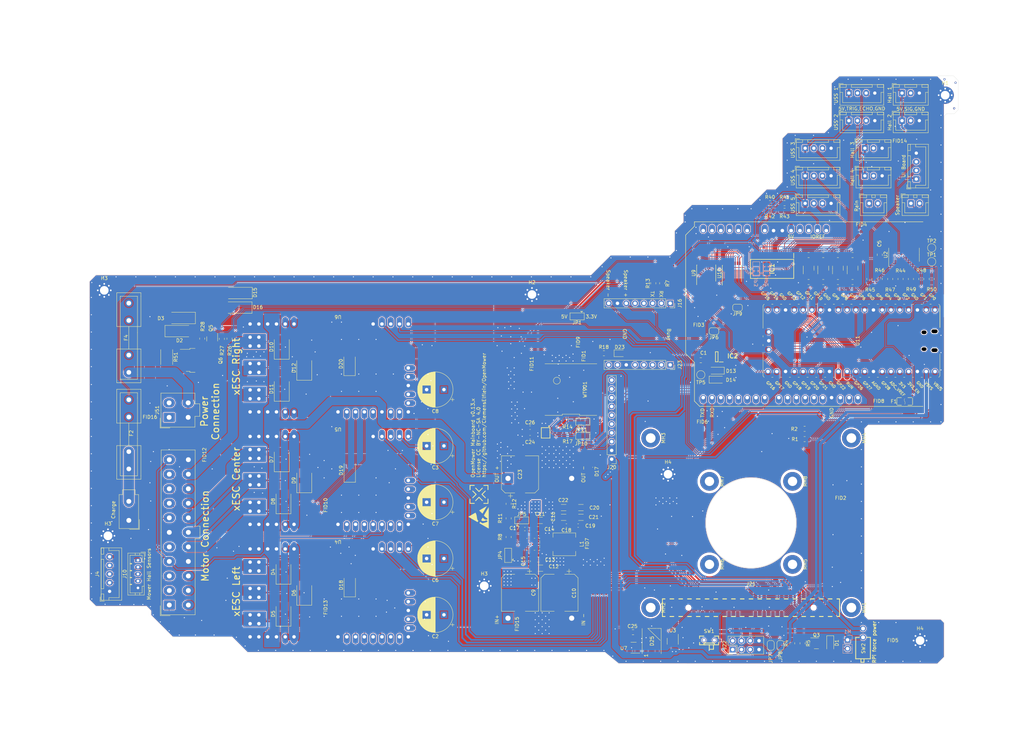
<source format=kicad_pcb>
(kicad_pcb (version 20240108) (generator "pcbnew") (generator_version "8.0")
  (layers (0 "F.Cu" signal) (31 "B.Cu" signal) (34 "B.Paste" user) (35 "F.Paste" user) (36 "B.SilkS" user "B.Silkscreen") (37 "F.SilkS" user "F.Silkscreen") (38 "B.Mask" user) (39 "F.Mask" user) (44 "Edge.Cuts" user))
  (property "git_version" "v0.13.x")
  (net 0 "")
  (net 1 "GND")
  (net 2 "+5V")
  (net 3 "/GPS/RXD")
  (net 8 "/RaspberryPi/UART0_TXD")
  (net 9 "/GPS/TXD")
  (net 10 "/RaspberryPi/UART0_RXD")
  (net 11 "/RaspberryPi/RASPI_FAN_ON")
  (net 12 "/RobotConnectors/RAIN-")
  (net 13 "Net-(IC3-BST)")
  (net 21 "Net-(IC3-LX_1)")
  (net 22 "Net-(IC3-BIAS)")
  (net 29 "Net-(D1-A)")
  (net 33 "Net-(D23-K)")
  (net 37 "/RobotConnectors/USS_1_TRIGGER_5V")
  (net 38 "/RobotConnectors/USS_1_ECHO_5V")
  (net 39 "/RobotConnectors/USS_2_TRIGGER_5V")
  (net 40 "/RobotConnectors/USS_2_ECHO_5V")
  (net 41 "/RobotConnectors/USS_3_TRIGGER_5V")
  (net 42 "/RobotConnectors/USS_3_ECHO_5V")
  (net 43 "/RobotConnectors/USS_4_TRIGGER_5V")
  (net 44 "/RobotConnectors/USS_4_ECHO_5V")
  (net 45 "/RobotConnectors/USS_5_TRIGGER_5V")
  (net 46 "/RobotConnectors/USS_5_ECHO_5V")
  (net 47 "/RobotConnectors/HALL_SWITCH_1_5V")
  (net 48 "/RobotConnectors/HALL_SWITCH_2_5V")
  (net 49 "/RobotConnectors/HALL_SWITCH_3_5V")
  (net 50 "/RobotConnectors/HALL_SWITCH_4_5V")
  (net 51 "/RobotConnectors/LED_RX")
  (net 52 "/RaspberryPi/RASPI_POWER")
  (net 54 "Net-(D25-DIN)")
  (net 55 "/RobotConnectors/LED_TX")
  (net 56 "+3V3")
  (net 57 "/RaspberryPi/POWER_EN")
  (net 58 "Net-(J3-Pin_2)")
  (net 59 "/RobotConnectors/V_BATTERY")
  (net 60 "V_BATT")
  (net 61 "Net-(IC1-1DIR)")
  (net 62 "/RobotConnectors/USS_1_TRIGGER")
  (net 66 "Net-(IC1-2DIR)")
  (net 67 "/RobotConnectors/USS_2_TRIGGER")
  (net 68 "/RobotConnectors/USS_3_TRIGGER")
  (net 69 "/RobotConnectors/USS_4_TRIGGER")
  (net 70 "/RobotConnectors/USS_5_TRIGGER")
  (net 71 "/RobotConnectors/USS_5_ECHO")
  (net 72 "/RobotConnectors/HALL_SWITCH_4")
  (net 73 "/RobotConnectors/USS_4_ECHO")
  (net 74 "/RobotConnectors/HALL_SWITCH_3")
  (net 75 "/RobotConnectors/USS_3_ECHO")
  (net 76 "/RobotConnectors/HALL_SWITCH_2")
  (net 77 "/RobotConnectors/USS_2_ECHO")
  (net 78 "/RobotConnectors/HALL_SWITCH_1")
  (net 79 "/RobotConnectors/USS_1_ECHO")
  (net 80 "/RAIN_DETECTED")
  (net 84 "Net-(IC3-FB_1)")
  (net 86 "Net-(IC3-PGOOD)")
  (net 87 "Net-(IC3-SYNC)")
  (net 88 "Net-(IC3-SYNCOUT_1)")
  (net 90 "Net-(J51-Pin_4)")
  (net 93 "Net-(J16-Pin_1)")
  (net 94 "Net-(J16-Pin_2)")
  (net 95 "Net-(J16-Pin_3)")
  (net 98 "/ESCs/ML_HALL_U")
  (net 99 "/ESCs/ML_HALL_V")
  (net 100 "/ESCs/ML_HALL_W")
  (net 101 "/ESCs/MC_TEMP")
  (net 102 "/ESCs/MR_HALL_U")
  (net 103 "/ESCs/MR_HALL_V")
  (net 104 "/ESCs/MR_HALL_W")
  (net 105 "/ESCs/ML_PHASE_W")
  (net 106 "/ESCs/ML_PHASE_V")
  (net 107 "/ESCs/ML_PHASE_U")
  (net 108 "/ESCs/MC_PHASE_W")
  (net 109 "/ESCs/MC_PHASE_V")
  (net 110 "/ESCs/MC_PHASE_U")
  (net 111 "/ESCs/MR_PHASE_W")
  (net 112 "/ESCs/MR_PHASE_V")
  (net 113 "/ESCs/MR_PHASE_U")
  (net 114 "/RobotConnectors/V_CHARGE")
  (net 115 "/CHARGE_CURRENT")
  (net 116 "/ESCs/MC_HALL_U")
  (net 117 "/ESCs/MC_HALL_V")
  (net 118 "/ESCs/MC_HALL_W")
  (net 119 "/RaspberryPi/PICO_RESET")
  (net 120 "/RaspberryPi/PICO_SWDIO")
  (net 121 "/RaspberryPi/PICO_SWCLK")
  (net 122 "/pico/V_CHARGE")
  (net 123 "/pico/V_IN")
  (net 125 "Net-(R46-Pad1)")
  (net 130 "/ESCs/ML_TX")
  (net 131 "/ESCs/ML_RX")
  (net 132 "/ESCs/MC_RX")
  (net 133 "/ESCs/MC_TX")
  (net 134 "/ESCs/MR_TX")
  (net 135 "/ESCs/MR_RX")
  (net 136 "/IMU/SCK")
  (net 138 "/pico/SOUND_TX")
  (net 139 "/pico/SOUND_BUSY")
  (net 143 "/IMU/MOSI")
  (net 144 "/IMU/MISO")
  (net 145 "/pico/SOUND_RX")
  (net 150 "Net-(J21-GPIO23)")
  (net 152 "Net-(J21-GPIO24)")
  (net 153 "Net-(J21-MOSI0{slash}GPIO10)")
  (net 154 "Net-(J21-GPIO25)")
  (net 168 "Net-(JP5-A)")
  (net 169 "Net-(JP6-B)")
  (net 170 "Net-(JP10-A)")
  (net 171 "/pico/MUX_OUTPUT")
  (net 172 "Net-(JP10-B)")
  (net 173 "Net-(JP11-A)")
  (net 174 "/pico/MUX_ADDRESS_2")
  (net 175 "/pico/MUX_ADDRESS_1")
  (net 176 "/pico/MUX_ADDRESS_0")
  (net 177 "/pico/MUX_INPUT")
  (net 178 "Net-(JP11-B)")
  (net 179 "Net-(Q3-G)")
  (net 180 "Net-(Q5-G)")
  (net 181 "Net-(Q5-D)")
  (net 182 "Net-(U2A--)")
  (net 183 "Net-(U2B-+)")
  (net 184 "Net-(U2B--)")
  (net 187 "/RobotConnectors/SPEAKER_PLUS")
  (net 188 "/RobotConnectors/SPEAKER_MINUS")
  (net 189 "/RobotConnectors/CHARGE_SHUNT_PLUS")
  (net 190 "/RobotConnectors/CHARGE_SHUNT_MINUS")
  (net 201 "/RobotConnectors/ENABLE_CHARGE")
  (net 214 "Net-(U11-GPIO10)")
  (net 220 "/ESCs/ESC_SHUTDOWN")
  (net 235 "/IMU/~{CS}")
  (net 236 "Net-(U11-3V3)")
  (footprint "Connector_Molex:Molex_Mini-Fit_Jr_5566-22A_2x11_P4.20mm_Vertical" (layer "F.Cu") (at 77.596 152.333 90)
    (property "Reference" "J1" (hide yes))
    (property "Value" "Conn_02x11_Top_Bottom")
  )
  (footprint "Connector_Molex:Molex_Mini-Fit_Jr_5566-02A_2x01_P4.20mm_Vertical" (layer "F.Cu") (at 65.9 127.869 180)
    (property "Reference" "J3" (hide yes))
    (property "Value" "Conn_01x02")
  )
  (footprint "Connector_JST:JST_XH_B3B-XH-A_1x03_P2.50mm_Vertical" (layer "F.Cu") (at 278.59 20.328)
    (property "Reference" "J13" (hide yes))
    (property "Value" "Conn_01x03_Male")
  )
  (footprint "Connector_JST:JST_XH_B3B-XH-A_1x03_P2.50mm_Vertical" (layer "F.Cu") (at 278.59 28.2955)
    (property "Reference" "J14" (hide yes))
    (property "Value" "Conn_01x03_Male")
  )
  (footprint "Connector_JST:JST_XH_B4B-XH-A_1x04_P2.50mm_Vertical" (layer "F.Cu") (at 273.965 4.393)
    (property "Reference" "J5" (hide yes))
    (property "Value" "Conn_01x04")
  )
  (footprint "Connector_JST:JST_XH_B4B-XH-A_1x04_P2.50mm_Vertical" (layer "F.Cu") (at 273.965 12.3605)
    (property "Reference" "J6" (hide yes))
    (property "Value" "Conn_01x04")
  )
  (footprint "Connector_JST:JST_XH_B4B-XH-A_1x04_P2.50mm_Vertical" (layer "F.Cu") (at 261.34 20.328)
    (property "Reference" "J7" (hide yes))
    (property "Value" "Conn_01x04")
  )
  (footprint "Connector_JST:JST_XH_B4B-XH-A_1x04_P2.50mm_Vertical" (layer "F.Cu") (at 261.34 28.2955)
    (property "Reference" "J8" (hide yes))
    (property "Value" "Conn_01x04")
  )
  (footprint "Connector_JST:JST_XH_B4B-XH-A_1x04_P2.50mm_Vertical" (layer "F.Cu") (at 261.34 36.263)
    (property "Reference" "J9" (hide yes))
    (property "Value" "Conn_01x04")
  )
  (footprint "Connector_JST:JST_XH_B3B-XH-A_1x03_P2.50mm_Vertical" (layer "F.Cu") (at 289.336 12.3605)
    (property "Reference" "J12" (hide yes))
    (property "Value" "Conn_01x03_Male")
  )
  (footprint "Connector_JST:JST_PH_B5B-PH-K_1x05_P2.00mm_Vertical" (layer "F.Cu") (at 68.541 139.387 -90)
    (property "Reference" "J10")
    (property "Value" "Conn_01x05" (hide yes))
  )
  (footprint "Connector_JST:JST_XH_B3B-XH-A_1x03_P2.50mm_Vertical" (layer "F.Cu") (at 289.336 4.393)
    (property "Reference" "J11" (hide yes))
    (property "Value" "Conn_01x03_Male")
  )
  (footprint "Diode_SMD:D_SMA_Handsoldering" (layer "F.Cu") (at 97.17 62.183 180)
    (property "Reference" "D15")
    (property "Value" "D_Schottky")
  )
  (footprint "Fiducial:Fiducial_1mm_Mask2mm" (layer "F.Cu") (at 72 100)
    (property "Reference" "FID16")
    (property "Value" "Fiducial")
  )
  (footprint "xESC2:xESC2" (layer "F.Cu") (at 126.346 101.083 180)
    (property "Reference" "U5")
    (property "Value" "xESC2")
  )
  (footprint "Package_SO:SSOP-16_4.4x5.2mm_P0.65mm" (layer "F.Cu") (at 232.79 56.393 90)
    (property "Reference" "U9")
    (property "Value" "74HC4051")
  )
  (footprint "Resistor_SMD:R_0805_2012Metric_Pad1.20x1.40mm_HandSolder" (layer "F.Cu") (at 260.59 163.393 -90)
    (property "Reference" "R5")
    (property "Value" "150")
  )
  (footprint "Capacitor_SMD:C_0603_1608Metric" (layer "F.Cu") (at 195.746 129.383)
    (property "Reference" "C19")
    (property "Value" "0.1uF")
  )
  (footprint "Package_TO_SOT_SMD:SOT-23" (layer "F.Cu") (at 264.59 163.393)
    (property "Reference" "Q3")
    (property "Value" "BSS138")
  )
  (footprint "Resistor_SMD:R_0805_2012Metric_Pad1.20x1.40mm_HandSolder" (layer "F.Cu") (at 255.39 36.193 180)
    (property "Reference" "R41")
    (property "Value" "1k")
  )
  (footprint "Resistor_SMD:R_0805_2012Metric_Pad1.20x1.40mm_HandSolder" (layer "F.Cu") (at 94.996 75.363 90)
    (property "Reference" "R26")
    (property "Value" "10k")
  )
  (footprint "MyModules:LGA-14_2.5X3X0.86_" (layer "F.Cu") (at 186.346 102.583 -90)
    (property "Reference" "AC1201" (hide yes))
    (property "Value" "LSM6DSOTR" (hide yes))
  )
  (footprint "Fiducial:Fiducial_1mm_Mask2mm" (layer "F.Cu") (at 231.59 101.393)
    (property "Reference" "FID6")
    (property "Value" "Fiducial")
  )
  (footprint "Capacitor_SMD:C_0805_2012Metric_Pad1.18x1.45mm_HandSolder" (layer "F.Cu") (at 211.59 160.193)
    (property "Reference" "C25")
    (property "Value" "100nF")
  )
  (footprint "Capacitor_THT:CP_Radial_D10.0mm_P5.00mm" (layer "F.Cu") (at 156.9584 106.347995 180)
    (property "Reference" "C3")
    (property "Value" "220uF")
  )
  (footprint "LED_SMD:LED_0805_2012Metric" (layer "F.Cu") (at 207.806 79.583)
    (property "Reference" "D23")
    (property "Value" "LED")
  )
  (footprint "Resistor_SMD:R_0805_2012Metric_Pad1.20x1.40mm_HandSolder" (layer "F.Cu") (at 192.698 99.3598 180)
    (property "Reference" "R14")
    (property "Value" "4k7")
  )
  (footprint "MountingHole:MountingHole_2.5mm_Pad_Via" (layer "F.Cu") (at 58.8 61.4)
    (property "Reference" "H3")
    (property "Value" "MountingHole_Pad")
  )
  (footprint "MountingHole:MountingHole_2.7mm_M2.5_Pad" (layer "F.Cu") (at 233.69 140.593 -90)
    (property "Reference" "MH6")
    (property "Value" "")
  )
  (footprint "Package_TO_SOT_SMD:SOT-23-5" (layer "F.Cu") (at 211.76 164.663 180)
    (property "Reference" "U7")
    (property "Value" "SN74LV1T34DBV")
  )
  (footprint "Capacitor_SMD:CP_Elec_10x12.5" (layer "F.Cu") (at 190.346 148.783 -90)
    (property "Reference" "C10")
    (property "Value" "DNP")
  )
  (footprint "MyModules:Fuseholder5x20_horiz_open_inline_Type-I" (layer "F.Cu") (at 65.9 85.1 90)
    (property "Reference" "F4")
    (property "Value" "Fuse")
  )
  (footprint "Resistor_SMD:R_0805_2012Metric_Pad1.20x1.40mm_HandSolder" (layer "F.Cu") (at 251.19 36.193 180)
    (property "Reference" "R40")
    (property "Value" "10k")
  )
  (footprint "Capacitor_SMD:C_0603_1608Metric" (layer "F.Cu") (at 181.846 103.833 180)
    (property "Reference" "C24")
    (property "Value" "0.1uF")
  )
  (footprint "Resistor_SMD:R_0805_2012Metric_Pad1.20x1.40mm_HandSolder" (layer "F.Cu") (at 297.91 58.113 90)
    (property "Reference" "R50")
    (property "Value" "10k")
  )
  (footprint "Jumper:SolderJumper-3_P1.3mm_Bridged12_Pad1.0x1.5mm" (layer "F.Cu") (at 195.4398 68.9308 180)
    (property "Reference" "JP1")
    (property "Value" "SolderJumper_3_Bridged12")
  )
  (footprint "Resistor_SMD:R_0805_2012Metric_Pad1.20x1.40mm_HandSolder" (layer "F.Cu") (at 255.39 38.393 180)
    (property "Reference" "R43")
    (property "Value" "1k")
  )
  (footprint "Resistor_SMD:R_0805_2012Metric_Pad1.20x1.40mm_HandSolder" (layer "F.Cu") (at 217.475 59.348 -90)
    (property "Reference" "R13")
    (property "Value" "1k")
  )
  (footprint "Diode_SMD:D_SOD-123F" (layer "F.Cu") (at 235.79 87.193)
    (property "Reference" "D14")
    (property "Value" "DNP")
  )
  (footprint "Capacitor_THT:CP_Radial_D10.0mm_P5.00mm" (layer "F.Cu") (at 156.9584 155.15498 180)
    (property "Reference" "C2")
    (property "Value" "220uF")
  )
  (footprint "xESC2:xESC2" (layer "F.Cu") (at 126.346 133.583 180)
    (property "Reference" "U4")
    (property "Value" "xESC2")
  )
  (footprint "Connector_PinHeader_2.54mm:PinHeader_1x10_P2.54mm_Vertical" (layer "F.Cu") (at 205.4292 110.1908 180)
    (property "Reference" "J20")
    (property "Value" "Conn_01x10_Female")
  )
  (footprint "Resistor_SMD:R_0805_2012Metric_Pad1.20x1.40mm_HandSolder" (layer "F.Cu") (at 270.806666 58.993)
    (property "Reference" "R15" (hide yes))
    (property "Value" "1k")
  )
  (footprint "MountingHole:MountingHole_2.7mm_M2.5_Pad" (layer "F.Cu") (at 233.69 116.593 -90)
    (property "Reference" "MH7")
    (property "Value" "")
  )
  (footprint "Fiducial:Fiducial_1mm_Mask2mm" (layer "F.Cu") (at 283.59 162.393)
    (property "Reference" "FID5")
    (property "Value" "Fiducial")
  )
  (footprint "MountingHole:MountingHole_2.5mm_Pad_Via" (layer "F.Cu") (at 182.4 62.6)
    (property "Reference" "H2")
    (property "Value" "MountingHole_Pad")
  )
  (footprint "Resistor_SMD:R_0805_2012Metric_Pad1.20x1.40mm_HandSolder" (layer "F.Cu") (at 294.91 58.113 -90)
    (property "Reference" "R48")
    (property "Value" "10k")
  )
  (footprint "Capacitor_SMD:CP_Elec_10x12.5" (layer "F.Cu") (at 178.946 148.783 -90)
    (property "Reference" "C9")
    (property "Value" "680uF")
  )
  (footprint "Capacitor_SMD:C_0603_1608Metric" (layer "F.Cu") (at 192.346 129.383 180)
    (property "Reference" "C18")
    (property "Value" "0.1uF")
  )
  (footprint "Fiducial:Fiducial_1mm_Mask2mm" (layer "F.Cu") (at 180.265 82.81 90)
    (property "Reference" "FID11")
    (property "Value" "Fiducial")
  )
  (footprint "Jumper:SolderJumper-3_P1.3mm_Bridged12_Pad1.0x1.5mm" (layer "F.Cu") (at 197.098 103.4198)
    (property "Reference" "JP10")
    (property "Value" "I2C_OR_TTL")
  )
  (footprint "Capacitor_SMD:C_1206_3216Metric" (layer "F.Cu") (at 191.546 126.983 180)
    (property "Reference" "C16")
    (property "Value" "22uF")
  )
  (footprint "Diode_SMD:D_SMB" (layer "F.Cu") (at 110.096 110.258 90)
    (property "Reference" "D7")
    (property "Value" "DNP")
  )
  (footprint "Inductor_SMD:L_Vishay_IHLP-2525" (layer "F.Cu") (at 191.746 134.783)
    (property "Reference" "L1")
    (property "Value" "4.7uH 5A")
  )
  (footprint "Diode_SMD:D_SMA" (layer "F.Cu") (at 129.746 113.433 90)
    (property "Reference" "D19")
    (property "Value" "DNP")
  )
  (footprint "Diode_SMD:D_SMB" (layer "F.Cu") (at 110.596 154.888 90)
    (property "Reference" "D5")
    (property "Value" "DNP")
  )
  (footprint "" (layer "F.Cu") (at 59.874175 132.325825)
    (property "Reference" "")
    (property "Value" "")
  )
  (footprint "xESC2:xESC2" (layer "F.Cu") (at 126.346 68.583 180)
    (property "Reference" "U6")
    (property "Value" "xESC2")
  )
  (footprint "Diode_SMD:D_SMB" (layer "F.Cu") (at 116.596 116.333 90)
    (property "Reference" "D9")
    (property "Value" "DNP")
  )
  (footprint "Resistor_SMD:R_0805_2012Metric_Pad1.20x1.40mm_HandSolder" (layer "F.Cu") (at 175.646 127.283 -90)
    (property "Reference" "R11")
    (property "Value" "53k6 1%")
  )
  (footprint "Resistor_SMD:R_0805_2012Metric_Pad1.20x1.40mm_HandSolder" (layer "F.Cu") (at 220.015 59.348 90)
    (property "Reference" "R7")
    (property "Value" "1k")
  )
  (footprint "MountingHole:MountingHole_2.7mm_M2.5_Pad" (layer "F.Cu") (at 257.69 140.593 -90)
    (property "Reference" "MH5")
    (property "Value" "")
  )
  (footprint "Diode_SMD:D_SOD-123F" (layer "F.Cu") (at 235.79 84.593 180)
    (property "Reference" "D13")
    (property "Value" "DNP")
  )
  (footprint "Resistor_SMD:R_0805_2012Metric_Pad1.20x1.40mm_HandSolder" (layer "F.Cu") (at 288.91 58.113 90)
    (property "Reference" "R44")
    (property "Value" "47k")
  )
  (footprint "Resistor_SMD:R_0805_2012Metric_Pad1.20x1.40mm_HandSolder" (layer "F.Cu") (at 175.646 123.083 -90)
    (property "Reference" "R12")
    (property "Value" "10k")
  )
  (footprint "MyModules:Fuseholder5x20_horiz_open_inline_Type-I" (layer "F.Cu") (at 65.9 93 -90)
    (property "Reference" "F2")
    (property "Value" "Fuse")
  )
  (footprint "Capacitor_THT:CP_Radial_D10.0mm_P5.00mm" (layer "F.Cu") (at 156.9584 138.885985 180)
    (property "Reference" "C6")
    (property "Value" "220uF")
  )
  (footprint "Package_SO:SSOP-16_4.4x5.2mm_P0.65mm" (layer "F.Cu") (at 240.19 56.493 90)
    (property "Reference" "U10")
    (property "Value" "74HC4051")
  )
  (footprint "Diode_SMD:D_SMA" (layer "F.Cu") (at 129.696 82.633 90)
    (property "Reference" "D20")
    (property "Value" "DNP")
  )
  (footprint "Capacitor_SMD:C_0805_2012Metric_Pad1.18x1.45mm_HandSolder" (layer "F.Cu") (at 282.91 51.113 -90)
    (property "Reference" "C5")
    (property "Value" "100nF")
  )
  (footprint "Fiducial:Fiducial_1mm_Mask2mm" (layer "F.Cu") (at 199.546 80.383 90)
    (property "Reference" "FID1")
    (property "Value" "Fiducial")
  )
  (footprint "Fiducial:Fiducial_1mm_Mask2mm" (layer "F.Cu") (at 197.746 76.383 90)
    (property "Reference" "FID9")
    (property "Value" "Fiducial")
  )
  (footprint "Package_TO_SOT_SMD:SOT-23" (layer "F.Cu") (at 275.039999 54.993 90)
    (property "Reference" "Q16" (hide yes))
    (property "Value" "BSS138")
  )
  (footprint "Connector_JST:JST_XH_B5B-XH-A_1x05_P2.50mm_Vertical" (layer "F.Cu") (at 60.346 148.383 90)
    (property "Reference" "J4")
    (property "Value" "Conn_01x05")
  )
  (footprint "MyModules:LM2596S_MODULE" (layer "F.Cu") (at 195.27 157.533 90)
    (property "Reference" "U1" (hide yes))
    (property "Value" "DNP")
  )
  (footprint "Fiducial:Fiducial_1mm_Mask2mm" (layer "F.Cu") (at 124.746 123.483 90)
    (property "Reference" "FID10")
    (property "Value" "Fiducial")
  )
  (footprint "MountingHole:MountingHole_2.7mm_M2.5_Pad" (layer "F.Cu") (at 216.69 104.093 -90)
    (property "Reference" "MH3")
    (property "Value" "")
  )
  (footprint "lcsc:HDR-SMD_40P-P2.54-V-F-R2-C20-S8.8-EH" (layer "F.Cu") (at 245.69 153.093)
    (property "Reference" "J21")
    (property "Value" "Raspberry_Pi_2_3")
  )
  (footprint "Jumper:SolderJumper-2_P1.3mm_Bridged_RoundedPad1.0x1.5mm" (layer "F.Cu") (at 234.99 73.193 180)
    (property "Reference" "JP6")
    (property "Value" "SolderJumper_2_Bridged")
  )
  (footprint "Resistor_SMD:R_0805_2012Metric_Pad1.20x1.40mm_HandSolder" (layer "F.Cu") (at 282.91 58.113 -90)
    (property "Reference" "R46")
    (property "Value" "47k")
  )
  (footprint "Resistor_SMD:R_0805_2012Metric_Pad1.20x1.40mm_HandSolder" (layer "F.Cu") (at 261.19 101.423)
    (property "Reference" "R2")
    (property "Value" "10k")
  )
  (footprint "Resistor_SMD:R_0805_2012Metric_Pad1.20x1.40mm_HandSolder" (layer "F.Cu") (at 266.573333 58.993)
    (property "Reference" "R9" (hide yes))
    (property "Value" "1k")
  )
  (footprint "Resistor_SMD:R_0805_2012Metric_Pad1.20x1.40mm_HandSolder" (layer "F.Cu") (at 266.573333 51.193)
    (property "Reference" "R10" (hide yes))
    (property "Value" "1k")
  )
  (footprint "Capacitor_THT:CP_Radial_D10.0mm_P5.00mm" (layer "F.Cu") (at 156.9584 122.61699 180)
    (property "Reference" "C7")
    (property "Value" "220uF")
  )
  (footprint "Resistor_SMD:R_0805_2012Metric_Pad1.20x1.40mm_HandSolder" (layer "F.Cu") (at 275.039999 58.993)
    (property "Reference" "R19" (hide yes))
    (property "Value" "1k")
  )
  (footprint "Capacitor_SMD:C_1206_3216Metric" (layer "F.Cu") (at 196.546 124.183)
    (property "Reference" "C20")
    (property "Value" "22uF")
  )
  (footprint "Diode_SMD:D_SMB" (layer "F.Cu") (at 110.096 77.758 90)
    (property "Reference" "D10")
    (property "Value" "DNP")
  )
  (footprint "MountingHole:MountingHole_2.5mm_Pad_Via" (layer "F.Cu") (at 59.874175 132.325825)
    (property "Reference" "H3")
    (property "Value" "MountingHole_Pad")
  )
  (footprint "Package_TO_SOT_SMD:SOT-23-6_Handsoldering" (layer "F.Cu") (at 223.07 162.803 -90)
    (property "Reference" "U3")
    (property "Value" "SIP32509DT")
  )
  (footprint "Resistor_SMD:R_0805_2012Metric_Pad1.20x1.40mm_HandSolder" (layer "F.Cu") (at 203.186 79.583)
    (property "Reference" "R18")
    (property "Value" "1k")
  )
  (footprint "Resistor_SMD:R_0805_2012Metric_Pad1.20x1.40mm_HandSolder" (layer "F.Cu") (at 251.19 38.393 180)
    (property "Reference" "R42")
    (property "Value" "10k")
  )
  (footprint "Resistor_SMD:R_0805_2012Metric_Pad1.20x1.40mm_HandSolder" (layer "F.Cu") (at 291.91 58.113 -90)
    (property "Reference" "R49")
    (property "Value" "4k7")
  )
  (footprint "Capacitor_THT:CP_Radial_D10.0mm_P5.00mm" (layer "F.Cu") (at 156.9584 90.079 180)
    (property "Reference" "C8")
    (property "Value" "220uF")
  )
  (footprint "MountingHole:MountingHole_2.5mm_Pad_Via" (layer "F.Cu") (at 301.8 5)
    (property "Reference" "H1")
    (property "Value" "MountingHole_Pad")
  )
  (footprint "Resistor_SMD:R_0805_2012Metric_Pad1.20x1.40mm_HandSolder" (layer "F.Cu") (at 270.806666 51.193)
    (property "Reference" "R16" (hide yes))
    (property "Value" "1k")
  )
  (footprint "Capacitor_SMD:C_1206_3216Metric" (layer "F.Cu") (at 184.746 127.883)
    (property "Reference" "C11")
    (property "Value" "4.7uF")
  )
  (footprint "lcsc:F1206" (layer "F.Cu") (at 290.1088 93.4898)
    (property "Reference" "F1")
    (property "Value" "nSMD035-16V")
  )
  (footprint "Capacitor_SMD:C_1206_3216Metric" (layer "F.Cu") (at 191.546 124.183 180)
    (property "Reference" "C22")
    (property "Value" "22uF")
  )
  (footprint "" (layer "F.Cu") (at 168.6 146.8)
    (property "Reference" "")
    (property "Value" "")
  )
  (footprint "Connector_JST:JST_XH_B2B-XH-A_1x02_P2.50mm_Vertical" (layer "F.Cu") (at 291.91 36.263)
    (property "Reference" "J18" (hide yes))
    (property "Value" "Conn_01x02")
  )
  (footprint "Capacitor_SMD:CP_Elec_10x12.5" (layer "F.Cu") (at 178.946 114.583 90)
    (property "Reference" "C23")
    (property "Value" "680uF")
  )
  (footprint "MountingHole:MountingHole_2.7mm_M2.5_Pad" (layer "F.Cu") (at 274.69 104.093 -90)
    (property "Reference" "MH4")
    (property "Value" "")
  )
  (footprint "Jumper:SolderJumper-3_P1.3mm_Bridged12_Pad1.0x1.5mm" (layer "F.Cu") (at 179.446 127.883)
    (property "Reference" "JP5")
    (property "Value" "SolderJumper_3_Bridged12")
  )
  (footprint "Capacitor_SMD:C_0603_1608Metric" (layer "F.Cu") (at 180.346 130.383 180)
    (property "Reference" "C17")
    (property "Value" "2.2uF")
  )
  (footprint "Resistor_SMD:R_0805_2012Metric_Pad1.20x1.40mm_HandSolder" (layer "F.Cu") (at 92.796 75.413 90)
    (property "Reference" "R27")
    (property "Value" "150")
  )
  (footprint "Resistor_SMD:R_0805_2012Metric_Pad1.20x1.40mm_HandSolder" (layer "F.Cu") (at 257.59 163.393 90)
    (property "Reference" "R4")
    (property "Value" "10k")
  )
  (footprint "74ALVC164245DGG:SOP50P810X120-48N" (layer "F.Cu") (at 251.79 55.193 -90)
    (property "Reference" "IC1")
    (property "Value" "74ALVC164245DGG,11" (hide yes))
  )
  (footprint "MountingHole:MountingHole_2.5mm_Pad_Via" (layer "F.Cu") (at 168.6 146.8)
    (property "Reference" "H3")
    (property "Value" "MountingHole_Pad")
  )
  (footprint "TSC101CILT:SOT95P280X145-5N" (layer "F.Cu") (at 235.79 80.593 180)
    (property "Reference" "IC2")
    (property "Value" "TSC101CILT" (hide yes))
  )
  (footprint "Connector_JST:JST_XH_B2B-XH-A_1x02_P2.50mm_Vertical" (layer "F.Cu") (at 279.84 36.263)
    (property "Reference" "J17" (hide yes))
    (property "Value" "Conn_01x02")
  )
  (footprint "Capacitor_SMD:C_0603_1608Metric" (layer "F.Cu") (at 181.446 139.683 -90)
    (property "Reference" "C15")
    (property "Value" "0.1uF")
  )
  (footprint "Package_TO_SOT_SMD:SOT-23" (layer "F.Cu") (at 262.34 54.993 90)
    (property "Reference" "Q13" (hide yes))
    (property "Value" "BSS138")
  )
  (footprint "Diode_SMD:D_SMB" (layer "F.Cu") (at 110.096 89.888 90)
    (property "Reference" "D11")
    (property "Value" "DNP")
  )
  (footprint "Fiducial:Fiducial_1mm_Mask2mm" (layer "F.Cu") (at 180.076 157.828 90)
    (property "Reference" "FID15")
    (property "Value" "Fiducial")
  )
  (footprint "Resistor_SMD:R_0805_2012Metric_Pad1.20x1.40mm_HandSolder" (layer "F.Cu") (at 192.698 103.4238 180)
    (property "Reference" "R17")
    (property "Value" "4k7")
  )
  (footprint "Symbol:ESD-Logo_6.6x6mm_SilkScreen" (layer "F.Cu") (at 167.146 120.383 -90)
    (property "Reference" "LOGO1" (hide yes))
    (property "Value" "LOGO" (hide yes))
  )
  (footprint "Resistor_SMD:R_0805_2012Metric_Pad1.20x1.40mm_HandSolder" (layer "F.Cu") (at 275.039999 51.193)
    (property "Reference" "R20" (hide yes))
    (property "Value" "1k")
  )
  (footprint "Connector_JST:JST_XH_B4B-XH-A_1x04_P2.50mm_Vertical" (layer "F.Cu") (at 293.46 29.2455 90)
    (property "Reference" "J19" (hide yes))
    (property "Value" "Conn_01x04")
  )
  (footprint "Diode_SMD:D_SMB" (layer "F.Cu") (at 110.596 142.758 90)
    (property "Reference" "D4")
    (property "Value" "DNP")
  )
  (footprint "Package_TO_SOT_SMD:SOT-23" (layer "F.Cu") (at 270.806666 54.993 90)
    (property "Reference" "Q15" (hide yes))
    (property "Value" "BSS138")
  )
  (footprint "Fiducial:Fiducial_1mm_Mask2mm" (layer "F.Cu") (at 124.746 153.033 90)
    (property "Reference" "FID13")
    (property "Value" "Fiducial")
  )
  (footprint "lcsc:SW-SMD_MK-11C04-G013" (layer "F.Cu") (at 233.59 161.9305)
    (property "Reference" "SW1")
    (property "Value" "MK-11C04-G013")
  )
  (footprint "Capacitor_SMD:C_0805_2012Metric" (layer "F.Cu") (at 184.146 130.383)
    (property "Reference" "C14")
    (property "Value" "1uF")
  )
  (footprint "Fiducial:Fiducial_1mm_Mask2mm" (layer "F.Cu") (at 89.746 108.933 90)
    (property "Reference" "FID12")
    (property "Value" "Fiducial")
  )
  (footprint "Diode_SMD:D_SMB" (layer "F.Cu") (at 116.596 83.833 90)
    (property "Reference" "D12")
    (property "Value" "DNP")
  )
  (footprint "Diode_SMD:D_SMA" (layer "F.Cu") (at 129.746 146.583 90)
    (property "Reference" "D18")
    (property "Value" "DNP")
  )
  (footprint "MountingHole:MountingHole_2.7mm_M2.5_Pad" (layer "F.Cu") (at 216.69 153.093 -90)
    (property "Reference" "MH2")
    (property "Value" "")
  )
  (footprint "Diode_SMD:D_SMB" (layer "F.Cu") (at 116.596 148.833 90)
    (property "Reference" "D6")
    (property "Value" "DNP")
  )
  (footprint "Package_TO_SOT_SMD:TO-252-2" (layer "F.Cu") (at 86.026 81.633)
    (property "Reference" "Q6")
    (property "Value" "Q_PMOS_GDS")
  )
  (footprint "Resistor_SMD:R_0805_2012Metric_Pad1.20x1.40mm_HandSolder" (layer "F.Cu") (at 175.646 132.683 90)
    (property "Reference" "R8")
    (property "Value" "DNP")
  )
  (footprint "LED_SMD:LED_WS2812B_PLCC4_5.0x5.0mm_P3.2mm" (layer "F.Cu") (at 216.975 162.748 90)
    (property "Reference" "D25")
    (property "Value" "WS2812B")
  )
  (footprint "MountingHole:MountingHole_2.7mm_M2.5_Pad" (layer "F.Cu") (at 257.69 116.593 -90)
    (property "Reference" "MH8")
    (property "Value" "")
  )
  (footprint "TestPoint:TestPoint_Pad_D2.0mm" (layer "F.Cu") (at 231.19 85.793)
    (property "Reference" "TP5")
    (property "Value" "TestPoint")
  )
  (footprint "PicoW:Raspberry_Pi_Pico_SMT_THT" (layer "F.Cu") (at 298.856544 67.065104 -90)
    (property "Reference" "U11")
    (property "Value" "Pico")
  )
  (footprint "Diode_SMD:D_0402_1005Metric_Pad0.77x0.64mm_HandSolder" (layer "F.Cu") (at 199.946 113.783 -90)
    (property "Reference" "D17")
    (property "Value" "DNP")
  )
  (footprint "lcsc:SW-TH_DA-01BP" (layer "F.Cu") (at 278.0692 160.3934 90)
    (property "Reference" "SW2")
    (property "Value" "DA-01BP")
  )
  (footprint "Connector_PinSocket_2.54mm:PinSocket_1x08_P2.54mm_Vertical" (layer "F.Cu") (at 222.345 82.926 -90)
    (property "Reference" "J23")
    (property "Value" "Conn_01x08")
  )
  (footprint "MountingHole:MountingHole_2.5mm_Pad_Via" (layer "F.Cu") (at 294.55 162.6)
    (property "Reference" "H4")
    (property "Value" "MountingHole_Pad")
  )
  (footprint "Resistor_SMD:R_0805_2012Metric_Pad1.20x1.40mm_HandSolder" (layer "F.Cu") (at 262.34 58.993)
    (property "Reference" "R3" (hide yes))
    (property "Value" "1k")
  )
  (footprint "Fiducial:Fiducial_1mm_Mask2mm" (layer "F.Cu") (at 277.59 44.393)
    (property "Reference" "FID4")
    (property "Value" "Fiducial")
  )
  (footprint "Resistor_SMD:R_0805_2012Metric_Pad1.20x1.40mm_HandSolder" (layer "F.Cu") (at 87.096 75.353 -90)
    (property "Reference" "R28")
    (property "Value" "10k")
  )
  (footprint "Connector_PinSocket_2.54mm:PinSocket_1x08_P2.54mm_Vertical" (layer "F.Cu") (at 222.345 65.146 -90)
    (property "Reference" "J16")
    (property "Value" "Conn_01x08")
  )
  (footprint "Jumper:SolderJumper-2_P1.3mm_Open_RoundedPad1.0x1.5mm" (layer "F.Cu") (at 241.79 66.393 180)
    (property "Reference" "JP9")
    (property "Value" "SolderJumper_2_Open")
  )
  (footprint "Capacitor_SMD:C_0603_1608Metric" (layer "F.Cu") (at 181.846 101.083 180)
    (property "Reference" "C26")
    (property "Value" "0.1uF")
  )
  (footprint "Diode_SMD:D_SMA_Handsoldering" (layer "F.Cu") (at 80.746 73.183)
    (property "Reference" "D2")
    (property "Value" "D_Schottky")
  )
  (footprint "Fiducial:Fiducial_1mm_Mask2mm" (layer "F.Cu") (at 200.346 134.583 90)
    (property "Reference" "FID7")
    (property "Value" "Fiducial")
  )
  (footprint "Jumper:SolderJumper-2_P1.3mm_Bridged_RoundedPad1.0x1.5mm" (layer "F.Cu") (at 254.19 163.993 90)
    (property "Reference" "JP8")
    (property "Value" "SolderJumper_2_Bridged")
  )
  (footprint "Capacitor_SMD:C_0805_2012Metric_Pad1.18x1.45mm_HandSolder" (layer "F.Cu") (at 231.19 81.593 180)
    (property "Reference" "C1")
    (property "Value" "100nF")
  )
  (footprint "MAX2040:MAX2040" (layer "F.Cu") (at 182.746 134.783 90)
    (property "Reference" "IC3" (hide yes))
    (property "Value" "MAX20405AFOF_VY+T" (hide yes))
  )
  (footprint "Fiducial:Fiducial_1mm_Mask2mm" (layer "F.Cu") (at 288.665 20.21)
    (property "Reference" "FID14")
    (property "Value" "Fiducial")
  )
  (footprint "MountingHole:MountingHole_2.5mm_Pad_Via" (layer "F.Cu") (at 221.725825 114.525825)
    (property "Reference" "H4")
    (property "Value" "MountingHole_Pad")
  )
  (footprint "Diode_SMD:D_SMB" (layer "F.Cu") (at 110.596 122.388 90)
    (property "Reference" "D8")
    (property "Value" "DNP")
  )
  (footprint "TestPoint:TestPoint_Pad_D2.0mm" (layer "F.Cu") (at 297.91 49.113)
    (property "Reference" "TP2")
    (property "Value" "TestPoint")
  )
  (footprint "" (layer "F.Cu") (at 220.4 113.2)
    (property "Reference" "")
    (property "Value" "")
  )
  (footprint "Capacitor_SMD:C_1206_3216Metric" (layer "F.Cu") (at 196.546 126.983)
    (property "Reference" "C21")
    (property "Value" "22uF")
  )
  (footprint "Connector_PinHeader_2.54mm:PinHeader_2x04_P2.54mm_Vertical" (layer "F.Cu") (at 240.39 165.193 90)
    (property "Reference" "J22")
    (property "Value" "Conn_02x04_Odd_Even")
  )
  (footprint "Fiducial:Fiducial_1mm_Mask2mm" (layer "F.Cu") (at 271.59 123.393)
    (property "Reference" "FID2")
    (property "Value" "Fiducial")
  )
  (footprint "Capacitor_SMD:C_1206_3216Metric" (layer "F.Cu") (at 184.846 141.683)
    (property "Reference" "C12")
    (property "Value" "4.7uF")
  )
  (footprint "Resistor_SMD:R_2512_6332Metric_Pad1.40x3.35mm_HandSolder" (layer "F.Cu") (at 76.846 80.683 -90)
    (property "Reference" "R51")
    (property "Value" "0.003R")
  )
  (footprint "Fiducial:Fiducial_1mm_Mask2mm" (layer "F.Cu") (at 282.59 91.393 180)
    (property "Reference" "FID8")
    (property "Value" "Fiducial")
  )
  (footprint "Jumper:SolderJumper-3_P1.3mm_Bridged12_Pad1.0x1.5mm" (layer "F.Cu") (at 197.098 99.3558)
    (property "Reference" "JP11")
    (property "Value" "I2C_OR_TTL")
  )
  (footprint "Jumper:SolderJumper-3_P1.3mm_Bridged12_Pad1.0x1.5mm" (layer "F.Cu") (at 175.5035 137.983 90)
    (property "Reference" "JP4")
    (property "Value" "SolderJumper_3_Bridged12")
  )
  (footprint "MountingHole:MountingHole_2.7mm_M2.5_Pad" (layer "F.Cu") (at 274.69 153.093 -90)
    (property "Reference" "MH1")
    (property "Value" "")
  )
  (footprint "MyModules:WT901" (layer "F.Cu") (at 193.6492 90.079 90)
    (property "Reference" "WT901")
    (property "Value" "Conn_02x06_Female")
  )
  (footprint "Jumper:SolderJumper-2_P1.3mm_Bridged_RoundedPad1.0x1.5mm" (layer "F.Cu") (at 251.39 163.993 90)
    (property "Reference" "JP7")
    (property "Value" "SolderJumper_2_Bridged")
  )
  (footprint "Package_SO:SOIC-14_3.9x8.7mm_P1.27mm" (layer "F.Cu") (at 289.91 51.113 90)
    (property "Reference" "U2")
    (property "Value" "MCP604")
  )
  (footprint "Resistor_SMD:R_0805_2012Metric_Pad1.20x1.40mm_HandSolder" (layer "F.Cu") (at 285.91 58.113 -90)
    (property "Reference" "R47")
    (property "Value" "1k")
  )
  (footprint "Capacitor_SMD:C_0805_2012Metric" (layer "F.Cu") (at 184.246 139.183)
    (property "Reference" "C13")
    (property "Value" "1uF")
  )
  (footprint "rpi-footprints:raspberrypi_2_3" (layer "F.Cu") (at 245.7 104.09)
    (property "Reference" "RP?")
    (property "Value" "Raspberry_Pi_2_3")
  )
  (footprint "Symbol:ESD-Logo_6.6x6mm_SilkScreen" (layer "F.Cu") (at 166.946 126.983 90)
    (property "Reference" "LOGO2" (hide yes))
    (property "Value" "ESD-Logo_6.6x6mm_SilkScreen" (hide yes))
  )
  (footprint "Package_TO_SOT_SMD:SOT-23" (layer "F.Cu") (at 266.573333 54.993 90)
    (property "Reference" "Q14" (hide yes))
    (property "Value" "BSS138")
  )
  (footprint "Resistor_SMD:R_0805_2012Metric_Pad1.20x1.40mm_HandSolder" (layer "F.Cu") (at 261.19 104.373)
    (property "Reference" "R1")
    (property "Value" "10k")
  )
  (footprint "Resistor_SMD:R_0805_2012Metric_Pad1.20x1.40mm_HandSolder" (layer "F.Cu") (at 262.34 51.193)
    (property "Reference" "R6" (hide yes))
    (property "Value" "1k")
  )
  (footprint "TestPoint:TestPoint_Pad_D2.0mm" (layer "F.Cu") (at 297.91 53.113)
    (property "Reference" "TP1")
    (property "Value" "TestPoint")
  )
  (footprint "Diode_SMD:D_SOD-123F" (layer "F.Cu") (at 268.59 163.393 -90)
    (property "Reference" "D1")
    (property "Value" "D_Schottky")
  )
  (footprint "MyModules:Arduino_Uno_Shield" (layer "F.Cu") (at 295.39 41.593 180)
    (property "Reference" "XA1" (hide yes))
    (property "Value" "Arduino_Uno_Shield")
  )
  (footprint "Diode_SMD:D_SMA_Handsoldering" (layer "F.Cu") (at 80.746 69.383 180)
    (property "Reference" "D3")
    (property "Value" "D_Schottky")
  )
  (footprint "Diode_SMD:D_SMA_Handsoldering" (layer "F.Cu") (at 97.096 66.383 180)
    (property "Reference" "D16")
    (property "Value" "D_Schottky")
  )
  (footprint "Package_TO_SOT_SMD:SOT-23" (layer "F.Cu") (at 89.996 75.423 -90)
    (property "Reference" "Q5")
    (property "Value" "BSS138")
  )
  (footprint "Fiducial:Fiducial_1mm_Mask2mm" (layer "F.Cu") (at 230.59 73.393)
    (property "Reference" "FID3")
    (property "Value" "Fiducial")
  )
  (footprint "Resistor_SMD:R_0805_2012Metric_Pad1.20x1.40mm_HandSolder" (layer "F.Cu") (at 279.91 58.113 -90)
    (property "Reference" "R45")
    (property "Value" "1k")
  )
  (footprint "Connector_Molex:Molex_Mini-Fit_Jr_5566-04A_2x02_P4.20mm_Vertical" (layer "F.Cu") (at 77.546 98.1 90)
    (property "Reference" "J51")
    (property "Value" "Conn_01x04")
  )
  (footprint "Jumper:SolderJumper-3_P1.3mm_Bridged12_Pad1.0x1.5mm" (layer "B.Cu") (at 247.19 55.193 90)
    (property "Reference" "JP3")
    (property "Value" "SolderJumper_3_Bridged12")
  )
  (footprint "Connector_PinHeader_2.54mm:PinHeader_1x02_P2.54mm_Vertical" (layer "B.Cu") (at 273.59 162.393 180)
    (property "Reference" "M1")
    (property "Value" "Fan")
  )
  (footprint "Jumper:SolderJumper-3_P1.3mm_Bridged12_Pad1.0x1.5mm" (layer "B.Cu") (at 250.19 55.193 -90)
    (property "Reference" "JP2")
    (property "Value" "SolderJumper_3_Bridged12")
  )
  (gr_line (start 215.89 159.098) (end 218.43 159.098) (stroke (width 0.12)) (layer "F.SilkS"))
  (gr_line (start 215.89 159.098) (end 219.446 162.527) (stroke (width 0.12)) (layer "F.SilkS"))
  (gr_line (start 54.44 150.843) (end 54.44 58.768) (stroke (width 0.05)) (layer "Edge.Cuts"))
  (gr_line (start 301.6 11) (end 302.2 10.4) (stroke (width 0.05)) (layer "Edge.Cuts"))
  (gr_line (start 250.18 32.098) (end 245.735 36.543) (stroke (width 0.05)) (layer "Edge.Cuts"))
  (gr_line (start 70.95 152.748) (end 72.22 154.018) (stroke (width 0.05)) (layer "Edge.Cuts"))
  (gr_line (start 205.095 51.148) (end 199.38 56.863) (stroke (width 0.05)) (layer "Edge.Cuts"))
  (gr_line (start 278.59 155.393) (end 278.59 101.393) (stroke (width 0.05)) (layer "Edge.Cuts"))
  (gr_line (start 56.345 152.748) (end 70.95 152.748) (stroke (width 0.05)) (layer "Edge.Cuts"))
  (gr_line (start 302.2 10.4) (end 304.4 10.4) (stroke (width 0.05)) (layer "Edge.Cuts"))
  (gr_line (start 56.345 56.863) (end 199.38 56.863) (stroke (width 0.05)) (layer "Edge.Cuts"))
  (gr_line (start 278.59 101.393) (end 279.59 100.393) (stroke (width 0.05)) (layer "Edge.Cuts"))
  (gr_line (start 301.59 157.393) (end 300.59 156.393) (stroke (width 0.05)) (layer "Edge.Cuts"))
  (gr_line (start 279.59 156.393) (end 278.59 155.393) (stroke (width 0.05)) (layer "Edge.Cuts"))
  (gr_line (start 228.59 36.543) (end 226.05 39.083) (stroke (width 0.05)) (layer "Edge.Cuts"))
  (gr_line (start 304.4 10.4) (end 305.6 9.2) (stroke (width 0.05)) (layer "Edge.Cuts"))
  (gr_circle (center 245.69 128.593) (end 258.69 128.593) (stroke (width 0.1)) (fill none) (layer "Edge.Cuts"))
  (gr_line (start 299.59 -0.607) (end 304.2 -0.6) (stroke (width 0.05)) (layer "Edge.Cuts"))
  (gr_line (start 95.715 161.638) (end 100.16 166.083) (stroke (width 0.05)) (layer "Edge.Cuts"))
  (gr_line (start 54.44 150.843) (end 56.345 152.748) (stroke (width 0.05)) (layer "Edge.Cuts"))
  (gr_line (start 299.59 169.393) (end 207.381 169.3215) (stroke (width 0.05)) (layer "Edge.Cuts"))
  (gr_line (start 252.72 32.098) (end 250.18 32.098) (stroke (width 0.05)) (layer "Edge.Cuts"))
  (gr_line (start 72.22 154.018) (end 72.22 155.288) (stroke (width 0.05)) (layer "Edge.Cuts"))
  (gr_line (start 254.665 30.01) (end 252.72 32.098) (stroke (width 0.05)) (layer "Edge.Cuts"))
  (gr_line (start 300.59 100.393) (end 301.59 99.393) (stroke (width 0.05)) (layer "Edge.Cuts"))
  (gr_line (start 299.59 -0.607) (end 271.165 -0.607) (stroke (width 0.05)) (layer "Edge.Cuts"))
  (gr_line (start 203.444 166.083) (end 100.16 166.083) (stroke (width 0.05)) (layer "Edge.Cuts"))
  (gr_line (start 301.59 99.393) (end 301.6 11) (stroke (width 0.05)) (layer "Edge.Cuts"))
  (gr_line (start 78.57 161.638) (end 95.715 161.638) (stroke (width 0.05)) (layer "Edge.Cuts"))
  (gr_line (start 72.22 155.288) (end 78.57 161.638) (stroke (width 0.05)) (layer "Edge.Cuts"))
  (gr_line (start 223.51 49.878) (end 222.24 51.148) (stroke (width 0.05)) (layer "Edge.Cuts"))
  (gr_line (start 268.865 1.493) (end 268.865 13.81) (stroke (width 0.05)) (layer "Edge.Cuts"))
  (gr_line (start 268.865 13.81) (end 266.865 15.81) (stroke (width 0.05)) (layer "Edge.Cuts"))
  (gr_line (start 271.165 -0.607) (end 268.865 1.493) (stroke (width 0.05)) (layer "Edge.Cuts"))
  (gr_line (start 305.6 0.8) (end 304.2 -0.6) (stroke (width 0.05)) (layer "Edge.Cuts"))
  (gr_line (start 245.735 36.543) (end 228.59 36.543) (stroke (width 0.05)) (layer "Edge.Cuts"))
  (gr_line (start 256.265 15.81) (end 266.865 15.81) (stroke (width 0.05)) (layer "Edge.Cuts"))
  (gr_line (start 279.59 100.393) (end 300.59 100.393) (stroke (width 0.05)) (layer "Edge.Cuts"))
  (gr_line (start 56.345 56.863) (end 54.44 58.768) (stroke (width 0.05)) (layer "Edge.Cuts"))
  (gr_line (start 299.59 169.393) (end 301.59 167.393) (stroke (width 0.05)) (layer "Edge.Cuts"))
  (gr_line (start 256.265 15.81) (end 254.665 17.41) (stroke (width 0.05)) (layer "Edge.Cuts"))
  (gr_line (start 254.665 17.41) (end 254.665 30.01) (stroke (width 0.05)) (layer "Edge.Cuts"))
  (gr_line (start 203.444 166.083) (end 207.381 169.3215) (stroke (width 0.05)) (layer "Edge.Cuts"))
  (gr_line (start 222.24 51.148) (end 205.095 51.148) (stroke (width 0.05)) (layer "Edge.Cuts"))
  (gr_line (start 223.51 44.163) (end 223.51 49.878) (stroke (width 0.05)) (layer "Edge.Cuts"))
  (gr_line (start 300.59 156.393) (end 279.59 156.393) (stroke (width 0.05)) (layer "Edge.Cuts"))
  (gr_line (start 226.05 39.083) (end 226.05 41.623) (stroke (width 0.05)) (layer "Edge.Cuts"))
  (gr_line (start 226.05 41.623) (end 223.51 44.163) (stroke (width 0.05)) (layer "Edge.Cuts"))
  (gr_line (start 305.6 9.2) (end 305.6 0.8) (stroke (width 0.05)) (layer "Edge.Cuts"))
  (gr_line (start 301.59 167.393) (end 301.59 157.393) (stroke (width 0.05)) (layer "Edge.Cuts"))
  (gr_text "RXD" (at 234.49 96.693 90) (layer "F.SilkS") (effects (font (size 1 1))))
  (gr_text "Busy" (at 221.986 74.135 -90) (layer "F.SilkS") (effects (font (size 1 1))))
  (gr_text "Hall 3" (at 274.99 20.853 90) (layer "F.SilkS") (effects (font (size 1 1))))
  (gr_text "xESC Center" (at 96.946 115.928 90) (layer "F.SilkS") (effects (font (size 2 2) (thickness 0.3))))
  (gr_text "RPi force power" (at 281.3204 163.035 90) (layer "F.SilkS") (effects (font (size 1 1) (thickness 0.2))))
  (gr_text "5V,SIG,GND" (at 291.836 8.993 0) (layer "F.SilkS") (effects (font (size 1 1))))
  (gr_text "Power\nConnection" (at 89.346 96.383 90) (layer "F.SilkS") (effects (font (size 2 2) (thickness 0.3))))
  (gr_text "Speaker" (at 287.99 36.793 90) (layer "F.SilkS") (effects (font (size 1 1))))
  (gr_text "Mower Hall Sensors" (at 71.716 143.387 90) (layer "F.SilkS") (effects (font (size 1 1))))
  (gr_text "Speaker -" (at 204.46 59.403 -90) (layer "F.SilkS") (effects (font (size 1 1))))
  (gr_text "USS 2" (at 270.265 12.81 90) (layer "F.SilkS") (effects (font (size 1 1))))
  (gr_text "5V" (at 191.746 68.983 0) (layer "F.SilkS") (effects (font (size 1 1))))
  (gr_text "Speaker +" (at 209.54 59.403 -90) (layer "F.SilkS") (effects (font (size 1 1))))
  (gr_text "USS 5" (at 257.79 36.788001 90) (layer "F.SilkS") (effects (font (size 1 1))))
  (gr_text "Hall 2" (at 285.736 12.8855 90) (layer "F.SilkS") (effects (font (size 1 1))))
  (gr_text "USS 3" (at 257.79 20.853001 90) (layer "F.SilkS") (effects (font (size 1 1))))
  (gr_text "OpenMower Mainboard ${git_version}\nLicense CC BY-NC-SA 4.0\nhttps://github.com/ClemensElflein/OpenMower" (at 166.946 115.583 90) (layer "F.SilkS") (effects (font (size 1 1)) (justify left)))
  (gr_text "3.3V" (at 199.546 68.983 0) (layer "F.SilkS") (effects (font (size 1 1))))
  (gr_text "5V,TRIG,ECHO,GND" (at 277.715 8.893 0) (layer "F.SilkS") (effects (font (size 1 1))))
  (gr_text "Hall 4" (at 274.99 28.8205 90) (layer "F.SilkS") (effects (font (size 1 1))))
  (gr_text "Charge" (at 61.425 124.808 90) (layer "F.SilkS") (effects (font (size 1 1))))
  (gr_text "TXD" (at 231.69 96.793 90) (layer "F.SilkS") (effects (font (size 1 1))))
  (gr_text "RX" (at 219.7 62.451 -90) (layer "F.SilkS") (effects (font (size 1 1))))
  (gr_text "USS 4" (at 257.79 28.820501 90) (layer "F.SilkS") (effects (font (size 1 1))))
  (gr_text "USS 1" (at 270.265 5.01 90) (layer "F.SilkS") (effects (font (size 1 1))))
  (gr_text "Rain" (at 276.19 36.993 90) (layer "F.SilkS") (effects (font (size 1 1))))
  (gr_text "GND" (at 268.99 96.793 90) (layer "F.SilkS") (effects (font (size 1 1))))
  (gr_text "TX" (at 217.16 62.451 -90) (layer "F.SilkS") (effects (font (size 1 1))))
  (gr_text "Motor Connection" (at 87.946 132.383 90) (layer "F.SilkS") (effects (font (size 2 2) (thickness 0.3))))
  (gr_text "xESC Left" (at 96.946 148.428 90) (layer "F.SilkS") (effects (font (size 2 2) (thickness 0.3))))
  (gr_text "xESC Right" (at 96.946 83.428 90) (layer "F.SilkS") (effects (font (size 2 2) (thickness 0.3))))
  (gr_text "GND" (at 209.186 74.008 -90) (layer "F.SilkS") (effects (font (size 1 1))))
  (gr_text "IOREF" (at 264.99 45.893 0) (layer "F.SilkS") (effects (font (size 1 1))))
  (gr_text "5V" (at 257.19 45.893 0) (layer "F.SilkS") (effects (font (size 1 1))))
  (gr_text "Hall 1" (at 285.736 4.918 90) (layer "F.SilkS") (effects (font (size 1 1))))
  (gr_text "UI Board" (at 289.79 25.4955 90) (layer "F.SilkS") (effects (font (size 1 1))))
  (segment (start 182.296 131.3094) (end 181.9596 130.973) (width 0.15) (layer "F.Cu") (net 1))
  (segment (start 182.296 133.171) (end 182.296 131.3094) (width 0.15) (layer "F.Cu") (net 1))
  (segment (start 288.51 59.113) (end 287.51 60.113) (width 0.3) (layer "F.Cu") (net 1))
  (via (at 187.346 160.583) (size 0.6) (drill 0.3) (layers "F.Cu" "B.Cu") (net 1))
  (via (at 96.51 57.498) (size 0.6) (drill 0.3) (layers "F.Cu" "B.Cu") (net 1))
  (via (at 193.346 109.583) (size 0.6) (drill 0.3) (layers "F.Cu" "B.Cu") (net 1))
  (via (at 147.945 57.498) (size 0.6) (drill 0.3) (layers "F.Cu" "B.Cu") (net 1))
  (via (at 179.596 101.583) (size 0.6) (drill 0.3) (layers "F.Cu" "B.Cu") (net 1))
  (via (at 55.075 68.44209) (size 0.6) (drill 0.3) (layers "F.Cu" "B.Cu") (net 1))
  (via (at 277.430622 77.8058) (size 0.6) (drill 0.3) (layers "F.Cu" "B.Cu") (net 1))
  (via (at 110.946 89.983) (size 0.6) (drill 0.3) (layers "F.Cu" "B.Cu") (net 1))
  (via (at 102.146 119.783) (size 0.6) (drill 0.3) (layers "F.Cu" "B.Cu") (net 1))
  (via (at 253.355 33.368) (size 0.6) (drill 0.3) (layers "F.Cu" "B.Cu") (net 1))
  (via (at 246.185123 76.943967) (size 0.6) (drill 0.3) (layers "F.Cu" "B.Cu") (net 1))
  (via (at 277.59 117.393) (size 0.6) (drill 0.3) (layers "F.Cu" "B.Cu") (net 1))
  (via (at 118.146 155.783) (size 0.6) (drill 0.3) (layers "F.Cu" "B.Cu") (net 1))
  (via (at 118.335 165.448) (size 0.6) (drill 0.3) (layers "F.Cu" "B.Cu") (net 1))
  (via (at 63.346 152.183) (size 0.6) (drill 0.3) (layers "F.Cu" "B.Cu") (net 1))
  (via (at 200.346 98.583) (size 0.6) (drill 0.3) (layers "F.Cu" "B.Cu") (net 1))
  (via (at 178.1496 97.6858) (size 0.6) (drill 0.3) (layers "F.Cu" "B.Cu") (net 1))
  (via (at 185.946 79.983) (size 0.6) (drill 0.3) (layers "F.Cu" "B.Cu") (net 1))
  (via (at 231.7396 125.1382) (size 0.6) (drill 0.3) (layers "F.Cu" "B.Cu") (net 1))
  (via (at 188.346 126.583) (size 0.6) (drill 0.3) (layers "F.Cu" "B.Cu") (net 1))
  (via (at 220.224 121.395) (size 0.6) (drill 0.3) (layers "F.Cu" "B.Cu") (net 1))
  (via (at 178.185 165.448) (size 0.6) (drill 0.3) (layers "F.Cu" "B.Cu") (net 1))
  (via (at 240.79 152.993) (size 0.6) (drill 0.3) (layers "F.Cu" "B.Cu") (net 1))
  (via (at 177.346 129.583) (size 0.6) (drill 0.3) (layers "F.Cu" "B.Cu") (net 1))
  (via (at 199.38 57.498) (size 0.6) (drill 0.3) (layers "F.Cu" "B.Cu") (net 1))
  (via (at 72.22 110.838) (size 0.6) (drill 0.3) (layers "F.Cu" "B.Cu") (net 1))
  (via (at 224.224 121.395) (size 0.6) (drill 0.3) (layers "F.Cu" "B.Cu") (net 1))
  (via (at 104.946 79.183) (size 0.6) (drill 0.3) (layers "F.Cu" "B.Cu") (net 1))
  (via (at 269.19 141.393) (size 0.6) (drill 0.3) (layers "F.Cu" "B.Cu") (net 1))
  (via (at 189.346 109.583) (size 0.6) (drill 0.3) (layers "F.Cu" "B.Cu") (net 1))
  (via (at 111.146 116.383) (size 0.6) (drill 0.3) (layers "F.Cu" "B.Cu") (net 1))
  (via (at 226.685 41.623) (size 0.6) (drill 0.3) (layers "F.Cu" "B.Cu") (net 1))
  (via (at 216.59 79.393) (size 0.6) (drill 0.3) (layers "F.Cu" "B.Cu") (net 1))
  (via (at 136.515 57.498) (size 0.6) (drill 0.3) (layers "F.Cu" "B.Cu") (net 1))
  (via (at 188.6955 108.583) (size 0.6) (drill 0.3) (layers "F.Cu" "B.Cu") (net 1))
  (via (at 123.025 165.448) (size 0.6) (drill 0.3) (layers "F.Cu" "B.Cu") (net 1))
  (via (at 292.59 99.393) (size 0.6) (drill 0.3) (layers "F.Cu" "B.Cu") (net 1))
  (via (at 233.39 45.993) (size 0.6) (drill 0.3) (layers "F.Cu" "B.Cu") (net 1))
  (via (at 201.265 139.192) (size 0.6) (drill 0.3) (layers "F.Cu" "B.Cu") (net 1))
  (via (at 210.81 51.783) (size 0.6) (drill 0.3) (layers "F.Cu" "B.Cu") (net 1))
  (via (at 91.346 135.783) (size 0.6) (drill 0.3) (layers "F.Cu" "B.Cu") (net 1))
  (via (at 130.8 57.498) (size 0.6) (drill 0.3) (layers "F.Cu" "B.Cu") (net 1))
  (via (at 176.265 71.81) (size 0.6) (drill 0.3) (layers "F.Cu" "B.Cu") (net 1))
  (via (at 277.59 42.893) (size 0.6) (drill 0.3) (layers "F.Cu" "B.Cu") (net 1))
  (via (at 94.346 144.583) (size 0.6) (drill 0.3) (layers "F.Cu" "B.Cu") (net 1))
  (via (at 182.265 90.81) (size 0.6) (drill 0.3) (layers "F.Cu" "B.Cu") (net 1))
  (via (at 263.79 24.793) (size 0.6) (drill 0.3) (layers "F.Cu" "B.Cu") (net 1))
  (via (at 193.346 107.583) (size 0.6) (drill 0.3) (layers "F.Cu" "B.Cu") (net 1))
  (via (at 191.546 140.783) (size 0.6) (drill 0.3) (layers "F.Cu" "B.Cu") (net 1))
  (via (at 288.19 71.593) (size 0.6) (drill 0.3) (layers "F.Cu" "B.Cu") (net 1))
  (via (at 282.59 99.393) (size 0.6) (drill 0.3) (layers "F.Cu" "B.Cu") (net 1))
  (via (at 151.546 151.383) (size 0.6) (drill 0.3) (layers "F.Cu" "B.Cu") (net 1))
  (via (at 127.346 70.583) (size 0.6) (drill 0.3) (layers "F.Cu" "B.Cu") (net 1))
  (via (at 127.346 125.583) (size 0.6) (drill 0.3) (layers "F.Cu" "B.Cu") (net 1))
  (via (at 173.546 74.583) (size 0.6) (drill 0.3) (layers "F.Cu" "B.Cu") (net 1))
  (via (at 173.265 110.81) (size 0.6) (drill 0.3) (layers "F.Cu" "B.Cu") (net 1))
  (via (at 180.346 123.583) (size 0.6) (drill 0.3) (layers "F.Cu" "B.Cu") (net 1))
  (via (at 276.99 37.793) (size 0.6) (drill 0.3) (layers "F.Cu" "B.Cu") (net 1))
  (via (at 163.185 165.448) (size 0.6) (drill 0.3) (layers "F.Cu" "B.Cu") (net 1))
  (via (at 61 128.2) (size 0.6) (drill 0.3) (layers "F.Cu" "B.Cu") (net 1))
  (via (at 244.39 58.793) (size 0.6) (drill 0.3) (layers "F.Cu" "B.Cu") (net 1))
  (via (at 214.112 162.019) (size 0.6) (drill 0.3) (layers "F.Cu" "B.Cu") (net 1))
  (via (at 187.346 156.583) (size 0.6) (drill 0.3) (layers "F.Cu" "B.Cu") (net 1))
  (via (at 277.59 157.393) (size 0.6) (drill 0.3) (layers "F.Cu" "B.Cu") (net 1))
  (via (at 172.4095 109.81) (size 0.6) (drill 0.3) (layers "F.Cu" "B.Cu") (net 1))
  (via (at 144.946 107.663) (size 0.6) (drill 0.3) (layers "F.Cu" "B.Cu") (net 1))
  (via (at 72.982 155.161) (size 0.6) (drill 0.3) (layers "F.Cu" "B.Cu") (net 1))
  (via (at 277.59 0.393) (size 0.6) (drill 0.3) (layers "F.Cu" "B.Cu") (net 1))
  (via (at 226.685 39.718) (size 0.6) (drill 0.3) (layers "F.Cu" "B.Cu") (net 1))
  (via (at 86.946 156.783) (size 0.6) (drill 0.3) (layers "F.Cu" "B.Cu") (net 1))
  (via (at 300.59 49.393) (size 0.6) (drill 0.3) (layers "F.Cu" "B.Cu") (net 1))
  (via (at 188.185 165.448) (size 0.6) (drill 0.3) (layers "F.Cu" "B.Cu") (net 1))
  (via (at 269.587832 168.591418) (size 0.6) (drill 0.3) (layers "F.Cu" "B.Cu") (net 1))
  (via (at 127.346 90.583) (size 0.6) (drill 0.3) (layers "F.Cu" "B.Cu") (net 1))
  (via (at 231.552411 152.830589) (size 0.6) (drill 0.3) (layers "F.Cu" "B.Cu") (net 1))
  (via (at 251.39 60.793) (size 0.6) (drill 0.3) (layers "F.Cu" "B.Cu") (net 1))
  (via (at 113.655 57.498) (size 0.6) (drill 0.3) (layers "F.Cu" "B.Cu") (net 1))
  (via (at 197.265 140.81) (size 0.6) (drill 0.3) (layers "F.Cu" "B.Cu") (net 1))
  (via (at 176.346 109.583) (size 0.6) (drill 0.3) (layers "F.Cu" "B.Cu") (net 1))
  (via (at 300.59 24.393) (size 0.6) (drill 0.3) (layers "F.Cu" "B.Cu") (net 1))
  (via (at 300.59 89.393) (size 0.6) (drill 0.3) (layers "F.Cu" "B.Cu") (net 1))
  (via (at 118.746 75.783) (size 0.6) (drill 0.3) (layers "F.Cu" "B.Cu") (net 1))
  (via (at 100.159861 87.796861) (size 0.6) (drill 0.3) (layers "F.Cu" "B.Cu") (net 1))
  (via (at 175.647 87.81) (size 0.6) (drill 0.3) (layers "F.Cu" "B.Cu") (net 1))
  (via (at 222.748 126.713) (size 0.6) (drill 0.3) (layers "F.Cu" "B.Cu") (net 1))
  (via (at 188.346 130.583) (size 0.6) (drill 0.3) (layers "F.Cu" "B.Cu") (net 1))
  (via (at 219.587832 168.591418) (size 0.6) (drill 0.3) (layers "F.Cu" "B.Cu") (net 1))
  (via (at 224.145 44.798) (size 0.6) (drill 0.3) (layers "F.Cu" "B.Cu") (net 1))
  (via (at 184.346 159.583) (size 0.6) (drill 0.3) (layers "F.Cu" "B.Cu") (net 1))
  (via (at 199.969911 76.159089) (size 0.6) (drill 0.3) (layers "F.Cu" "B.Cu") (net 1))
  (via (at 294.587832 168.591418) (size 0.6) (drill 0.3) (layers "F.Cu" "B.Cu") (net 1))
  (via (at 177.265 87.81) (size 0.6) (drill 0.3) (layers "F.Cu" "B.Cu") (net 1))
  (via (at 186.346 131.583) (size 0.6) (drill 0.3) (layers "F.Cu" "B.Cu") (net 1))
  (via (at 187.346 112.583) (size 0.6) (drill 0.3) (layers "F.Cu" "B.Cu") (net 1))
  (via (at 186.346 125.583) (size 0.6) (drill 0.3) (layers "F.Cu" "B.Cu") (net 1))
  (via (at 175.647 89.81) (size 0.6) (drill 0.3) (layers "F.Cu" "B.Cu") (net 1))
  (via (at 77.554 159.733) (size 0.6) (drill 0.3) (layers "F.Cu" "B.Cu") (net 1))
  (via (at 172.546 72.183) (size 0.6) (drill 0.3) (layers "F.Cu" "B.Cu") (net 1))
  (via (at 79.365 57.498) (size 0.6) (drill 0.3) (layers "F.Cu" "B.Cu") (net 1))
  (via (at 184.096 103.583) (size 0.6) (drill 0.3) (layers "F.Cu" "B.Cu") (net 1))
  (via (at 222.79 152.993) (size 0.6) (drill 0.3) (layers "F.Cu" "B.Cu") (net 1))
  (via (at 245.19 48.793) (size 0.6) (drill 0.3) (layers "F.Cu" "B.Cu") (net 1))
  (via (at 122.346 155.583) (size 0.6) (drill 0.3) (layers "F.Cu" "B.Cu") (net 1))
  (via (at 188.346 125.583) (size 0.6) (drill 0.3) (layers "F.Cu" "B.Cu") (net 1))
  (via (at 297.59 32.393) (size 0.6) (drill 0.3) (layers "F.Cu" "B.Cu") (net 1))
  (via (at 187.346 131.583) (size 0.6) (drill 0.3) (layers "F.Cu" "B.Cu") (net 1))
  (via (at 300.59 74.393) (size 0.6) (drill 0.3) (layers "F.Cu" "B.Cu") (net 1))
  (via (at 55.075 108.613) (size 0.6) (drill 0.3) (layers "F.Cu" "B.Cu") (net 1))
  (via (at 127.346 155.583) (size 0.6) (drill 0.3) (layers "F.Cu" "B.Cu") (net 1))
  (via (at 176.5316 93.6858) (size 0.6) (drill 0.3) (layers "F.Cu" "B.Cu") (net 1))
  (via (at 188.346 127.583) (size 0.6) (drill 0.3) (layers "F.Cu" "B.Cu") (net 1))
  (via (at 175.346 106.583) (size 0.6) (drill 0.3) (layers "F.Cu" "B.Cu") (net 1))
  (via (at 214.587832 168.591418) (size 0.6) (drill 0.3) (layers "F.Cu" "B.Cu") (net 1))
  (via (at 153.25 111.669) (size 0.6) (drill 0.3) (layers "F.Cu" "B.Cu") (net 1))
  (via (at 254.587832 168.591418) (size 0.6) (drill 0.3) (layers "F.Cu" "B.Cu") (net 1))
  (via (at 55.075 83.44209) (size 0.6) (drill 0.3) (layers "F.Cu" "B.Cu") (net 1))
  (via (at 127.346 85.583) (size 0.6) (drill 0.3) (layers "F.Cu" "B.Cu") (net 1))
  (via (at 249.587832 168.591418) (size 0.6) (drill 0.3) (layers "F.Cu" "B.Cu") (net 1))
  (via (at 152.488 161.199) (size 0.6) (drill 0.3) (layers "F.Cu" "B.Cu") (net 1))
  (via (at 190.24 86.015) (size 0.6) (drill 0.3) (layers "F.Cu" "B.Cu") (net 1))
  (via (at 300.59 59.393) (size 0.6) (drill 0.3) (layers "F.Cu" "B.Cu") (net 1))
  (via (at 107.94 57.498) (size 0.6) (drill 0.3) (layers "F.Cu" "B.Cu") (net 1))
  (via (at 124.146 135.583) (size 0.6) (drill 0.3) (layers "F.Cu" "B.Cu") (net 1))
  (via (at 198.265 139.81) (size 0.6) (drill 0.3) (layers "F.Cu" "B.Cu") (net 1))
  (via (at 130.146 140.383) (size 0.6) (drill 0.3) (layers "F.Cu" "B.Cu") (net 1))
  (via (at 277.59 99.393) (size 0.6) (drill 0.3) (layers "F.Cu" "B.Cu") (net 1))
  (via (at 234.79 75.193) (size 0.6) (drill 0.3) (layers "F.Cu" "B.Cu") (net 1))
  (via (at 235.59 148.591003) (size 0.6) (drill 0.3) (layers "F.Cu" "B.Cu") (net 1))
  (via (at 229.79 43.193) (size 0.6) (drill 0.3) (layers "F.Cu" "B.Cu") (net 1))
  (via (at 191.346 109.583) (size 0.6) (drill 0.3) (layers "F.Cu" "B.Cu") (net 1))
  (via (at 153.758 106.335) (size 0.6) (drill 0.3) (layers "F.Cu" "B.Cu") (net 1))
  (via (at 225.69 137.993) (size 0.6) (drill 0.3) (layers "F.Cu" "B.Cu") (net 1))
  (via (at 102.746 79.183) (size 0.6) (drill 0.3) (layers "F.Cu" "B.Cu") (net 1))
  (via (at 140.546 150.983) (size 0.6) (drill 0.3) (layers "F.Cu" "B.Cu") (net 1))
  (via (at 191.546 139.783) (size 0.6) (drill 0.3) (layers "F.Cu" "B.Cu") (net 1))
  (via (at 72 94) (size 0.6) (drill 0.3) (layers "F.Cu" "B.Cu") (net 1))
  (via (at 137.346 150.583) (size 0.6) (drill 0.3) (layers "F.Cu" "B.Cu") (net 1))
  (via (at 189.986 82.713) (size 0.6) (drill 0.3) (layers "F.Cu" "B.Cu") (net 1))
  (via (at 77 89) (size 0.6) (drill 0.3) (layers "F.Cu" "B.Cu") (net 1))
  (via (at 152.346 85.583) (size 0.6) (drill 0.3) (layers "F.Cu" "B.Cu") (net 1))
  (via (at 55.075 98.613) (size 0.6) (drill 0.3) (layers "F.Cu" "B.Cu") (net 1))
  (via (at 220.99 137.593) (size 0.6) (drill 0.3) (layers "F.Cu" "B.Cu") (net 1))
  (via (at 204.946 75.583) (size 0.6) (drill 0.3) (layers "F.Cu" "B.Cu") (net 1))
  (via (at 269.865 12.01) (size 0.6) (drill 0.3) (layers "F.Cu" "B.Cu") (net 1))
  (via (at 132.346 90.583) (size 0.6) (drill 0.3) (layers "F.Cu" "B.Cu") (net 1))
  (via (at 272.465 18.01) (size 0.6) (drill 0.3) (layers "F.Cu" "B.Cu") (net 1))
  (via (at 183.346 160.583) (size 0.6) (drill 0.3) (layers "F.Cu" "B.Cu") (net 1))
  (via (at 227.7264 164.7114) (size 0.6) (drill 0.3) (layers "F.Cu" "B.Cu") (net 1))
  (via (at 55.075 78.44209) (size 0.6) (drill 0.3) (layers "F.Cu" "B.Cu") (net 1))
  (via (at 177.5316 98.6858) (size 0.6) (drill 0.3) (layers "F.Cu" "B.Cu") (net 1))
  (via (at 188.546 140.783) (size 0.6) (drill 0.3) (layers "F.Cu" "B.Cu") (net 1))
  (via (at 214.99 147.393) (size 0.6) (drill 0.3) (layers "F.Cu" "B.Cu") (net 1))
  (via (at 232.9995 96.193) (size 0.6) (drill 0.3) (layers "F.Cu" "B.Cu") (net 1))
  (via (at 189.546 140.783) (size 0.6) (drill 0.3) (layers "F.Cu" "B.Cu") (net 1))
  (via (at 254.6504 158.6154) (size 0.6) (drill 0.3) (layers "F.Cu" "B.Cu") (net 1))
  (via (at 214.112 163.162) (size 0.6) (drill 0.3) (layers "F.Cu" "B.Cu") (net 1))
  (via (at 218.224 121.395) (size 0.6) (drill 0.3) (layers "F.Cu" "B.Cu") (net 1))
  (via (at 55.075 73.44209) (size 0.6) (drill 0.3) (layers "F.Cu" "B.Cu") (net 1))
  (via (at 300.59 14.393) (size 0.6) (drill 0.3) (layers "F.Cu" "B.Cu") (net 1))
  (via (at 189.346 111.583) (size 0.6) (drill 0.3) (layers "F.Cu" "B.Cu") (net 1))
  (via (at 72 69) (size 0.6) (drill 0.3) (layers "F.Cu" "B.Cu") (net 1))
  (via (at 179.346 79.583) (size 0.6) (drill 0.3) (layers "F.Cu" "B.Cu") (net 1))
  (via (at 290.19 41.793) (size 0.6) (drill 0.3) (layers "F.Cu" "B.Cu") (net 1))
  (via (at 193.796 77.379) (size 0.6) (drill 0.3) (layers "F.Cu" "B.Cu") (net 1))
  (via (at 295.79 82.793) (size 0.6) (drill 0.3) (layers "F.Cu" "B.Cu") (net 1))
  (via (at 137.346 90.583) (size 0.6) (drill 0.3) (layers "F.Cu" "B.Cu") (net 1))
  (via (at 176.5316 97.6858) (size 0.6) (drill 0.3) (layers "F.Cu" "B.Cu") (net 1))
  (via (at 132.346 150.583) (size 0.6) (drill 0.3) (layers "F.Cu" "B.Cu") (net 1))
  (via (at 100.146 79.583) (size 0.6) (drill 0.3) (layers "F.Cu" "B.Cu") (net 1))
  (via (at 184.346 155.583) (size 0.6) (drill 0.3) (layers "F.Cu" "B.Cu") (net 1))
  (via (at 127.346 150.583) (size 0.6) (drill 0.3) (layers "F.Cu" "B.Cu") (net 1))
  (via (at 88.346 139.983) (size 0.6) (drill 0.3) (layers "F.Cu" "B.Cu") (net 1))
  (via (at 176.346 111.583) (size 0.6) (drill 0.3) (layers "F.Cu" "B.Cu") (net 1))
  (via (at 300.59 84.393) (size 0.6) (drill 0.3) (layers "F.Cu" "B.Cu") (net 1))
  (via (at 179.346 124.583) (size 0.6) (drill 0.3) (layers "F.Cu" "B.Cu") (net 1))
  (via (at 277.59 142.393) (size 0.6) (drill 0.3) (layers "F.Cu" "B.Cu") (net 1))
  (via (at 300.59 34.393) (size 0.6) (drill 0.3) (layers "F.Cu" "B.Cu") (net 1))
  (via (at 122.346 110.583) (size 0.6) (drill 0.3) (layers "F.Cu" "B.Cu") (net 1))
  (via (at 90.546 160.983) (size 0.6) (drill 0.3) (layers "F.Cu" "B.Cu") (net 1))
  (via (at 241.29 83.093) (size 0.6) (drill 0.3) (layers "F.Cu" "B.Cu") (net 1))
  (via (at 233.035 37.813) (size 0.6) (drill 0.3) (layers "F.Cu" "B.Cu") (net 1))
  (via (at 113.335 165.448) (size 0.6) (drill 0.3) (layers "F.Cu" "B.Cu") (net 1))
  (via (at 185.346 108.583) (size 0.6) (drill 0.3) (layers "F.Cu" "B.Cu") (net 1))
  (via (at 158.265 162.81) (size 0.6) (drill 0.3) (layers "F.Cu" "B.Cu") (net 1))
  (via (at 247.99 41.593) (size 0.6) (drill 0.3) (layers "F.Cu" "B.Cu") (net 1))
  (via (at 261.39 145.593) (size 0.6) (drill 0.3) (layers "F.Cu" "B.Cu") (net 1))
  (via (at 215.946 93.383) (size 0.6) (drill 0.3) (layers "F.Cu" "B.Cu") (net 1))
  (via (at 55.075 133.613) (size 0.6) (drill 0.3) (layers "F.Cu" "B.Cu") (net 1))
  (via (at 277.59 147.393) (size 0.6) (drill 0.3) (layers "F.Cu" "B.Cu") (net 1))
  (via (at 218.684 130.3706) (size 0.6) (drill 0.3) (layers "F.Cu" "B.Cu") (net 1))
  (via (at 230.39 68.928) (size 0.6) (drill 0.3) (layers "F.Cu" "B.Cu") (net 1))
  (via (at 187.346 122.583) (size 0.6) (drill 0.3) (layers "F.Cu" "B.Cu") (net 1))
  (via (at 132.346 125.583) (size 0.6) (drill 0.3) (layers "F.Cu" "B.Cu") (net 1))
  (via (at 178.346 139.583) (size 0.6) (drill 0.3) (layers "F.Cu" "B.Cu") (net 1))
  (via (at 188.546 139.783) (size 0.6) (drill 0.3) (layers "F.Cu" "B.Cu") (net 1))
  (via (at 58.546 57.498) (size 0.6) (drill 0.3) (layers "F.Cu" "B.Cu") (net 1))
  (via (at 228.19 87.993) (size 0.6) (drill 0.3) (layers "F.Cu" "B.Cu") (net 1))
  (via (at 75.014 157.193) (size 0.6) (drill 0.3) (layers "F.Cu" "B.Cu") (net 1))
  (via (at 277.59 122.393) (size 0.6) (drill 0.3) (layers "F.Cu" "B.Cu") (net 1))
  (via (at 55.075 118.613) (size 0.6) (drill 0.3) (layers "F.Cu" "B.Cu") (net 1))
  (via (at 300.59 99.393) (size 0.6) (drill 0.3) (layers "F.Cu" "B.Cu") (net 1))
  (via (at 175.265 83.81) (size 0.6) (drill 0.3) (layers "F.Cu" "B.Cu") (net 1))
  (via (at 233.59 165.393) (size 0.6) (drill 0.3) (layers "F.Cu" "B.Cu") (net 1))
  (via (at 241.3255 86.597011) (size 0.6) (drill 0.3) (layers "F.Cu" "B.Cu") (net 1))
  (via (at 205.73 167.099) (size 0.6) (drill 0.3) (layers "F.Cu" "B.Cu") (net 1))
  (via (at 194.346 93.583) (size 0.6) (drill 0.3) (layers "F.Cu" "B.Cu") (net 1))
  (via (at 80.475 161.003) (size 0.6) (drill 0.3) (layers "F.Cu" "B.Cu") (net 1))
  (via (at 122.346 115.583) (size 0.6) (drill 0.3) (layers "F.Cu" "B.Cu") (net 1))
  (via (at 194.346 112.583) (size 0.6) (drill 0.3) (layers "F.Cu" "B.Cu") (net 1))
  (via (at 190.346 112.583) (size 0.6) (drill 0.3) (layers "F.Cu" "B.Cu") (net 1))
  (via (at 184.0955 102.583) (size 0.6) (drill 0.3) (layers "F.Cu" "B.Cu") (net 1))
  (via (at 256.165 31.51) (size 0.6) (drill 0.3) (layers "F.Cu" "B.Cu") (net 1))
  (via (at 300.59 39.393) (size 0.6) (drill 0.3) (layers "F.Cu" "B.Cu") (net 1))
  (via (at 250.99 152.993) (size 0.6) (drill 0.3) (layers "F.Cu" "B.Cu") (net 1))
  (via (at 66.505 133.063) (size 0.6) (drill 0.3) (layers "F.Cu" "B.Cu") (net 1))
  (via (at 229.587832 168.591418) (size 0.6) (drill 0.3) (layers "F.Cu" "B.Cu") (net 1))
  (via (at 178.1496 93.6858) (size 0.6) (drill 0.3) (layers "F.Cu" "B.Cu") (net 1))
  (via (at 173.4095 105.3748) (size 0.6) (drill 0.3) (layers "F.Cu" "B.Cu") (net 1))
  (via (at 67.935 57.498) (size 0.6) (drill 0.3) (layers "F.Cu" "B.Cu") (net 1))
  (via (at 81.946 155.983) (size 0.6) (drill 0.3) (layers "F.Cu" "B.Cu") (net 1))
  (via (at 191.346 111.583) (size 0.6) (drill 0.3) (layers "F.Cu" "B.Cu") (net 1))
  (via (at 192.346 110.583) (size 0.6) (drill 0.3) (layers "F.Cu" "B.Cu") (net 1))
  (via (at 185.346 110.583) (size 0.6) (drill 0.3) (layers "F.Cu" "B.Cu") (net 1))
  (via (at 111.346 122.383) (size 0.6) (drill 0.3) (layers "F.Cu" "B.Cu") (net 1))
  (via (at 111.346 110.183) (size 0.6) (drill 0.3) (layers "F.Cu" "B.Cu") (net 1))
  (via (at 152.346 133.083) (size 0.6) (drill 0.3) (layers "F.Cu" "B.Cu") (net 1))
  (via (at 177.265 85.81) (size 0.6) (drill 0.3) (layers "F.Cu" "B.Cu") (net 1))
  (via (at 233.39 99.193) (size 0.6) (drill 0.3) (layers "F.Cu" "B.Cu") (net 1))
  (via (at 189.546 139.783) (size 0.6) (drill 0.3) (layers "F.Cu" "B.Cu") (net 1))
  (via (at 197.346 89.583) (size 0.6) (drill 0.3) (layers "F.Cu" "B.Cu") (net 1))
  (via (at 248.275 35.273) (size 0.6) (drill 0.3) (layers "F.Cu" "B.Cu") (net 1))
  (via (at 287.51 60.113) (size 0.6) (drill 0.3) (layers "F.Cu" "B.Cu") (net 1))
  (via (at 239.587832 168.591418) (size 0.6) (drill 0.3) (layers "F.Cu" "B.Cu") (net 1))
  (via (at 202.265 139.81) (size 0.6) (drill 0.3) (layers "F.Cu" "B.Cu") (net 1))
  (via (at 148.025 165.448) (size 0.6) (drill 0.3) (layers "F.Cu" "B.Cu") (net 1))
  (via (at 176.52 57.498) (size 0.6) (drill 0.3) (layers "F.Cu" "B.Cu") (net 1))
  (via (at 108.335 165.448) (size 0.6) (drill 0.3) (layers "F.Cu" "B.Cu") (net 1))
  (via (at 229.820814 44.993) (size 0.6) (drill 0.3) (layers "F.Cu" "B.Cu") (net 1))
  (via (at 186.346 111.583) (size 0.6) (drill 0.3) (layers "F.Cu" "B.Cu") (net 1))
  (via (at 116.546 148.783) (size 0.6) (drill 0.3) (layers "F.Cu" "B.Cu") (net 1))
  (via (at 217.79 147.993) (size 0.6) (drill 0.3) (layers "F.Cu" "B.Cu") (net 1))
  (via (at 287.59 0.393) (size 0.6) (drill 0.3) (layers "F.Cu" "B.Cu") (net 1))
  (via (at 102.225 57.498) (size 0.6) (drill 0.3) (layers "F.Cu" "B.Cu") (net 1))
  (via (at 177.5316 96.6858) (size 0.6) (drill 0.3) (layers "F.Cu" "B.Cu") (net 1))
  (via (at 55.075 147.033) (size 0.6) (drill 0.3) (layers "F.Cu" "B.Cu") (net 1))
  (via (at 176.265 74.81) (size 0.6) (drill 0.3) (layers "F.Cu" "B.Cu") (net 1))
  (via (at 192.346 106.583) (size 0.6) (drill 0.3) (layers "F.Cu" "B.Cu") (net 1))
  (via (at 273.765 0.393) (size 0.6) (drill 0.3) (layers "F.Cu" "B.Cu") (net 1))
  (via (at 277.59 107.393) (size 0.6) (drill 0.3) (layers "F.Cu" "B.Cu") (net 1))
  (via (at 150.71 77.125) (size 0.6) (drill 0.3) (layers "F.Cu" "B.Cu") (net 1))
  (via (at 190.346 108.583) (size 0.6) (drill 0.3) (layers "F.Cu" "B.Cu") (net 1))
  (via (at 269.865 2.61) (size 0.6) (drill 0.3) (layers "F.Cu" "B.Cu") (net 1))
  (via (at 193.265 80.81) (size 0.6) (drill 0.3) (layers "F.Cu" "B.Cu") (net 1))
  (via (at 253.39 53.193) (size 0.6) (drill 0.3) (layers "F.Cu" "B.Cu") (net 1))
  (via (at 150.964 128.941) (size 0.6) (drill 0.3) (layers "F.Cu" "B.Cu") (net 1))
  (via (at 223.224 122.395) (size 0.6) (drill 0.3) (layers "F.Cu" "B.Cu") (net 1))
  (via (at 143.025 165.448) (size 0.6) (drill 0.3) (layers "F.Cu" "B.Cu") (net 1))
  (via (at 153.1992 87.4882) (size 0.6) (drill 0.3) (layers "F.Cu" "B.Cu") (net 1))
  (via (at 179.346 123.583) (size 0.6) (drill 0.3) (layers "F.Cu" "B.Cu") (net 1))
  (via (at 187.95 57.498) (size 0.6) (drill 0.3) (layers "F.Cu" "B.Cu") (net 1))
  (via (at 120.346 85.783) (size 0.6) (drill 0.3) (layers "F.Cu" "B.Cu") (net 1))
  (via (at 132.346 75.583) (size 0.6) (drill 0.3) (layers "F.Cu" "B.Cu") (net 1))
  (via (at 198.185 165.448) (size 0.6) (drill 0.3) (layers "F.Cu" "B.Cu") (net 1))
  (via (at 55.075 123.613) (size 0.6) (drill 0.3) (layers "F.Cu" "B.Cu") (net 1))
  (via (at 111.146 77.783) (size 0.6) (drill 0.3) (layers "F.Cu" "B.Cu") (net 1))
  (via (at 90 113) (size 0.6) (drill 0.3) (layers "F.Cu" "B.Cu") (net 1))
  (via (at 137.346 85.583) (size 0.6) (drill 0.3) (layers "F.Cu" "B.Cu") (net 1))
  (via (at 190.346 106.583) (size 0.6) (drill 0.3) (layers "F.Cu" "B.Cu") (net 1))
  (via (at 188.636734 98.873734) (size 0.6) (drill 0.3) (layers "F.Cu" "B.Cu") (net 1))
  (via (at 187.546 139.783) (size 0.6) (drill 0.3) (layers "F.Cu" "B.Cu") (net 1))
  (via (at 69.946 152.183) (size 0.6) (drill 0.3) (layers "F.Cu" "B.Cu") (net 1))
  (via (at 251.79 102.793) (size 0.6) (drill 0.3) (layers "F.Cu" "B.Cu") (net 1))
  (via (at 113.146 80.583) (size 0.6) (drill 0.3) (layers "F.Cu" "B.Cu") (net 1))
  (via (at 186.546 139.783) (size 0.6) (drill 0.3) (layers "F.Cu" "B.Cu") (net 1))
  (via (at 55.075 88.613) (size 0.6) (drill 0.3) (layers "F.Cu" "B.Cu") (net 1))
  (via (at 188.265 81.81) (size 0.6) (drill 0.3) (layers "F.Cu" "B.Cu") (net 1))
  (via (at 179.830977 90.803841) (size 0.6) (drill 0.3) (layers "F.Cu" "B.Cu") (net 1))
  (via (at 179.846 106.083) (size 0.6) (drill 0.3) (layers "F.Cu" "B.Cu") (net 1))
  (via (at 62.22 57.498) (size 0.6) (drill 0.3) (layers "F.Cu" "B.Cu") (net 1))
  (via (at 194.346 108.583) (size 0.6) (drill 0.3) (layers "F.Cu" "B.Cu") (net 1))
  (via (at 73.65 57.498) (size 0.6) (drill 0.3) (layers "F.Cu" "B.Cu") (net 1))
  (via (at 282.59 0.393) (size 0.6) (drill 0.3) (layers "F.Cu" "B.Cu") (net 1))
  (via (at 182.235 57.498) (size 0.6) (drill 0.3) (layers "F.Cu" "B.Cu") (net 1))
  (via (at 300.59 19.393) (size 0.6) (drill 0.3) (layers "F.Cu" "B.Cu") (net 1))
  (via (at 191.346 107.583) (size 0.6) (drill 0.3) (layers "F.Cu" "B.Cu") (net 1))
  (via (at 179.596 103.583) (size 0.6) (drill 0.3) (layers "F.Cu" "B.Cu") (net 1))
  (via (at 269.19 146.993) (size 0.6) (drill 0.3) (layers "F.Cu" "B.Cu") (net 1))
  (via (at 185.346 156.583) (size 0.6) (drill 0.3) (layers "F.Cu" "B.Cu") (net 1))
  (via (at 280.533235 73.536235) (size 0.6) (drill 0.3) (layers "F.Cu" "B.Cu") (net 1))
  (via (at 188.346 123.583) (size 0.6) (drill 0.3) (layers "F.Cu" "B.Cu") (net 1))
  (via (at 224.224 123.013) (size 0.6) (drill 0.3) (layers "F.Cu" "B.Cu") (net 1))
  (via (at 178.746 72.383) (size 0.6) (drill 0.3) (layers "F.Cu" "B.Cu") (net 1))
  (via (at 133.025 165.448) (size 0.6) (drill 0.3) (layers "F.Cu" "B.Cu") (net 1))
  (via (at 175.647 85.81) (size 0.6) (drill 0.3) (layers "F.Cu" "B.Cu") (net 1))
  (via (at 176.265 76.81) (size 0.6) (drill 0.3) (layers "F.Cu" "B.Cu") (net 1))
  (via (at 277.59 137.393) (size 0.6) (drill 0.3) (layers "F.Cu" "B.Cu") (net 1))
  (via (at 269.39 117.593) (size 0.6) (drill 0.3) (layers "F.Cu" "B.Cu") (net 1))
  (via (at 85.146 160.983) (size 0.6) (drill 0.3) (layers "F.Cu" "B.Cu") (net 1))
  (via (at 99.946 80.583) (size 0.6) (drill 0.3) (layers "F.Cu" "B.Cu") (net 1))
  (via (at 178.1496 95.6858) (size 0.6) (drill 0.3) (layers "F.Cu" "B.Cu") (net 1))
  (via (at 71.585 130.523) (size 0.6) (drill 0.3) (layers "F.Cu" "B.Cu") (net 1))
  (via (at 194.265 79.81) (size 0.6) (drill 0.3) (layers "F.Cu" "B.Cu") (net 1))
  (via (at 59.045 152.113) (size 0.6) (drill 0.3) (layers "F.Cu" "B.Cu") (net 1))
  (via (at 192.346 108.583) (size 0.6) (drill 0.3) (layers "F.Cu" "B.Cu") (net 1))
  (via (at 97.746 135.383) (size 0.6) (drill 0.3) (layers "F.Cu" "B.Cu") (net 1))
  (via (at 186.346 157.583) (size 0.6) (drill 0.3) (layers "F.Cu" "B.Cu") (net 1))
  (via (at 142.946 112.983) (size 0.6) (drill 0.3) (layers "F.Cu" "B.Cu") (net 1))
  (via (at 183.346 158.583) (size 0.6) (drill 0.3) (layers "F.Cu" "B.Cu") (net 1))
  (via (at 102.746 87.583) (size 0.6) (drill 0.3) (layers "F.Cu" "B.Cu") (net 1))
  (via (at 192.265 80.192) (size 0.6) (drill 0.3) (layers "F.Cu" "B.Cu") (net 1))
  (via (at 222.224 123.013) (size 0.6) (drill 0.3) (layers "F.Cu" "B.Cu") (net 1))
  (via (at 228.59 37.813) (size 0.6) (drill 0.3) (layers "F.Cu" "B.Cu") (net 1))
  (via (at 191.546 138.783) (size 0.6) (drill 0.3) (layers "F.Cu" "B.Cu") (net 1))
  (via (at 177.5316 94.6858) (size 0.6) (drill 0.3) (layers "F.Cu" "B.Cu") (net 1))
  (via (at 188.346 128.583) (size 0.6) (drill 0.3) (layers "F.Cu" "B.Cu") (net 1))
  (via (at 186.346 99.833) (size 0.6) (drill 0.3) (layers "F.Cu" "B.Cu") (net 1))
  (via (at 232.546 70.183) (size 0.6) (drill 0.3) (layers "F.Cu" "B.Cu") (net 1))
  (via (at 192.346 112.583) (size 0.6) (drill 0.3) (layers "F.Cu" "B.Cu") (net 1))
  (via (at 219.224 122.395) (size 0.6) (drill 0.3) (layers "F.Cu" "B.Cu") (net 1))
  (via (at 194.346 110.583) (size 0.6) (drill 0.3) (layers "F.Cu" "B.Cu") (net 1))
  (via (at 185.346 154.583) (size 0.6) (drill 0.3) (layers "F.Cu" "B.Cu") (net 1))
  (via (at 176.265 86.81) (size 0.6) (drill 0.3) (layers "F.Cu" "B.Cu") (net 1))
  (via (at 301.6 0.4) (size 0.6) (drill 0.3) (layers "F.Cu" "B.Cu") (net 1))
  (via (at 269.39 131.993) (size 0.6) (drill 0.3) (layers "F.Cu" "B.Cu") (net 1))
  (via (at 152.346 103.083) (size 0.6) (drill 0.3) (layers "F.Cu" "B.Cu") (net 1))
  (via (at 250.79 147.993) (size 0.6) (drill 0.3) (layers "F.Cu" "B.Cu") (net 1))
  (via (at 244.587832 168.591418) (size 0.6) (drill 0.3) (layers "F.Cu" "B.Cu") (net 1))
  (via (at 274.587832 168.591418) (size 0.6) (drill 0.3) (layers "F.Cu" "B.Cu") (net 1))
  (via (at 250.79 158.393) (size 0.6) (drill 0.3) (layers "F.Cu" "B.Cu") (net 1))
  (via (at 124.546 70.583) (size 0.6) (drill 0.3) (layers "F.Cu" "B.Cu") (net 1))
  (via (at 190.346 110.583) (size 0.6) (drill 0.3) (layers "F.Cu" "B.Cu") (net 1))
  (via (at 175.346 108.583) (size 0.6) (drill 0.3) (layers "F.Cu" "B.Cu") (net 1))
  (via (at 186.546 138.783) (size 0.6) (drill 0.3) (layers "F.Cu" "B.Cu") (net 1))
  (via (at 96.746 152.183) (size 0.6) (drill 0.3) (layers "F.Cu" "B.Cu") (net 1))
  (via (at 235.99 97.793) (size 0.6) (drill 0.3) (layers "F.Cu" "B.Cu") (net 1))
  (via (at 292.59 0.393) (size 0.6) (drill 0.3) (layers "F.Cu" "B.Cu") (net 1))
  (via (at 72.22 122.268) (size 0.6) (drill 0.3) (layers "F.Cu" "B.Cu") (net 1))
  (via (at 186.546 137.783) (size 0.6) (drill 0.3) (layers "F.Cu" "B.Cu") (net 1))
  (via (at 188.346 124.583) (size 0.6) (drill 0.3) (layers "F.Cu" "B.Cu") (net 1))
  (via (at 127.146 137.383) (size 0.6) (drill 0.3) (layers "F.Cu" "B.Cu") (net 1))
  (via (at 190.546 138.783) (size 0.6) (drill 0.3) (layers "F.Cu" "B.Cu") (net 1))
  (via (at 189.265 80.81) (size 0.6) (drill 0.3) (layers "F.Cu" "B.Cu") (net 1))
  (via (at 172.4095 105.81) (size 0.6) (drill 0.3) (layers "F.Cu" "B.Cu") (net 1))
  (via (at 193.185 165.448) (size 0.6) (drill 0.3) (layers "F.Cu" "B.Cu") (net 1))
  (via (at 229.098 163.289) (size 0.6) (drill 0.3) (layers "F.Cu" "B.Cu") (net 1))
  (via (at 256.59 104.193) (size 0.6) (drill 0.3) (layers "F.Cu" "B.Cu") (net 1))
  (via (at 216.99 158.393) (size 0.6) (drill 0.3) (layers "F.Cu" "B.Cu") (net 1))
  (via (at 177.265 89.81) (size 0.6) (drill 0.3) (layers "F.Cu" "B.Cu") (net 1))
  (via (at 252.79 56.993) (size 0.6) (drill 0.3) (layers "F.Cu" "B.Cu") (net 1))
  (via (at 211.191 164.686) (size 0.6) (drill 0.3) (layers "F.Cu" "B.Cu") (net 1))
  (via (at 185.346 137.483) (size 0.6) (drill 0.3) (layers "F.Cu" "B.Cu") (net 1))
  (via (at 99 72) (size 0.6) (drill 0.3) (layers "F.Cu" "B.Cu") (net 1))
  (via (at 187.346 124.583) (size 0.6) (drill 0.3) (layers "F.Cu" "B.Cu") (net 1))
  (via (at 237.48 37.813) (size 0.6) (drill 0.3) (layers "F.Cu" "B.Cu") (net 1))
  (via (at 117.346 126.383) (size 0.6) (drill 0.3) (layers "F.Cu" "B.Cu") (net 1))
  (via (at 287.336 13.993) (size 0.6) (drill 0.3) (layers "F.Cu" "B.Cu") (net 1))
  (via (at 277.59 127.393) (size 0.6) (drill 0.3) (layers "F.Cu" "B.Cu") (net 1))
  (via (at 176.265 84.81) (size 0.6) (drill 0.3) (layers "F.Cu" "B.Cu") (net 1))
  (via (at 186.346 123.583) (size 0.6) (drill 0.3) (layers "F.Cu" "B.Cu") (net 1))
  (via (at 187.346 158.583) (size 0.6) (drill 0.3) (layers "F.Cu" "B.Cu") (net 1))
  (via (at 152.346 135.583) (size 0.6) (drill 0.3) (layers "F.Cu" "B.Cu") (net 1))
  (via (at 80.546 112.383) (size 0.6) (drill 0.3) (layers "F.Cu" "B.Cu") (net 1))
  (via (at 187.346 110.583) (size 0.6) (drill 0.3) (layers "F.Cu" "B.Cu") (net 1))
  (via (at 55.075 63.44209) (size 0.6) (drill 0.3) (layers "F.Cu" "B.Cu") (net 1))
  (via (at 111.546 148.983) (size 0.6) (drill 0.3) (layers "F.Cu" "B.Cu") (net 1))
  (via (at 250.18 33.368) (size 0.6) (drill 0.3) (layers "F.Cu" "B.Cu") (net 1))
  (via (at 189.846 92.583) (size 0.6) (drill 0.3) (layers "F.Cu" "B.Cu") (net 1))
  (via (at 215.382 161.765) (size 0.6) (drill 0.3) (layers "F.Cu" "B.Cu") (net 1))
  (via (at 140.346 154.383) (size 0.6) (drill 0.3) (layers "F.Cu" "B.Cu") (net 1))
  (via (at 55.075 93.613) (size 0.6) (drill 0.3) (layers "F.Cu" "B.Cu") (net 1))
  (via (at 208.146 86.183) (size 0.6) (drill 0.3) (layers "F.Cu" "B.Cu") (net 1))
  (via (at 224.145 49.878) (size 0.6) (drill 0.3) (layers "F.Cu" "B.Cu") (net 1))
  (via (at 297.39 45.793) (size 0.6) (drill 0.3) (layers "F.Cu" "B.Cu") (net 1))
  (via (at 124.546 100.783) (size 0.6) (drill 0.3) (layers "F.Cu" "B.Cu") (net 1))
  (via (at 174.546 72.183) (size 0.6) (drill 0.3) (layers "F.Cu" "B.Cu") (net 1))
  (via (at 86 88) (size 0.6) (drill 0.3) (layers "F.Cu" "B.Cu") (net 1))
  (via (at 259.39 59.193) (size 0.6) (drill 0.3) (layers "F.Cu" "B.Cu") (net 1))
  (via (at 191.265 80.81) (size 0.6) (drill 0.3) (layers "F.Cu" "B.Cu") (net 1))
  (via (at 189.846 96.583) (size 0.6) (drill 0.3) (layers "F.Cu" "B.Cu") (net 1))
  (via (at 183.185 165.448) (size 0.6) (drill 0.3) (layers "F.Cu" "B.Cu") (net 1))
  (via (at 202.432 126.655) (size 0.6) (drill 0.3) (layers "F.Cu" "B.Cu") (net 1))
  (via (at 188.546 138.783) (size 0.6) (drill 0.3) (layers "F.Cu" "B.Cu") (net 1))
  (via (at 55.202 59.149) (size 0.6) (drill 0.3) (layers "F.Cu" "B.Cu") (net 1))
  (via (at 222.39 146.793) (size 0.6) (drill 0.3) (layers "F.Cu" "B.Cu") (net 1))
  (via (at 185.346 160.583) (size 0.6) (drill 0.3) (layers "F.Cu" "B.Cu") (net 1))
  (via (at 132.346 155.583) (size 0.6) (drill 0.3) (layers "F.Cu" "B.Cu") (net 1))
  (via (at 215.89 51.783) (size 0.6) (drill 0.3) (layers "F.Cu" "B.Cu") (net 1))
  (via (at 236.170359 103.004569) (size 0.6) (drill 0.3) (layers "F.Cu" "B.Cu") (net 1))
  (via (at 194.346 106.583) (size 0.6) (drill 0.3) (layers "F.Cu" "B.Cu") (net 1))
  (via (at 271.59 145.793) (size 0.6) (drill 0.3) (layers "F.Cu" "B.Cu") (net 1))
  (via (at 137.346 115.583) (size 0.6) (drill 0.3) (layers "F.Cu" "B.Cu") (net 1))
  (via (at 104.546 119.983) (size 0.6) (drill 0.3) (layers "F.Cu" "B.Cu") (net 1))
  (via (at 186.346 159.583) (size 0.6) (drill 0.3) (layers "F.Cu" "B.Cu") (net 1))
  (via (at 229.39 66.388) (size 0.6) (drill 0.3) (layers "F.Cu" "B.Cu") (net 1))
  (via (at 118.146 108.783) (size 0.6) (drill 0.3) (layers "F.Cu" "B.Cu") (net 1))
  (via (at 55.075 143.223) (size 0.6) (drill 0.3) (layers "F.Cu" "B.Cu") (net 1))
  (via (at 142.746 153.183) (size 0.6) (drill 0.3) (layers "F.Cu" "B.Cu") (net 1))
  (via (at 201.265 140.81) (size 0.6) (drill 0.3) (layers "F.Cu" "B.Cu") (net 1))
  (via (at 304.8 1.4) (size 0.6) (drill 0.3) (layers "F.Cu" "B.Cu") (net 1))
  (via (at 142.23 57.498) (size 0.6) (drill 0.3) (layers "F.Cu" "B.Cu") (net 1))
  (via (at 172.346 77.383) (size 0.6) (drill 0.3) (layers "F.Cu" "B.Cu") (net 1))
  (via (at 190.265 80.192) (size 0.6) (drill 0.3) (layers "F.Cu" "B.Cu") (net 1))
  (via (at 153.546 140.6375) (size 0.6) (drill 0.3) (layers "F.Cu" "B.Cu") (net 1))
  (via (at 185.346 99.833) (size 0.6) (drill 0.3) (layers "F.Cu" "B.Cu") (net 1))
  (via (at 192.265 81.81) (size 0.6) (drill 0.3) (layers "F.Cu" "B.Cu") (net 1))
  (via (at 177.346 139.583) (size 0.6) (drill 0.3) (layers "F.Cu" "B.Cu") (net 1))
  (via (at 255.19 161.1046) (size 0.6) (drill 0.3) (layers "F.Cu" "B.Cu") (net 1))
  (via (at 238.070966 101.074216) (size 0.6) (drill 0.3) (layers "F.Cu" "B.Cu") (net 1))
  (via (at 177.346 130.583) (size 0.6) (drill 0.3) (layers "F.Cu" "B.Cu") (net 1))
  (via (at 152.346 95.583) (size 0.6) (drill 0.3) (layers "F.Cu" "B.Cu") (net 1))
  (via (at 268.065 15.81) (size 0.6) (drill 0.3) (layers "F.Cu" "B.Cu") (net 1))
  (via (at 244.19 158.793) (size 0.6) (drill 0.3) (layers "F.Cu" "B.Cu") (net 1))
  (via (at 67.346 152.183) (size 0.6) (drill 0.3) (layers "F.Cu" "B.Cu") (net 1))
  (via (at 158.105 165.448) (size 0.6) (drill 0.3) (layers "F.Cu" "B.Cu") (net 1))
  (via (at 111.346 142.783) (size 0.6) (drill 0.3) (layers "F.Cu" "B.Cu") (net 1))
  (via (at 137.346 125.583) (size 0.6) (drill 0.3) (layers "F.Cu" "B.Cu") (net 1))
  (via (at 131.346 137.983) (size 0.6) (drill 0.3) (layers "F.Cu" "B.Cu") (net 1))
  (via (at 300.6 10.8) (size 0.6) (drill 0.3) (layers "F.Cu" "B.Cu") (net 1))
  (via (at 103.335 165.448) (size 0.6) (drill 0.3) (layers "F.Cu" "B.Cu") (net 1))
  (via (at 280.59 25.593) (size 0.6) (drill 0.3) (layers "F.Cu" "B.Cu") (net 1))
  (via (at 186.346 107.583) (size 0.6) (drill 0.3) (layers "F.Cu" "B.Cu") (net 1))
  (via (at 203.265 138.81) (size 0.6) (drill 0.3) (layers "F.Cu" "B.Cu") (net 1))
  (via (at 93.946 150.983) (size 0.6) (drill 0.3) (layers "F.Cu" "B.Cu") (net 1))
  (via (at 187.346 108.583) (size 0.6) (drill 0.3) (layers "F.Cu" "B.Cu") (net 1))
  (via (at 202.682 54.577) (size 0.6) (drill 0.3) (layers "F.Cu" "B.Cu") (net 1))
  (via (at 72.146 152.783) (size 0.6) (drill 0.3) (layers "F.Cu" "B.Cu") (net 1))
  (via (at 148.3224 96.9878) (size 0.6) (drill 0.3) (layers "F.Cu" "B.Cu") (net 1))
  (via (at 183.346 156.583) (size 0.6) (drill 0.3) (layers "F.Cu" "B.Cu") (net 1))
  (via (at 153.504 77.379) (size 0.6) (drill 0.3) (layers "F.Cu" "B.Cu") (net 1))
  (via (at 215.128 99.281) (size 0.6) (drill 0.3) (layers "F.Cu" "B.Cu") (net 1))
  (via (at 90.795 57.498) (size 0.6) (drill 0.3) (layers "F.Cu" "B.Cu") (net 1))
  (via (at 202.146 108.983) (size 0.6) (drill 0.3) (layers "F.Cu" "B.Cu") (net 1))
  (via (at 93 86) (size 0.6) (drill 0.3) (layers "F.Cu" "B.Cu") (net 1))
  (via (at 287.59 157.393) (size 0.6) (drill 0.3) (layers "F.Cu" "B.Cu") (net 1))
  (via (at 55.075 128.613) (size 0.6) (drill 0.3) (layers "F.Cu" "B.Cu") (net 1))
  (via (at 187.546 138.783) (size 0.6) (drill 0.3) (layers "F.Cu" "B.Cu") (net 1))
  (via (at 228.7932 126.7638) (size 0.6) (drill 0.3) (layers "F.Cu" "B.Cu") (net 1))
  (via (at 129.546 135.583) (size 0.6) (drill 0.3) (layers "F.Cu" "B.Cu") (net 1))
  (via (at 300.59 79.393) (size 0.6) (drill 0.3) (layers "F.Cu" "B.Cu") (net 1))
  (via (at 172.4095 107.81) (size 0.6) (drill 0.3) (layers "F.Cu" "B.Cu") (net 1))
  (via (at 282.59 47.893) (size 0.6) (drill 0.3) (layers "F.Cu" "B.Cu") (net 1))
  (via (at 122.346 150.583) (size 0.6) (drill 0.3) (layers "F.Cu" "B.Cu") (net 1))
  (via (at 175.346 110.583) (size 0.6) (drill 0.3) (layers "F.Cu" "B.Cu") (net 1))
  (via (at 218.224 123.395) (size 0.6) (drill 0.3) (layers "F.Cu" "B.Cu") (net 1))
  (via (at 177.265 80.81) (size 0.6) (drill 0.3) (layers "F.Cu" "B.Cu") (net 1))
  (via (at 193.288 86.523) (size 0.6) (drill 0.3) (layers "F.Cu" "B.Cu") (net 1))
  (via (at 185.346 106.583) (size 0.6) (drill 0.3) (layers "F.Cu" "B.Cu") (net 1))
  (via (at 132.346 85.583) (size 0.6) (drill 0.3) (layers "F.Cu" "B.Cu") (net 1))
  (via (at 234.124575 159.0383) (size 0.6) (drill 0.3) (layers "F.Cu" "B.Cu") (net 1))
  (via (at 300.59 54.393) (size 0.6) (drill 0.3) (layers "F.Cu" "B.Cu") (net 1))
  (via (at 101.946 80.583) (size 0.6) (drill 0.3) (layers "F.Cu" "B.Cu") (net 1))
  (via (at 291.39 80.193) (size 0.6) (drill 0.3) (layers "F.Cu" "B.Cu") (net 1))
  (via (at 300.59 94.393) (size 0.6) (drill 0.3) (layers "F.Cu" "B.Cu") (net 1))
  (via (at 187.346 130.583) (size 0.6) (drill 0.3) (layers "F.Cu" "B.Cu") (net 1))
  (via (at 127.346 75.583) (size 0.6) (drill 0.3) (layers "F.Cu" "B.Cu") (net 1))
  (via (at 55.075 138.613) (size 0.6) (drill 0.3) (layers "F.Cu" "B.Cu") (net 1))
  (via (at 193.846 101.083) (size 0.6) (drill 0.3) (layers "F.Cu" "B.Cu") (net 1))
  (via (at 199.265 140.81) (size 0.6) (drill 0.3) (layers "F.Cu" "B.Cu") (net 1))
  (via (at 188.346 122.583) (size 0.6) (drill 0.3) (layers "F.Cu" "B.Cu") (net 1))
  (via (at 244.79 65.793) (size 0.6) (drill 0.3) (layers "F.Cu" "B.Cu") (net 1))
  (via (at 180.346 124.583) (size 0.6) (drill 0.3) (layers "F.Cu" "B.Cu") (net 1))
  (via (at 204.946 123.383) (size 0.6) (drill 0.3) (layers "F.Cu" "B.Cu") (net 1))
  (via (at 289.587832 168.591418) (size 0.6) (drill 0.3) (layers "F.Cu" "B.Cu") (net 1))
  (via (at 173.185 165.448) (size 0.6) (drill 0.3) (layers "F.Cu" "B.Cu") (net 1))
  (via (at 209.587832 168.591418) (size 0.6) (drill 0.3) (layers "F.Cu" "B.Cu") (net 1))
  (via (at 142.346 85.583) (size 0.6) (drill 0.3) (layers "F.Cu" "B.Cu") (net 1))
  (via (at 189.346 107.583) (size 0.6) (drill 0.3) (layers "F.Cu" "B.Cu") (net 1))
  (via (at 203.185 165.448) (size 0.6) (drill 0.3) (layers "F.Cu" "B.Cu") (net 1))
  (via (at 199.265 139.192) (size 0.6) (drill 0.3) (layers "F.Cu" "B.Cu") (net 1))
  (via (at 282.59 157.393) (size 0.6) (drill 0.3) (layers "F.Cu" "B.Cu") (net 1))
  (via (at 234.587832 168.591418) (size 0.6) (drill 0.3) (layers "F.Cu" "B.Cu") (net 1))
  (via (at 277.59 132.393) (size 0.6) (drill 0.3) (layers "F.Cu" "B.Cu") (net 1))
  (via (at 96.985 161.638) (size 0.6) (drill 0.3) (layers "F.Cu" "B.Cu") (net 1))
  (via (at 178.5316 99.6858) (size 0.6) (drill 0.3) (layers "F.Cu" "B.Cu") (net 1))
  (via (at 151.346 156.383) (size 0.6) (drill 0.3) (layers "F.Cu" "B.Cu") (net 1))
  (via (at 188.650301 112.639343) (size 0.6) (drill 0.3) (layers "F.Cu" "B.Cu") (net 1))
  (via (at 159.375 57.498) (size 0.6) (drill 0.3) (layers "F.Cu" "B.Cu") (net 1))
  (via (at 187.346 154.583) (size 0.6) (drill 0.3) (layers "F.Cu" "B.Cu") (net 1))
  (via (at 119.37 57.498) (size 0.6) (drill 0.3) (layers "F.Cu" "B.Cu") (net 1))
  (via (at 186.346 109.583) (size 0.6) (drill 0.3) (layers "F.Cu" "B.Cu") (net 1))
  (via (at 189.546 138.783) (size 0.6) (drill 0.3) (layers "F.Cu" "B.Cu") (net 1))
  (via (at 55.202 150.589) (size 0.6) (drill 0.3) (layers "F.Cu" "B.Cu") (net 1))
  (via (at 165.09 57.498) (size 0.6) (drill 0.3) (layers "F.Cu" "B.Cu") (net 1))
  (via (at 205.222 52.037) (size 0.6) (drill 0.3) (layers "F.Cu" "B.Cu") (net 1))
  (via (at 304.4 8.8) (size 0.6) (drill 0.3) (layers "F.Cu" "B.Cu") (net 1))
  (via (at 55.075 103.613) (size 0.6) (drill 0.3) (layers "F.Cu" "B.Cu") (net 1))
  (via (at 180.29273 77.508713) (size 0.6) (drill 0.3) (layers "F.Cu" "B.Cu") (net 1))
  (via (at 237.39 96.393) (size 0.6) (drill 0.3) (layers "F.Cu" "B.Cu") (net 1))
  (via (at 185.346 158.583) (size 0.6) (drill 0.3) (layers "F.Cu" "B.Cu") (net 1))
  (via (at 125.085 57.498) (size 0.6) (drill 0.3) (layers "F.Cu" "B.Cu") (net 1))
  (via (at 284.587832 168.591418) (size 0.6) (drill 0.3) (layers "F.Cu" "B.Cu") (net 1))
  (via (at 239.99 68.193) (size 0.6) (drill 0.3) (layers "F.Cu" "B.Cu") (net 1))
  (via (at 288.265 24.01) (size 0.6) (drill 0.3) (layers "F.Cu" "B.Cu") (net 1))
  (via (at 203.265 140.81) (size 0.6) (drill 0.3) (layers "F.Cu" "B.Cu") (net 1))
  (via (at 186.346 155.583) (size 0.6) (drill 0.3) (layers "F.Cu" "B.Cu") (net 1))
  (via (at 221.224 122.395) (size 0.6) (drill 0.3) (layers "F.Cu" "B.Cu") (net 1))
  (via (at 248.79 107.993) (size 0.6) (drill 0.3) (layers "F.Cu" "B.Cu") (net 1))
  (via (at 120.546 112.583) (size 0.6) (drill 0.3) (layers "F.Cu" "B.Cu") (net 1))
  (via (at 256.165 18.793) (size 0.6) (drill 0.3) (layers "F.Cu" "B.Cu") (net 1))
  (via (at 226.05 161.765) (size 0.6) (drill 0.3) (layers "F.Cu" "B.Cu") (net 1))
  (via (at 97.746 144.783) (size 0.6) (drill 0.3) (layers "F.Cu" "B.Cu") (net 1))
  (via (at 264.587832 168.591418) (size 0.6) (drill 0.3) (layers "F.Cu" "B.Cu") (net 1))
  (via (at 250.188058 166.193208) (size 0.6) (drill 0.3) (layers "F.Cu" "B.Cu") (net 1))
  (via (at 278.09 46.893) (size 0.6) (drill 0.3) (layers "F.Cu" "B.Cu") (net 1))
  (via (at 268.39 41.193) (size 0.6) (drill 0.3) (layers "F.Cu" "B.Cu") (net 1))
  (via (at 180.247997 95.5835) (size 0.6) (drill 0.3) (layers "F.Cu" "B.Cu") (net 1))
  (via (at 269.865 7.61) (size 0.6) (drill 0.3) (layers "F.Cu" "B.Cu") (net 1))
  (via (at 188.6955 106.583) (size 0.6) (drill 0.3) (layers "F.Cu" "B.Cu") (net 1))
  (via (at 124.546 112.983) (size 0.6) (drill 0.3) (layers "F.Cu" "B.Cu") (net 1))
  (via (at 177.265 83.81) (size 0.6) (drill 0.3) (layers "F.Cu" "B.Cu") (net 1))
  (via (at 176.346 107.583) (size 0.6) (drill 0.3) (layers "F.Cu" "B.Cu") (net 1))
  (via (at 140.8 107.663) (size 0.6) (drill 0.3) (layers "F.Cu" "B.Cu") (net 1))
  (via (at 132.346 120.583) (size 0.6) (drill 0.3) (layers "F.Cu" "B.Cu") (net 1))
  (via (at 138.025 165.448) (size 0.6) (drill 0.3) (layers "F.Cu" "B.Cu") (net 1))
  (via (at 287.59 99.393) (size 0.6) (drill 0.3) (layers "F.Cu" "B.Cu") (net 1))
  (via (at 245.735 37.813) (size 0.6) (drill 0.3) (layers "F.Cu" "B.Cu") (net 1))
  (via (at 168.185 165.448) (size 0.6) (drill 0.3) (layers "F.Cu" "B.Cu") (net 1))
  (via (at 259.587832 168.591418) (size 0.6) (drill 0.3) (layers "F.Cu" "B.Cu") (net 1))
  (via (at 173.746 78.983) (size 0.6) (drill 0.3) (layers "F.Cu" "B.Cu") (net 1))
  (via (at 72 117) (size 0.6) (drill 0.3) (layers "F.Cu" "B.Cu") (net 1))
  (via (at 153.504 125.893) (size 0.6) (drill 0.3) (layers "F.Cu" "B.Cu") (net 1))
  (via (at 297.59 0.393) (size 0.6) (drill 0.3) (layers "F.Cu" "B.Cu") (net 1))
  (via (at 248.79 53.193) (size 0.6) (drill 0.3) (layers "F.Cu" "B.Cu") (net 1))
  (via (at 297.59 99.393) (size 0.6) (drill 0.3) (layers "F.Cu" "B.Cu") (net 1))
  (via (at 128.025 165.448) (size 0.6) (drill 0.3) (layers "F.Cu" "B.Cu") (net 1))
  (via (at 256.165 27.51) (size 0.6) (drill 0.3) (layers "F.Cu" "B.Cu") (net 1))
  (via (at 178.346 124.583) (size 0.6) (drill 0.3) (layers "F.Cu" "B.Cu") (net 1))
  (via (at 184.346 157.583) (size 0.6) (drill 0.3) (layers "F.Cu" "B.Cu") (net 1))
  (via (at 238.99 48.793) (size 0.6) (drill 0.3) (layers "F.Cu" "B.Cu") (net 1))
  (via (at 99.525 164.178) (size 0.6) (drill 0.3) (layers "F.Cu" "B.Cu") (net 1))
  (via (at 119.746 79.183) (size 0.6) (drill 0.3) (layers "F.Cu" "B.Cu") (net 1))
  (via (at 279.587832 168.591418) (size 0.6) (drill 0.3) (layers "F.Cu" "B.Cu") (net 1))
  (via (at 194.265 81.81) (size 0.6) (drill 0.3) (layers "F.Cu" "B.Cu") (net 1))
  (via (at 102.146 112.383) (size 0.6) (drill 0.3) (layers "F.Cu" "B.Cu") (net 1))
  (via (at 176.5316 99.6858) (size 0.6) (drill 0.3) (layers "F.Cu" "B.Cu") (net 1))
  (via (at 300.59 44.393) (size 0.6) (drill 0.3) (layers "F.Cu" "B.Cu") (net 1))
  (via (at 278.99 24.393) (size 0.6) (drill 0.3) (layers "F.Cu" "B.Cu") (net 1))
  (via (at 153.025 165.448) (size 0.6) (drill 0.3) (layers "F.Cu" "B.Cu") (net 1))
  (via (at 137.346 155.583) (size 0.6) (drill 0.3) (layers "F.Cu" "B.Cu") (net 1))
  (via (at 170.805 57.498) (size 0.6) (drill 0.3) (layers "F.Cu" "B.Cu") (net 1))
  (via (at 178.346 103.2325) (size 0.6) (drill 0.3) (layers "F.Cu" "B.Cu") (net 1))
  (via (at 55.075 113.613) (size 0.6) (drill 0.3) (layers "F.Cu" "B.Cu") (net 1))
  (via (at 137.346 120.583) (size 0.6) (drill 0.3) (layers "F.Cu" "B.Cu") (net 1))
  (via (at 261.864 74.897) (size 0.6) (drill 0.3) (layers "F.Cu" "B.Cu") (net 1))
  (via (at 197.265 139.192) (size 0.6) (drill 0.3) (layers "F.Cu" "B.Cu") (net 1))
  (via (at 77.546 107.383) (size 0.6) (drill 0.3) (layers "F.Cu" "B.Cu") (net 1))
  (via (at 188.265 80.192) (size 0.6) (drill 0.3) (layers "F.Cu" "B.Cu") (net 1))
  (via (at 73 108) (size 0.6) (drill 0.3) (layers "F.Cu" "B.Cu") (net 1))
  (via (at 193.665 57.498) (size 0.6) (drill 0.3) (layers "F.Cu" "B.Cu") (net 1))
  (via (at 258.465 16.61) (size 0.6) (drill 0.3) (layers "F.Cu" "B.Cu") (net 1))
  (via (at 190.546 139.783) (size 0.6) (drill 0.3) (layers "F.Cu" "B.Cu") (net 1))
  (via (at 225.796 158.793) (size 0.6) (drill 0.3) (layers "F.Cu" "B.Cu") (net 1))
  (via (at 137.346 75.583) (size 0.6) (drill 0.3) (layers "F.Cu" "B.Cu") (net 1))
  (via (at 186.346 121.583) (size 0.6) (drill 0.3) (layers "F.Cu" "B.Cu") (net 1))
  (via (at 185.346 112.583) (size 0.6) (drill 0.3) (layers "F.Cu" "B.Cu") (net 1))
  (via (at 141.146 116.983) (size 0.6) (drill 0.3) (layers "F.Cu" "B.Cu") (net 1))
  (via (at 224.587832 168.591418) (size 0.6) (drill 0.3) (layers "F.Cu" "B.Cu") (net 1))
  (via (at 176.5316 95.6858) (size 0.6) (drill 0.3) (layers "F.Cu" "B.Cu") (net 1))
  (via (at 153.66 57.498) (size 0.6) (drill 0.3) (layers "F.Cu" "B.Cu") (net 1))
  (via (at 183.346 154.583) (size 0.6) (drill 0.3) (layers "F.Cu" "B.Cu") (net 1))
  (via (at 85.08 57.498) (size 0.6) (drill 0.3) (layers "F.Cu" "B.Cu") (net 1))
  (via (at 175.346 112.583) (size 0.6) (drill 0.3) (layers "F.Cu" "B.Cu") (net 1))
  (via (at 197.352 84.491) (size 0.6) (drill 0.3) (layers "F.Cu" "B.Cu") (net 1))
  (via (at 300.59 29.393) (size 0.6) (drill 0.3) (layers "F.Cu" "B.Cu") (net 1))
  (via (at 104.346 112.783) (size 0.6) (drill 0.3) (layers "F.Cu" "B.Cu") (net 1))
  (via (at 200.846 102.583) (size 0.6) (drill 0.3) (layers "F.Cu" "B.Cu") (net 1))
  (via (at 176.265 88.81) (size 0.6) (drill 0.3) (layers "F.Cu" "B.Cu") (net 1))
  (via (at 200.265 139.81) (size 0.6) (drill 0.3) (layers "F.Cu" "B.Cu") (net 1))
  (via (at 180.346 122.583) (size 0.6) (drill 0.3) (layers "F.Cu" "B.Cu") (net 1))
  (via (at 179.265 74.81) (size 0.6) (drill 0.3) (layers "F.Cu" "B.Cu") (net 1))
  (via (at 222.24 51.783) (size 0.6) (drill 0.3) (layers "F.Cu" "B.Cu") (net 1))
  (via (at 103.946 80.383) (size 0.6) (drill 0.3) (layers "F.Cu" "B.Cu") (net 1))
  (via (at 222.224 121.395) (size 0.6) (drill 0.3) (layers "F.Cu" "B.Cu") (net 1))
  (via (at 96.146 136.783) (size 0.6) (drill 0.3) (layers "F.Cu" "B.Cu") (net 1))
  (via (at 241.925 37.813) (size 0.6) (drill 0.3) (layers "F.Cu" "B.Cu") (net 1))
  (via (at 220.224 123.013) (size 0.6) (drill 0.3) (layers "F.Cu" "B.Cu") (net 1))
  (via (at 263.765 16.61) (size 0.6) (drill 0.3) (layers "F.Cu" "B.Cu") (net 1))
  (via (at 235.79 62.793) (size 0.6) (drill 0.3) (layers "F.Cu" "B.Cu") (net 1))
  (via (at 293.565 17.71) (size 0.6) (drill 0.3) (layers "F.Cu" "B.Cu") (net 1))
  (via (at 273.39 116.393) (size 0.6) (drill 0.3) (layers "F.Cu" "B.Cu") (net 1))
  (via (at 188.346 129.583) (size 0.6) (drill 0.3) (layers "F.Cu" "B.Cu") (net 1))
  (via (at 256.165 23.793) (size 0.6) (drill 0.3) (layers "F.Cu" "B.Cu") (net 1))
  (via (at 188.6955 110.583) (size 0.6) (drill 0.3) (layers "F.Cu" "B.Cu") (net 1))
  (via (at 173.265 108.81) (size 0.6) (drill 0.3) (layers "F.Cu" "B.Cu") (net 1))
  (via (at 285.59 44.393) (size 0.6) (drill 0.3) (layers "F.Cu" "B.Cu") (net 1))
  (via (at 173.4095 106.81) (size 0.6) (drill 0.3) (layers "F.Cu" "B.Cu") (net 1))
  (via (at 150.456 93.635) (size 0.6) (drill 0.3) (layers "F.Cu" "B.Cu") (net 1))
  (via (at 190.546 140.783) (size 0.6) (drill 0.3) (layers "F.Cu" "B.Cu") (net 1))
  (via (at 277.59 112.393) (size 0.6) (drill 0.3) (layers "F.Cu" "B.Cu") (net 1))
  (via (at 127.346 120.583) (size 0.6) (drill 0.3) (layers "F.Cu" "B.Cu") (net 1))
  (via (at 193.346 111.583) (size 0.6) (drill 0.3) (layers "F.Cu" "B.Cu") (net 1))
  (via (at 190.265 81.81) (size 0.6) (drill 0.3) (layers "F.Cu" "B.Cu") (net 1))
  (via (at 187.346 106.583) (size 0.6) (drill 0.3) (layers "F.Cu" "B.Cu") (net 1))
  (via (at 113.146 84.383) (size 0.6) (drill 0.3) (layers "F.Cu" "B.Cu") (net 1))
  (via (at 111.146 154.983) (size 0.6) (drill 0.3) (layers "F.Cu" "B.Cu") (net 1))
  (via (at 117.146 91.383) (size 0.6) (drill 0.3) (layers "F.Cu" "B.Cu") (net 1))
  (via (at 104.946 87.783) (size 0.6) (drill 0.3) (layers "F.Cu" "B.Cu") (net 1))
  (segment (start 278.59 20.328) (end 278.59 19.69) (width 0.5) (layer "F.Cu") (net 2))
  (segment (start 224.9176 165.793) (end 223.99 165.793) (width 0.5) (layer "F.Cu") (net 2))
  (segment (start 199.946 118.383) (end 200.246 118.683) (width 0.2) (layer "F.Cu") (net 2))
  (segment (start 139.041 161.078) (end 124.146 146.183) (width 0.5) (layer "F.Cu") (net 2))
  (segment (start 210.5525 158.9675) (end 210.302 158.717) (width 0.3) (layer "F.Cu") (net 2))
  (segment (start 182.235 78.453) (end 177.012182 78.453) (width 0.2) (layer "F.Cu") (net 2))
  (segment (start 208.7435 78.2915) (end 208.27 77.818) (width 0.2) (layer "F.Cu") (net 2))
  (segment (start 209.61 161.1355) (end 209.61 164.6005) (width 0.3) (layer "F.Cu") (net 2))
  (segment (start 215.375 165.198) (end 214.31 166.263) (width 0.3) (layer "F.Cu") (net 2))
  (segment (start 265.79 49.793) (end 265.573333 50.009667) (width 0.3) (layer "F.Cu") (net 2))
  (segment (start 254.54 51.381) (end 254.54 49.801) (width 0.3) (layer "F.Cu") (net 2))
  (segment (start 232.59 161.3005) (end 229.4101 161.3005) (width 0.5) (layer "F.Cu") (net 2))
  (segment (start 278.59 19.69) (end 279.87 18.41) (width 0.5) (layer "F.Cu") (net 2))
  (segment (start 287.59 28.193) (end 287.59 26.793) (width 0.5) (layer "F.Cu") (net 2))
  (segment (start 266.79 49.793) (end 265.79 49.793) (width 0.3) (layer "F.Cu") (net 2))
  (segment (start 232.2775 81.543) (end 234.49 81.543) (width 0.2) (layer "F.Cu") (net 2))
  (segment (start 278.59 26.393) (end 278.59 28.2955) (width 0.5) (layer "F.Cu") (net 2))
  (segment (start 230.703798 80.069298) (end 232.2275 81.593) (width 0.2) (layer "F.Cu") (net 2))
  (segment (start 176.448591 79.016591) (end 186.534382 68.9308) (width 0.5) (layer "F.Cu") (net 2))
  (segment (start 270.19 49.793) (end 269.806666 50.176334) (width 0.3) (layer "F.Cu") (net 2))
  (segment (start 224.02 164.153) (end 224.02 165.763) (width 0.5) (layer "F.Cu") (net 2))
  (segment (start 194.1398 67.6808) (end 207.5676 54.253) (width 0.5) (layer "F.Cu") (net 2))
  (segment (start 275.615 1.593) (end 273.965 3.243) (width 0.5) (layer "F.Cu") (net 2))
  (segment (start 175.646 128.283) (end 175.646 131.683) (width 0.2) (layer "F.Cu") (net 2))
  (segment (start 181.009 134.033) (end 179.3808 134.033) (width 0.2) (layer "F.Cu") (net 2))
  (segment (start 206.954 158.717) (end 206.446 159.225) (width 0.3) (layer "F.Cu") (net 2))
  (segment (start 205.4292 112.8662) (end 205.746 113.183) (width 2) (layer "F.Cu") (net 2))
  (segment (start 177.012182 78.453) (end 176.448591 79.016591) (width 0.2) (layer "F.Cu") (net 2))
  (segment (start 211.2725 166.263) (end 210.6225 165.613) (width 0.3) (layer "F.Cu") (net 2))
  (segment (start 174.265 114.528) (end 174.265 81.200182) (width 0.5) (layer "F.Cu") (net 2))
  (segment (start 287.59 26.793) (end 285.59 24.793) (width 0.5) (layer "F.Cu") (net 2))
  (segment (start 267.482 49.793) (end 268.865 48.41) (width 0.2) (layer "F.Cu") (net 2))
  (segment (start 270.259117 48.41) (end 272.265 46.404117) (width 0.2) (layer "F.Cu") (net 2))
  (segment (start 285.6615 17.01) (end 289.336 13.3355) (width 0.2) (layer "F.Cu") (net 2))
  (segment (start 124.146 143.383) (end 118.946 138.183) (width 0.5) (layer "F.Cu") (net 2))
  (segment (start 205.746 113.183) (end 205.746 112.183) (width 3) (layer "F.Cu") (net 2))
  (segment (start 273.965 3.243) (end 273.965 4.393) (width 0.5) (layer "F.Cu") (net 2))
  (segment (start 179.146 132.183) (end 178.646 131.683) (width 0.2) (layer "F.Cu") (net 2))
  (segment (start 67.537 138.383) (end 68.541 139.387) (width 1) (layer "F.Cu") (net 2))
  (segment (start 193.496 120.783) (end 198.146 120.783) (width 3) (layer "F.Cu") (net 2))
  (segment (start 193.021 121.258) (end 190.546 118.783) (width 0.2) (layer "F.Cu") (net 2))
  (segment (start 210.302 158.717) (end 206.954 158.717) (width 0.3) (layer "F.Cu") (net 2))
  (segment (start 268.865 48.41) (end 270.259117 48.41) (width 0.2) (layer "F.Cu") (net 2))
  (segment (start 179.3808 134.033) (end 179.146 133.7982) (width 0.2) (layer "F.Cu") (net 2))
  (segment (start 274.039999 51.193) (end 274.039999 50.143001) (width 0.3) (layer "F.Cu") (net 2))
  (segment (start 214.31 166.263) (end 211.2725 166.263) (width 0.3) (layer "F.Cu") (net 2))
  (segment (start 259.99 49.793) (end 259.99 50.993) (width 0.3) (layer "F.Cu") (net 2))
  (segment (start 278.59 21.793) (end 277.89 22.493) (width 0.5) (layer "F.Cu") (net 2))
  (segment (start 199.38 78.453) (end 186.045 78.453) (width 0.2) (layer "F.Cu") (net 2))
  (segment (start 209.229798 80.069298) (end 208.7435 79.583) (width 0.2) (layer "F.Cu") (net 2))
  (segment (start 175.146 118.783) (end 173.746 120.183) (width 0.2) (layer "F.Cu") (net 2))
  (segment (start 279.87 18.41) (end 287.019 18.41) (width 0.5) (layer "F.Cu") (net 2))
  (segment (start 278.59 20.328) (end 278.59 21.793) (width 0.5) (layer "F.Cu") (net 2))
  (segment (start 257.29 44.133) (end 257.29 41.893) (width 1) (layer "F.Cu") (net 2))
  (segment (start 175.47 117.907) (end 176.346 118.783) (width 2) (layer "F.Cu") (net 2))
  (segment (start 266.79 49.793) (end 267.482 49.793) (width 0.2) (layer "F.Cu") (net 2))
  (segment (start 265.573333 50.009667) (end 265.573333 51.193) (width 0.3) (layer "F.Cu") (net 2))
  (segment (start 293.2075 28.993) (end 288.39 28.993) (width 0.5) (layer "F.Cu") (net 2))
  (segment (start 273.965 12.3605) (end 273.965 4.393) (width 0.5) (layer "F.Cu") (net 2))
  (segment (start 199.946 114.3555) (end 199.946 118.383) (width 0.2) (layer "F.Cu") (net 2))
  (segment (start 272.265 46.404117) (end 272.265 23.01) (width 0.2) (layer "F.Cu") (net 2))
  (segment (start 208.7435 79.583) (end 208.7435 78.2915) (width 0.2) (layer "F.Cu") (net 2))
  (segment (start 178.646 131.683) (end 175.646 131.683) (width 0.2) (layer "F.Cu") (net 2))
  (segment (start 249.04 51.381) (end 249.04 49.943) (width 0.3) (layer "F.Cu") (net 2))
  (segment (start 270.99 49.793) (end 270.19 49.793) (width 0.3) (layer "F.Cu") (net 2))
  (segment (start 175.47 115.733) (end 174.265 114.528) (width 0.5) (layer "F.Cu") (net 2))
  (segment (start 278.265 17.01) (end 285.6615 17.01) (width 0.2) (layer "F.Cu") (net 2))
  (segment (start 207.5676 54.253) (end 223.73 54.253) (width 0.5) (layer "F.Cu") (net 2))
  (segment (start 208.27 77.818) (end 200.015 77.818) (width 0.2) (layer "F.Cu") (net 2))
  (segment (start 223.07 165.713) (end 222.99 165.793) (width 0.5) (layer "F.Cu") (net 2))
  (segment (start 287.019 18.41) (end 290.236 15.193) (width 0.5) (layer "F.Cu") (net 2))
  (segment (start 261.34 37.843) (end 261.34 36.263) (width 1) (layer "F.Cu") (net 2))
  (segment (start 261.34 28.2955) (end 261.34 20.328) (width 0.5) (layer "F.Cu") (net 2))
  (segment (start 193.021 121.258) (end 190.544 118.781) (width 3) (layer "F.Cu") (net 2))
  (segment (start 286.536 1.593) (end 275.615 1.593) (width 0.5) (layer "F.Cu") (net 2))
  (segment (start 200.246 118.683) (end 205.746 113.183) (width 3) (layer "F.Cu") (net 2))
  (segment (start 200.015 77.818) (end 199.38 78.453) (width 0.2) (layer "F.Cu") (net 2))
  (segment (start 249.04 49.943) (end 249.19 49.793) (width 0.3) (layer "F.Cu") (net 2))
  (segment (start 173.746 120.183) (end 173.746 127.383) (width 0.2) (layer "F.Cu") (net 2))
  (segment (start 118.946 138.183) (end 108.946 138.183) (width 0.5) (layer "F.Cu") (net 2))
  (segment (start 68.541 137.704) (end 70.662 135.583) (width 1) (layer "F.Cu") (net 2))
  (segment (start 280.19 24.793) (end 278.59 26.393) (width 0.5) (layer "F.Cu") (net 2))
  (segment (start 257.29 41.893) (end 261.34 37.843) (width 1) (layer "F.Cu") (net 2))
  (segment (start 198.146 120.783) (end 200.246 118.683) (width 3) (layer "F.Cu") (net 2))
  (segment (start 179.146 133.7982) (end 179.146 132.183) (width 0.2) (layer "F.Cu") (net 2))
  (segment (start 178.948 118.781) (end 178.946 118.783) (width 3) (layer "F.Cu") (net 2))
  (segment (start 193.021 124.183) (end 193.021 121.258) (width 3) (layer "F.Cu") (net 2))
  (segment (start 289.336 13.3355) (end 289.336 12.3605) (width 0.2) (layer "F.Cu") (net 2))
  (segment (start 210.5525 160.193) (end 209.61 161.1355) (width 0.3) (layer "F.Cu") (net 2))
  (segment (start 174.265 81.200182) (end 176.448591 79.016591) (width 0.5) (layer "F.Cu") (net 2))
  (segment (start 68.541 139.387) (end 68.541 137.704) (width 1) (layer "F.Cu") (net 2))
  (segment (start 272.265 23.01) (end 278.265 17.01) (width 0.2) (layer "F.Cu") (net 2))
  (segment (start 60.346 138.383) (end 67.537 138.383) (width 1) (layer "F.Cu") (net 2))
  (segment (start 186.534382 68.9308) (end 194.1398 68.9308) (width 0.5) (layer "F.Cu") (net 2))
  (segment (start 176.346 118.783) (end 178.946 118.783) (width 2) (layer "F.Cu") (net 2))
  (segment (start 288.39 28.993) (end 287.59 28.193) (width 0.5) (layer "F.Cu") (net 2))
  (segment (start 70.662 135.583) (end 74.256 135.583) (width 1) (layer "F.Cu") (net 2))
  (segment (start 124.146 146.183) (end 124.146 143.383) (width 0.5) (layer "F.Cu") (net 2))
  (segment (start 229.4101 161.3005) (end 224.9176 165.793) (width 0.5) (layer "F.Cu") (net 2))
  (segment (start 269.806666 50.176334) (end 269.806666 51.193) (width 0.3) (layer "F.Cu") (net 2))
  (segment (start 174.646 128.283) (end 175.646 128.283) (width 0.2) (layer "F.Cu") (net 2))
  (segment (start 259.99 50.993) (end 260.19 51.193) (width 0.3) (layer "F.Cu") (net 2))
  (segment (start 274.039999 50.143001) (end 274.59 49.593) (width 0.3) (layer "F.Cu") (net 2))
  (segment (start 194.1398 68.9308) (end 194.1398 67.6808) (width 0.5) (layer "F.Cu") (net 2))
  (segment (start 193.021 121.258) (end 193.496 120.783) (width 3) (layer "F.Cu") (net 2))
  (segment (start 223.07 164.153) (end 223.07 165.713) (width 0.5) (layer "F.Cu") (net 2))
  (segment (start 285.59 24.793) (end 280.19 24.793) (width 0.5) (layer "F.Cu") (net 2))
  (segment (start 254.54 49.801) (end 254.59 49.751) (width 0.3) (layer "F.Cu") (net 2))
  (segment (start 108.946 138.183) (end 108.561 137.798) (width 0.5) (layer "F.Cu") (net 2))
  (segment (start 108.561 137.798) (end 108.561 136.123) (width 0.5) (layer "F.Cu") (net 2))
  (segment (start 210.5525 160.193) (end 210.5525 158.9675) (width 0.3) (layer "F.Cu") (net 2))
  (segment (start 260.19 51.193) (end 261.34 51.193) (width 0.3) (layer "F.Cu") (net 2))
  (segment (start 289.336 4.393) (end 286.536 1.593) (width 0.5) (layer "F.Cu") (net 2))
  (segment (start 175.47 115.733) (end 175.47 117.907) (width 2) (layer "F.Cu") (net 2))
  (segment (start 230.703798 80.069298) (end 209.229798 80.069298) (width 0.2) (layer "F.Cu") (net 2))
  (segment (start 178.946 118.783) (end 175.146 118.783) (width 0.2) (layer "F.Cu") (net 2))
  (segment (start 205.4292 110.1908) (end 205.4292 112.8662) (width 2) (layer "F.Cu") (net 2))
  (segment (start 209.61 164.6005) (end 210.6225 165.613) (width 0.3) (layer "F.Cu") (net 2))
  (segment (start 173.746 127.383) (end 174.646 128.283) (width 0.2) (layer "F.Cu") (net 2))
  (segment (start 224.02 165.763) (end 223.99 165.793) (width 0.5) (layer "F.Cu") (net 2))
  (segment (start 190.544 118.781) (end 178.948 118.781) (width 3) (layer "F.Cu") (net 2))
  (via (at 182.235 78.453) (size 0.6) (drill 0.3) (layers "F.Cu" "B.Cu") (net 2))
  (via (at 204.346 114.583) (size 0.6) (drill 0.3) (layers "F.Cu" "B.Cu") (net 2))
  (via (at 290.236 15.193) (size 0.6) (drill 0.3) (layers "F.Cu" "B.Cu") (net 2))
  (via (at 274.59 49.593) (size 0.6) (drill 0.3) (layers "F.Cu" "B.Cu") (net 2))
  (via (at 205.746 112.183) (size 0.6) (drill 0.3) (layers "F.Cu" "B.Cu") (net 2))
  (via (at 270.99 49.793) (size 0.6) (drill 0.3) (layers "F.Cu" "B.Cu") (net 2))
  (via (at 205.046 113.883) (size 0.6) (drill 0.3) (layers "F.Cu" "B.Cu") (net 2))
  (via (at 254.59 49.751) (size 0.6) (drill 0.3) (layers "F.Cu" "B.Cu") (net 2))
  (via (at 205.746 113.183) (size 0.6) (drill 0.3) (layers "F.Cu" "B.Cu") (net 2))
  (via (at 259.99 49.793) (size 0.6) (drill 0.3) (layers "F.Cu" "B.Cu") (net 2))
  (via (at 203.646 115.283) (size 0.6) (drill 0.3) (layers "F.Cu" "B.Cu") (net 2))
  (via (at 277.89 22.493) (size 0.6) (drill 0.3) (layers "F.Cu" "B.Cu") (net 2))
  (via (at 266.79 49.793) (size 0.6) (drill 0.3) (layers "F.Cu" "B.Cu") (net 2))
  (via (at 223.99 165.793) (size 0.6) (drill 0.3) (layers "F.Cu" "B.Cu") (net 2))
  (via (at 223.73 54.253) (size 0.6) (drill 0.3) (layers "F.Cu" "B.Cu") (net 2))
  (via (at 206.446 159.225) (size 0.6) (drill 0.3) (layers "F.Cu" "B.Cu") (net 2))
  (via (at 186.045 78.453) (size 0.6) (drill 0.3) (layers "F.Cu" "B.Cu") (net 2))
  (via (at 74.256 135.583) (size 0.6) (drill 0.3) (layers "F.Cu" "B.Cu") (net 2))
  (via (at 222.99 165.793) (size 0.6) (drill 0.3) (layers "F.Cu" "B.Cu") (net 2))
  (via (at 249.19 49.793) (size 0.6) (drill 0.3) (layers "F.Cu" "B.Cu") (net 2))
  (segment (start 275.072 159.1234) (end 265.882515 149.933915) (width 1) (layer "B.Cu") (net 2))
  (segment (start 266.79 49.793) (end 270.99 49.793) (width 0.3) (layer "B.Cu") (net 2))
  (segment (start 256.99 162.393) (end 256.99 157.495) (width 1) (layer "B.Cu") (net 2))
  (segment (start 223.99 165.793) (end 231.59 165.793) (width 1) (layer "B.Cu") (net 2))
  (segment (start 205.4292 113.4998) (end 205.046 113.883) (width 2) (layer "B.Cu") (net 2))
  (segment (start 289.336 4.393) (end 289.336 12.3605) (width 0.5) (layer "B.Cu") (net 2))
  (segment (start 205.4292 110.1908) (end 205.4292 113.4998) (width 2) (layer "B.Cu") (net 2))
  (segment (start 246.99 41.193) (end 252.59 35.593) (width 0.5) (layer "B.Cu") (net 2))
  (segment (start 254.548 49.793) (end 254.59 49.751) (width 0.3) (layer "B.Cu") (net 2))
  (segment (start 90.611661 138.778) (end 96.35 138.778) (width 0.5) (layer "B.Cu") (net 2))
  (segment (start 208.905 166.718) (end 222.065 166.718) (width 2) (layer "B.Cu") (net 2))
  (segment (start 256.99 157.495) (end 265.674 148.811) (width 1) (layer "B.Cu") (net 2))
  (segment (start 265.882515 149.933915) (end 265.882515 148.811) (width 1) (layer "B.Cu") (net 2))
  (segment (start 277.89 27.5955) (end 278.59 28.2955) (width 0.5) (layer "B.Cu") (net 2))
  (segment (start 79.816 141.953) (end 87.436661 141.953) (width 0.5) (layer "B.Cu") (net 2))
  (segment (start 96.985 138.143) (end 104.001 138.143) (width 0.5) (layer "B.Cu") (net 2))
  (segment (start 261.34 20.328) (end 264.048 17.62) (width 0.5) (layer "B.Cu") (net 2))
  (segment (start 163.156 115.733) (end 161.6828 114.2598) (width 2.5) (layer "B.Cu") (net 2))
  (segment (start 134.818881 132.768) (end 108.561 132.768) (width 0.5) (layer "B.Cu") (net 2))
  (segment (start 155.6864 99.983) (end 139.746 99.983) (width 2.5) (layer "B.Cu") (net 2))
  (segment (start 139.041 94.678) (end 137.746 93.383) (width 2.5) (layer "B.Cu") (net 2))
  (segment (start 277.89 22.493) (end 277.89 27.5955) (width 0.5) (layer "B.Cu") (net 2))
  (segment (start 77.596 110.333) (end 74.256 113.673) (width 0.5) (layer "B.Cu") (net 2))
  (segment (start 161.6828 114.2598) (end 161.6828 105.9794) (width 2.5) (layer "B.Cu") (net 2))
  (segment (start 254.99 33.193) (end 258.27 33.193) (width 0.5) (layer "B.Cu") (net 2))
  (segment (start 278.0692 159.1234) (end 275.072 159.1234) (width 1) (layer "B.Cu") (net 2))
  (segment (start 289.336 14.293) (end 290.236 15.193) (width 0.5) (layer "B.Cu") (net 2))
  (segment (start 77.596 139.733) (end 79.816 141.953) (width 0.5) (layer "B.Cu") (net 2))
  (segment (start 265.674 105.885) (end 273.929 97.63) (width 1) (layer "B.Cu") (net 2))
  (segment (start 139.041 96.523) (end 139.041 94.678) (width 2.5) (layer "B.Cu") (net 2))
  (segment (start 273.929 97.63) (end 296.39 97.63) (width 1) (layer "B.Cu") (net 2))
  (segment (start 96.35 138.778) (end 96.985 138.143) (width 0.5) (layer "B.Cu") (net 2))
  (segment (start 139.746 99.983) (end 139.041 99.278) (width 2.5) (layer "B.Cu") (net 2))
  (segment (start 104.001 138.143) (end 106.021 136.123) (width 0.5) (layer "B.Cu") (net 2))
  (segment (start 296.39 97.63) (end 296.39 84.913) (width 1) (layer "B.Cu") (net 2))
  (segment (start 265.882515 148.811) (end 265.674 148.811) (width 0.2) (layer "B.Cu") (net 2))
  (segment (start 139.041 99.278) (end 139.041 96.523) (width 2.5) (layer "B.Cu") (net 2))
  (segment (start 117.35552 100.17348) (end 108.75552 100.17348) (width 2.5) (layer "B.Cu") (net 2))
  (segment (start 222.99 165.793) (end 223.99 165.793) (width 2) (layer "B.Cu") (net 2))
  (segment (start 74.256 113.673) (end 74.256 135.583) (width 0.5) (layer "B.Cu") (net 2))
  (segment (start 273.965 13.494) (end 273.965 12.3605) (width 0.5) (layer "B.Cu") (net 2))
  (segment (start 251.79 36.393) (end 254.99 33.193) (width 0.5) (layer "B.Cu") (net 2))
  (segment (start 139.041 129.023) (end 139.041 131.888) (width 0.5) (layer "B.Cu") (net 2))
  (segment (start 246.99 45.193) (end 246.99 41.193) (width 0.5) (layer "B.Cu") (net 2))
  (segment (start 254.632 49.793) (end 254.59 49.751) (width 0.3) (layer "B.Cu") (net 2))
  (segment (start 108.561 136.123) (end 108.561 132.768) (width 0.5) (layer "B.Cu") (net 2))
  (segment (start 265.674 148.811) (end 265.674 105.885) (width 1) (layer "B.Cu") (net 2))
  (segment (start 259.99 49.793) (end 254.632 49.793) (width 0.3) (layer "B.Cu") (net 2))
  (segment (start 108.561 132.768) (end 108.561 129.023) (width 0.5) (layer "B.Cu") (net 2))
  (segment (start 161.6828 105.9794) (end 155.6864 99.983) (width 2.5) (layer "B.Cu") (net 2))
  (segment (start 289.336 12.3605) (end 289.336 14.293) (width 0.5) (layer "B.Cu") (net 2))
  (segment (start 230.59 47.393) (end 244.79 47.393) (width 0.5) (layer "B.Cu") (net 2))
  (segment (start 231.59 165.793) (end 233.19 167.393) (width 1) (layer "B.Cu") (net 2))
  (segment (start 135.698881 131.888) (end 134.818881 132.768) (width 0.5) (layer "B.Cu") (net 2))
  (segment (start 206.446 111.2076) (end 206.446 159.225) (width 2) (layer "B.Cu") (net 2))
  (segment (start 222.065 166.718) (end 222.99 165.793) (width 2) (layer "B.Cu") (net 2))
  (segment (start 223.73 54.253) (end 230.59 47.393) (width 0.5) (layer "B.Cu") (net 2))
  (segment (start 87.436661 141.953) (end 90.611661 138.778) (width 0.5) (layer "B.Cu") (net 2))
  (segment (start 206.446 164.259) (end 208.905 166.718) (width 2) (layer "B.Cu") (net 2))
  (segment (start 264.048 17.62) (end 269.839 17.62) (width 0.5) (layer "B.Cu") (net 2))
  (segment (start 259.99 49.793) (end 266.79 49.793) (width 0.3) (layer "B.Cu") (net 2))
  (segment (start 245.29 46.893) (end 246.99 45.193) (width 0.5) (layer "B.Cu") (net 2))
  (segment (start 205.046 113.883) (end 204.346 114.583) (width 2) (layer "B.Cu") (net 2))
  (segment (start 77.596 139.733) (end 74.256 136.393) (width 0.5) (layer "B.Cu") (net 2))
  (segment (start 251.99 167.393) (end 256.99 162.393) (width 1) (layer "B.Cu") (net 2))
  (segment (start 205.4292 110.1908) (end 206.446 111.2076) (width 2) (layer "B.Cu") (net 2))
  (segment (start 258.27 33.193) (end 261.34 36.263) (width 0.5) (layer "B.Cu") (net 2))
  (segment (start 204.346 114.583) (end 203.646 115.283) (width 2) (layer "B.Cu") (net 2))
  (segment (start 175.47 115.733) (end 163.156 115.733) (width 2.5) (layer "B.Cu") (net 2))
  (segment (start 244.79 47.393) (end 245.29 46.893) (width 0.5) (layer "B.Cu") (net 2))
  (segment (start 139.041 131.888) (end 135.698881 131.888) (width 0.5) (layer "B.Cu") (net 2))
  (segment (start 261.34 36.263) (end 261.34 28.2955) (width 0.5) (layer "B.Cu") (net 2))
  (segment (start 248.19 49.793) (end 249.19 49.793) (width 0.3) (layer "B.Cu") (net 2))
  (segment (start 249.19 49.793) (end 254.548 49.793) (width 0.3) (layer "B.Cu") (net 2))
  (segment (start 124.146 93.383) (end 117.35552 100.17348) (width 2.5) (layer "B.Cu") (net 2))
  (segment (start 269.839 17.62) (end 273.965 13.494) (width 0.5) (layer "B.Cu") (net 2))
  (segment (start 233.19 167.393) (end 251.99 167.393) (width 1) (layer "B.Cu") (net 2))
  (segment (start 245.29 46.893) (end 248.19 49.793) (width 0.3) (layer "B.Cu") (net 2))
  (segment (start 137.746 93.383) (end 124.146 93.383) (width 2.5) (layer "B.Cu") (net 2))
  (segment (start 206.446 159.225) (end 206.446 164.259) (width 2) (layer "B.Cu") (net 2))
  (segment (start 270.99 49.793) (end 274.39 49.793) (width 0.3) (layer "B.Cu") (net 2))
  (segment (start 186.045 78.453) (end 182.235 78.453) (width 0.2) (layer "B.Cu") (net 2))
  (segment (start 74.256 136.393) (end 74.256 135.583) (width 0.5) (layer "B.Cu") (net 2))
  (segment (start 274.39 49.793) (end 274.59 49.593) (width 0.3) (layer "B.Cu") (net 2))
  (segment (start 230.114999 109.878006) (end 230.114999 142.073814) (width 0.2) (layer "F.Cu") (net 3))
  (segment (start 251.473497 144.876497) (end 254.58 147.983) (width 0.2) (layer "F.Cu") (net 3))
  (segment (start 254.58 147.983) (end 254.58 150.573) (width 0.2) (layer "F.Cu") (net 3))
  (segment (start 234.432 105.4786) (end 234.432 105.561005) (width 0.2) (layer "F.Cu") (net 3))
  (segment (start 232.917682 144.876497) (end 251.473497 144.876497) (width 0.2) (layer "F.Cu") (net 3))
  (segment (start 230.114999 142.073814) (end 232.917682 144.876497) (width 0.2) (layer "F.Cu") (net 3))
  (segment (start 234.432 105.561005) (end 230.114999 109.878006) (width 0.2) (layer "F.Cu") (net 3))
  (via (at 234.432 105.4786) (size 0.6) (drill 0.3) (layers "F.Cu" "B.Cu") (net 3))
  (segment (start 234.43 92.393) (end 234.43 105.4766) (width 0.2) (layer "B.Cu") (net 3))
  (segment (start 234.43 105.4766) (end 234.432 105.4786) (width 0.2) (layer "B.Cu") (net 3))
  (segment (start 296.325 67.068) (end 290.095489 73.297511) (width 0.2) (layer "F.Cu") (net 8))
  (segment (start 230.389501 148.071207) (end 230.389501 153.081187) (width 0.2) (layer "F.Cu") (net 8))
  (segment (start 230.39 154.403) (end 229.18 155.613) (width 0.2) (layer "F.Cu") (net 8))
  (segment (start 222.79 133.31585) (end 222.79 140.471706) (width 0.2) (layer "F.Cu") (net 8))
  (segment (start 288.517111 95.843489) (end 241.323205 95.843489) (width 0.2) (layer "F.Cu") (net 8))
  (segment (start 227.231699 109.934996) (end 227.231699 128.87415) (width 0.2) (layer "F.Cu") (net 8))
  (segment (start 241.323205 95.843489) (end 227.231699 109.934996) (width 0.2) (layer "F.Cu") (net 8))
  (segment (start 222.79 140.471706) (end 230.389501 148.071207) (width 0.2) (layer "F.Cu") (net 8))
  (segment (start 290.095489 94.265111) (end 288.517111 95.843489) (width 0.2) (layer "F.Cu") (net 8))
  (segment (start 230.389501 153.081187) (end 230.39 153.081686) (width 0.2) (layer "F.Cu") (net 8))
  (segment (start 290.095489 73.297511) (end 290.095489 94.265111) (width 0.2) (layer "F.Cu") (net 8))
  (segment (start 230.39 153.081686) (end 230.39 154.403) (width 0.2) (layer "F.Cu") (net 8))
  (segment (start 227.231699 128.87415) (end 222.79 133.31585) (width 0.2) (layer "F.Cu") (net 8))
  (segment (start 254.58 155.613) (end 254.58 153.719) (width 0.2) (layer "F.Cu") (net 9))
  (segment (start 254.58 153.719) (end 253.19 152.329) (width 0.2) (layer "F.Cu") (net 9))
  (segment (start 249.872998 145.275998) (end 232.752203 145.275998) (width 0.2) (layer "F.Cu") (net 9))
  (segment (start 232.752203 145.275998) (end 229.7076 142.231395) (width 0.2) (layer "F.Cu") (net 9))
  (segment (start 229.7076 109.355177) (end 232.23385 106.828927) (width 0.2) (layer "F.Cu") (net 9))
  (segment (start 253.19 152.329) (end 253.19 148.593) (width 0.2) (layer "F.Cu") (net 9))
  (segment (start 232.23385 106.828927) (end 232.316256 106.828927) (width 0.2) (layer "F.Cu") (net 9))
  (segment (start 229.7076 142.231395) (end 229.7076 109.355177) (width 0.2) (layer "F.Cu") (net 9))
  (segment (start 253.19 148.593) (end 249.872998 145.275998) (width 0.2) (layer "F.Cu") (net 9))
  (via (at 232.316256 106.828927) (size 0.6) (drill 0.3) (layers "F.Cu" "B.Cu") (net 9))
  (segment (start 232.4 106.745183) (end 232.316256 106.828927) (width 0.2) (layer "B.Cu") (net 9))
  (segment (start 232.4 92.903) (end 232.4 106.745183) (width 0.2) (layer "B.Cu") (net 9))
  (segment (start 227.631699 129.039836) (end 227.631699 110.100681) (width 0.2) (layer "F.Cu") (net 10))
  (segment (start 296.297391 68.943489) (end 296.989511 68.943489) (width 0.2) (layer "F.Cu") (net 10))
  (segment (start 241.488891 96.243489) (end 288.682797 96.243489) (width 0.2) (layer "F.Cu") (net 10))
  (segment (start 292.394511 89.629289) (end 292.394511 72.846369) (width 0.2) (layer "F.Cu") (net 10))
  (segment (start 288.682797 96.243489) (end 290.6638 94.262486) (width 0.2) (layer "F.Cu") (net 10))
  (segment (start 227.631699 110.100681) (end 241.488891 96.243489) (width 0.2) (layer "F.Cu") (net 10))
  (segment (start 292.394511 72.846369) (end 296.297391 68.943489) (width 0.2) (layer "F.Cu") (net 10))
  (segment (start 290.6638 91.36) (end 292.394511 89.629289) (width 0.2) (layer "F.Cu") (net 10))
  (segment (start 230.789501 152.915501) (end 230.789501 147.905521) (width 0.2) (layer "F.Cu") (net 10))
  (segment (start 296.989511 68.943489) (end 298.865 67.068) (width 0.2) (layer "F.Cu") (net 10))
  (segment (start 231.72 153.846) (end 230.789501 152.915501) (width 0.2) (layer "F.Cu") (net 10))
  (segment (start 223.19 140.30602) (end 223.19 133.481535) (width 0.2) (layer "F.Cu") (net 10))
  (segment (start 290.6638 94.262486) (end 290.6638 91.36) (width 0.2) (layer "F.Cu") (net 10))
  (segment (start 231.72 154.613) (end 231.72 153.846) (width 0.2) (layer "F.Cu") (net 10))
  (segment (start 230.789501 147.905521) (end 223.19 140.30602) (width 0.2) (layer "F.Cu") (net 10))
  (segment (start 223.19 133.481535) (end 227.631699 129.039836) (width 0.2) (layer "F.Cu") (net 10))
  (segment (start 259.66 152.263) (end 260.99 153.593) (width 0.2) (layer "F.Cu") (net 11))
  (segment (start 259.66 150.573) (end 259.66 152.263) (width 0.2) (layer "F.Cu") (net 11))
  (segment (start 260.59 161.393) (end 260.59 162.393) (width 0.2) (layer "F.Cu") (net 11))
  (segment (start 260.99 160.993) (end 260.59 161.393) (width 0.2) (layer "F.Cu") (net 11))
  (segment (start 260.99 153.593) (end 260.99 160.993) (width 0.2) (layer "F.Cu") (net 11))
  (segment (start 257.59 162.393) (end 260.59 162.393) (width 0.2) (layer "F.Cu") (net 11))
  (segment (start 288.39 52.193) (end 288.64 52.443) (width 0.2) (layer "F.Cu") (net 12))
  (segment (start 282.34 36.263) (end 282.34 38.543) (width 0.2) (layer "F.Cu") (net 12))
  (segment (start 288.64 53.588) (end 288.64 56.843) (width 0.3) (layer "F.Cu") (net 12))
  (segment (start 288.39 51.593) (end 288.39 52.193) (width 0.2) (layer "F.Cu") (net 12))
  (segment (start 282.34 38.543) (end 284.99 41.193) (width 0.2) (layer "F.Cu") (net 12))
  (segment (start 288.64 52.443) (end 288.64 53.588) (width 0.2) (layer "F.Cu") (net 12))
  (via (at 284.99 41.193) (size 0.6) (drill 0.3) (layers "F.Cu" "B.Cu") (net 12))
  (via (at 288.39 51.593) (size 0.6) (drill 0.3) (layers "F.Cu" "B.Cu") (net 12))
  (segment (start 284.99 41.193) (end 288.39 44.593) (width 0.2) (layer "B.Cu") (net 12))
  (segment (start 288.39 44.593) (end 288.39 51.593) (width 0.2) (layer "B.Cu") (net 12))
  (segment (start 181.446 138.8526) (end 182.296 138.0026) (width 0.2) (layer "F.Cu") (net 13))
  (segment (start 182.296 138.0026) (end 182.296 136.395) (width 0.2) (layer "F.Cu") (net 13))
  (segment (start 184.096 134.783) (end 182.7724 134.783) (width 0.3) (layer "F.Cu") (net 21))
  (segment (start 182.7724 134.783) (end 182.1628 134.783) (width 0.3) (layer "F.Cu") (net 21))
  (segment (start 180.221 140.458) (end 180.146 140.383) (width 0.2) (layer "F.Cu") (net 21))
  (segment (start 181.446 140.458) (end 180.221 140.458) (width 0.2) (layer "F.Cu") (net 21))
  (via (at 180.146 140.383) (size 0.6) (drill 0.3) (layers "F.Cu" "B.Cu") (net 21))
  (via (at 182.1628 134.783) (size 0.6) (drill 0.3) (layers "F.Cu" "B.Cu") (net 21))
  (segment (start 180.146 140.383) (end 180.146 136.7998) (width 0.2) (layer "B.Cu") (net 21))
  (segment (start 180.146 136.7998) (end 182.1628 134.783) (width 0.2) (layer "B.Cu") (net 21))
  (segment (start 180.746 130.008) (end 180.746 127.883) (width 0.2) (layer "F.Cu") (net 22))
  (segment (start 180.746 126.983) (end 179.346 125.583) (width 0.2) (layer "F.Cu") (net 22))
  (segment (start 175.5035 136.683) (end 177.446 136.683) (width 0.2) (layer "F.Cu") (net 22))
  (segment (start 181.121 130.7948) (end 181.121 130.383) (width 0.2) (layer "F.Cu") (net 22))
  (segment (start 180.746 127.883) (end 180.746 126.983) (width 0.2) (layer "F.Cu") (net 22))
  (segment (start 181.796 131.4698) (end 181.121 130.7948) (width 0.2) (layer "F.Cu") (net 22))
  (segment (start 181.121 130.383) (end 180.746 130.008) (width 0.2) (layer "F.Cu") (net 22))
  (segment (start 177.446 136.683) (end 178.346 135.783) (width 0.2) (layer "F.Cu") (net 22))
  (segment (start 178.346 135.783) (end 178.346 134.983) (width 0.2) (layer "F.Cu") (net 22))
  (segment (start 181.796 133.171) (end 181.796 131.4698) (width 0.2) (layer "F.Cu") (net 22))
  (via (at 178.346 134.983) (size 0.6) (drill 0.3) (layers "F.Cu" "B.Cu") (net 22))
  (via (at 179.346 125.583) (size 0.6) (drill 0.3) (layers "F.Cu" "B.Cu") (net 22))
  (segment (start 179.346 127.283) (end 179.346 125.583) (width 0.2) (layer "B.Cu") (net 22))
  (segment (start 178.346 128.283) (end 179.346 127.283) (width 0.2) (layer "B.Cu") (net 22))
  (segment (start 178.346 134.983) (end 178.346 128.283) (width 0.2) (layer "B.Cu") (net 22))
  (segment (start 266.79 163.393) (end 267.19 163.793) (width 0.2) (layer "F.Cu") (net 29))
  (segment (start 265.5275 163.393) (end 266.79 163.393) (width 0.2) (layer "F.Cu") (net 29))
  (segment (start 271.19 164.793) (end 271.33 164.933) (width 0.3) (layer "F.Cu") (net 29))
  (segment (start 267.39 164.793) (end 268.59 164.793) (width 0.2) (layer "F.Cu") (net 29))
  (segment (start 268.59 164.793) (end 271.19 164.793) (width 0.3) (layer "F.Cu") (net 29))
  (segment (start 267.19 164.593) (end 267.39 164.793) (width 0.2) (layer "F.Cu") (net 29))
  (segment (start 267.19 163.793) (end 267.19 164.593) (width 0.2) (layer "F.Cu") (net 29))
  (segment (start 271.33 164.933) (end 273.59 164.933) (width 0.3) (layer "F.Cu") (net 29))
  (segment (start 206.8685 79.583) (end 204.186 79.583) (width 0.2) (layer "F.Cu") (net 33))
  (segment (start 248.39 50.368989) (end 248.39 48.993) (width 0.2) (layer "F.Cu") (net 37))
  (segment (start 248.39 48.993) (end 248.59 48.793) (width 0.2) (layer "F.Cu") (net 37))
  (segment (start 248.54 51.381) (end 248.54 50.518989) (width 0.2) (layer "F.Cu") (net 37))
  (segment (start 248.54 50.518989) (end 248.39 50.368989) (width 0.2) (layer "F.Cu") (net 37))
  (via (at 248.59 48.793) (size 0.6) (drill 0.3) (layers "F.Cu" "B.Cu") (net 37))
  (segment (start 277.665 41.969471) (end 277.665 29.480244) (width 0.2) (layer "B.Cu") (net 37))
  (segment (start 276.99 43.902975) (end 276.99 42.644471) (width 0.2) (layer "B.Cu") (net 37))
  (segment (start 277.665 44.577975) (end 276.99 43.902975) (width 0.2) (layer "B.Cu") (net 37))
  (segment (start 277.29 29.105244) (end 277.29 17.185) (width 0.2) (layer "B.Cu") (net 37))
  (segment (start 277.665 5.593) (end 276.465 4.393) (width 0.2) (layer "B.Cu") (net 37))
  (segment (start 276.99 42.644471) (end 277.665 41.969471) (width 0.2) (layer "B.Cu") (net 37))
  (segment (start 277.29 17.185) (end 277.665 16.81) (width 0.2) (layer "B.Cu") (net 37))
  (segment (start 273.449975 48.793) (end 277.665 44.577975) (width 0.2) (layer "B.Cu") (net 37))
  (segment (start 248.59 48.793) (end 273.449975 48.793) (width 0.2) (layer "B.Cu") (net 37))
  (segment (start 277.665 29.480244) (end 277.29 29.105244) (width 0.2) (layer "B.Cu") (net 37))
  (segment (start 277.665 16.81) (end 277.665 5.593) (width 0.2) (layer "B.Cu") (net 37))
  (segment (start 280.115 13.56) (end 280.115 5.543) (width 0.2) (layer "F.Cu") (net 38))
  (segment (start 271.465 22.21) (end 280.115 13.56) (width 0.2) (layer "F.Cu") (net 38))
  (segment (start 257.04 51.381) (end 257.04 49.543) (width 0.2) (layer "F.Cu") (net 38))
  (segment (start 280.115 5.543) (end 278.965 4.393) (width 0.2) (layer "F.Cu") (net 38))
  (segment (start 269.927744 47.61) (end 271.465 46.072744) (width 0.2) (layer "F.Cu") (net 38))
  (segment (start 258.973 47.61) (end 269.927744 47.61) (width 0.2) (layer "F.Cu") (net 38))
  (segment (start 271.465 46.072744) (end 271.465 22.21) (width 0.2) (layer "F.Cu") (net 38))
  (segment (start 257.04 49.543) (end 258.973 47.61) (width 0.2) (layer "F.Cu") (net 38))
  (segment (start 249.54 50.290824) (end 249.99 49.840824) (width 0.2) (layer "F.Cu") (net 39))
  (segment (start 249.99 49.840824) (end 249.99 48.460523) (width 0.2) (layer "F.Cu") (net 39))
  (segment (start 249.54 51.381) (end 249.54 50.290824) (width 0.2) (layer "F.Cu") (net 39))
  (segment (start 249.99 48.460523) (end 249.4405 47.911023) (width 0.2) (layer "F.Cu") (net 39))
  (via (at 249.4405 47.911023) (size 0.6) (drill 0.3) (layers "F.Cu" "B.Cu") (net 39))
  (segment (start 274.788532 23.41) (end 274.788532 22.286468) (width 0.2) (layer "B.Cu") (net 39))
  (segment (start 276.465 20.61) (end 276.465 12.3605) (width 0.2) (layer "B.Cu") (net 39))
  (segment (start 274.788532 46.889447) (end 273.766956 47.911023) (width 0.2) (layer "B.Cu") (net 39))
  (segment (start 273.766956 47.911023) (end 249.4405 47.911023) (width 0.2) (layer "B.Cu") (net 39))
  (segment (start 274.788532 22.286468) (end 276.465 20.61) (width 0.2) (layer "B.Cu") (net 39))
  (segment (start 274.788532 23.41) (end 274.788532 46.889447) (width 0.2) (layer "B.Cu") (net 39))
  (segment (start 270.827 17.997) (end 274.614 14.21) (width 0.2) (layer "F.Cu") (net 40))
  (segment (start 272.969657 20.139657) (end 270.827 17.997) (width 0.2) (layer "F.Cu") (net 40))
  (segment (start 269.762058 47.21) (end 271.065 45.907058) (width 0.2) (layer "F.Cu") (net 40))
  (segment (start 271.065 45.907058) (end 271.065 22.044314) (width 0.2) (layer "F.Cu") (net 40))
  (segment (start 271.065 22.044314) (end 272.969657 20.139657) (width 0.2) (layer "F.Cu") (net 40))
  (segment (start 278.3425 12.3605) (end 278.965 12.3605) (width 0.2) (layer "F.Cu") (net 40))
  (segment (start 258.573 47.21) (end 269.762058 47.21) (width 0.2) (layer "F.Cu") (net 40))
  (segment (start 277.1155 14.21) (end 278.965 12.3605) (width 0.2) (layer "F.Cu") (net 40))
  (segment (start 256.54 49.243) (end 258.573 47.21) (width 0.2) (layer "F.Cu") (net 40))
  (segment (start 256.54 51.381) (end 256.54 49.243) (width 0.2) (layer "F.Cu") (net 40))
  (segment (start 274.614 14.21) (end 277.1155 14.21) (width 0.2) (layer "F.Cu") (net 40))
  (segment (start 250.39 50.005818) (end 250.39 47.193) (width 0.2) (layer "F.Cu") (net 41))
  (segment (start 250.04 51.381) (end 250.04 50.355818) (width 0.2) (layer "F.Cu") (net 41))
  (segment (start 250.04 50.355818) (end 250.39 50.005818) (width 0.2) (layer "F.Cu") (net 41))
  (via (at 250.39 47.193) (size 0.6) (drill 0.3) (layers "F.Cu" "B.Cu") (net 41))
  (segment (start 273.720485 47.392501) (end 274.389022 46.723964) (width 0.2) (layer "B.Cu") (net 41))
  (segment (start 250.39 47.193) (end 250.589501 47.392501) (width 0.2) (layer "B.Cu") (net 41))
  (segment (start 250.589501 47.392501) (end 273.720485 47.392501) (width 0.2) (layer "B.Cu") (net 41))
  (segment (start 274.389022 46.723964) (end 274.389022 30.877022) (width 0.2) (layer "B.Cu") (net 41))
  (segment (start 274.389022 30.877022) (end 263.84 20.328) (width 0.2) (layer "B.Cu") (net 41))
  (segment (start 255.54 51.381) (end 255.54 50.25651) (width 0.2) (layer "F.Cu") (net 42))
  (segment (start 270.646 24.634) (end 266.34 20.328) (width 0.2) (layer "F.Cu") (net 42))
  (segment (start 255.79 49.285) (end 258.265 46.81) (width 0.2) (layer "F.Cu") (net 42))
  (segment (start 269.596372 46.81) (end 270.646 45.760372) (width 0.2) (layer "F.Cu") (net 42))
  (segment (start 270.646 45.760372) (end 270.646 24.634) (width 0.2) (layer "F.Cu") (net 42))
  (segment (start 258.265 46.81) (end 269.596372 46.81) (width 0.2) (layer "F.Cu") (net 42))
  (segment (start 255.79 50.00651) (end 255.79 49.285) (width 0.2) (layer "F.Cu") (net 42))
  (segment (start 255.54 50.25651) (end 255.79 50.00651) (width 0.2) (layer "F.Cu") (net 42))
  (segment (start 251.04 51.381) (end 251.04 47.495178) (width 0.2) (layer "F.Cu") (net 43))
  (segment (start 251.04 47.495178) (end 251.766089 46.769089) (width 0.2) (layer "F.Cu") (net 43))
  (via (at 251.766089 46.769089) (size 0.6) (drill 0.3) (layers "F.Cu" "B.Cu") (net 43))
  (segment (start 273.555492 46.992501) (end 251.989501 46.992501) (width 0.2) (layer "B.Cu") (net 43))
  (segment (start 263.84 28.2955) (end 273.989511 38.445011) (width 0.2) (layer "B.Cu") (net 43))
  (segment (start 251.989501 46.992501) (end 251.766089 46.769089) (width 0.2) (layer "B.Cu") (net 43))
  (segment (start 273.989511 38.445011) (end 273.989511 46.558482) (width 0.2) (layer "B.Cu") (net 43))
  (segment (start 273.989511 46.558482) (end 273.555492 46.992501) (width 0.2) (layer "B.Cu") (net 43))
  (segment (start 270.246 32.2015) (end 266.34 28.2955) (width 0.2) (layer "F.Cu") (net 44))
  (segment (start 270.246 45.594686) (end 270.246 32.2015) (width 0.2) (layer "F.Cu") (net 44))
  (segment (start 256.773 46.41) (end 269.430686 46.41) (width 0.2) (layer "F.Cu") (net 44))
  (segment (start 255.04 51.381) (end 255.04 50.190824) (width 0.2) (layer "F.Cu") (net 44))
  (segment (start 255.04 50.190824) (end 255.39 49.840824) (width 0.2) (layer "F.Cu") (net 44))
  (segment (start 255.39 47.793) (end 256.773 46.41) (width 0.2) (layer "F.Cu") (net 44))
  (segment (start 269.430686 46.41) (end 270.246 45.594686) (width 0.2) (layer "F.Cu") (net 44))
  (segment (start 255.39 49.840824) (end 255.39 47.793) (width 0.2) (layer "F.Cu") (net 44))
  (segment (start 251.54 51.381) (end 251.54 47.843) (width 0.2) (layer "F.Cu") (net 45))
  (segment (start 251.54 47.843) (end 252.99 46.393) (width 0.2) (layer "F.Cu") (net 45))
  (via (at 252.99 46.393) (size 0.6) (drill 0.3) (layers "F.Cu" "B.Cu") (net 45))
  (segment (start 252.99 46.393) (end 273.59 46.393) (width 0.2) (layer "B.Cu") (net 45))
  (segment (start 273.59 42.193) (end 270.19 38.793) (width 0.2) (layer "B.Cu") (net 45))
  (segment (start 270.19 38.793) (end 266.37 38.793) (width 0.2) (layer "B.Cu") (net 45))
  (segment (start 266.37 38.793) (end 263.84 36.263) (width 0.2) (layer "B.Cu") (net 45))
  (segment (start 273.59 46.393) (end 273.59 42.193) (width 0.2) (layer "B.Cu") (net 45))
  (segment (start 269.299 45.976) (end 269.846 45.429) (width 0.2) (layer "F.Cu") (net 46))
  (segment (start 253.59 49.640824) (end 253.59 48.793) (width 0.2) (layer "F.Cu") (net 46))
  (segment (start 256.407 45.976) (end 269.299 45.976) (width 0.2) (layer "F.Cu") (net 46))
  (segment (start 269.846 39.894) (end 266.34 36.388) (width 0.2) (layer "F.Cu") (net 46))
  (segment (start 269.846 45.429) (end 269.846 39.894) (width 0.2) (layer "F.Cu") (net 46))
  (segment (start 254.04 51.381) (end 254.04 50.090824) (width 0.2) (layer "F.Cu") (net 46))
  (segment (start 253.59 48.793) (end 256.407 45.976) (width 0.2) (layer "F.Cu") (net 46))
  (segment (start 254.04 50.090824) (end 253.59 49.640824) (width 0.2) (layer "F.Cu") (net 46))
  (segment (start 266.523 48.01) (end 270.093431 48.01) (width 0.2) (layer "F.Cu") (net 47))
  (segment (start 270.093431 48.01) (end 271.865 46.238431) (width 0.2) (layer "F.Cu") (net 47))
  (segment (start 282.29 13.939) (end 291.836 4.393) (width 0.2) (layer "F.Cu") (net 47))
  (segment (start 271.865 22.458529) (end 280.384529 13.939) (width 0.2) (layer "F.Cu") (net 47))
  (segment (start 263.34 51.193) (end 266.523 48.01) (width 0.2) (layer "F.Cu") (net 47))
  (segment (start 280.384529 13.939) (end 282.29 13.939) (width 0.2) (layer "F.Cu") (net 47))
  (segment (start 263.34 51.643) (end 262.34 52.643) (width 0.2) (layer "F.Cu") (net 47))
  (segment (start 262.34 52.643) (end 262.34 54.0555) (width 0.2) (layer "F.Cu") (net 47))
  (segment (start 271.865 46.238431) (end 271.865 22.458529) (width 0.2) (layer "F.Cu") (net 47))
  (segment (start 272.665 46.61) (end 270.465 48.81) (width 0.2) (layer "F.Cu") (net 48))
  (segment (start 269.465 48.81) (end 267.573333 50.701667) (width 0.2) (layer "F.Cu") (net 48))
  (segment (start 267.573333 51.193) (end 267.573333 52.009667) (width 0.2) (layer "F.Cu") (net 48))
  (segment (start 270.465 48.81) (end 269.465 48.81) (width 0.2) (layer "F.Cu") (net 48))
  (segment (start 278.465 17.81) (end 272.665 23.61) (width 0.2) (layer "F.Cu") (net 48))
  (segment (start 266.573333 53.009667) (end 266.573333 54.0555) (width 0.2) (layer "F.Cu") (net 48))
  (segment (start 286.3865 17.81) (end 278.465 17.81) (width 0.2) (layer "F.Cu") (net 48))
  (segment (start 267.573333 50.701667) (end 267.573333 51.193) (width 0.2) (layer "F.Cu") (net 48))
  (segment (start 291.836 12.3605) (end 286.3865 17.81) (width 0.2) (layer "F.Cu") (net 48))
  (segment (start 267.573333 52.009667) (end 266.573333 53.009667) (width 0.2) (layer "F.Cu") (net 48))
  (segment (start 272.665 23.61) (end 272.665 46.61) (width 0.2) (layer "F.Cu") (net 48))
  (segment (start 271.806666 51.976334) (end 270.806666 52.976334) (width 0.2) (layer "F.Cu") (net 49))
  (segment (start 274.99 48.009666) (end 274.99 26.553) (width 0.2) (layer "F.Cu") (net 49))
  (segment (start 271.806666 51.193) (end 274.99 48.009666) (width 0.2) (layer "F.Cu") (net 49))
  (segment (start 274.99 26.553) (end 281.09 20.453) (width 0.2) (layer "F.Cu") (net 49))
  (segment (start 271.806666 51.193) (end 271.806666 51.976334) (width 0.2) (layer "F.Cu") (net 49))
  (segment (start 270.806666 52.976334) (end 270.806666 54.0555) (width 0.2) (layer "F.Cu") (net 49))
  (segment (start 275.039999 52.743001) (end 275.039999 54.0555) (width 0.2) (layer "F.Cu") (net 50))
  (segment (start 275.39 33.9955) (end 281.09 28.2955) (width 0.2) (layer "F.Cu") (net 50))
  (segment (start 276.039999 51.743001) (end 275.039999 52.743001) (width 0.2) (layer "F.Cu") (net 50))
  (segment (start 276.039999 51.193) (end 275.39 50.543001) (width 0.2) (layer "F.Cu") (net 50))
  (segment (start 275.39 50.543001) (end 275.39 33.9955) (width 0.2) (layer "F.Cu") (net 50))
  (segment (start 273.456544 65.996856) (end 276.2912 63.1622) (width 0.2) (layer "F.Cu") (net 51))
  (via (at 276.2912 63.1622) (size 0.6) (drill 0.3) (layers "F.Cu" "B.Cu") (net 51))
  (segment (start 280.59 44.593) (end 280.59 58.8634) (width 0.2) (layer "B.Cu") (net 51))
  (segment (start 293.335 26.7455) (end 287.99 32.0905) (width 0.2) (layer "B.Cu") (net 51))
  (segment (start 280.59 58.8634) (end 276.2912 63.1622) (width 0.2) (layer "B.Cu") (net 51))
  (segment (start 287.99 32.0905) (end 287.99 37.193) (width 0.2) (layer "B.Cu") (net 51))
  (segment (start 287.99 37.193) (end 280.59 44.593) (width 0.2) (layer "B.Cu") (net 51))
  (segment (start 225.4352 160.0378) (end 233.2348 160.0378) (width 1) (layer "F.Cu") (net 52))
  (segment (start 223.99 158.193) (end 221.79 158.193) (width 1) (layer "F.Cu") (net 52))
  (segment (start 233.2348 160.0378) (end 239.3452 160.0378) (width 1) (layer "F.Cu") (net 52))
  (segment (start 224.1 155.613) (end 224.1 158.083) (width 1) (layer "F.Cu") (net 52))
  (segment (start 221.56 157.963) (end 221.56 155.613) (width 1) (layer "F.Cu") (net 52))
  (segment (start 224.1 158.083) (end 224.02 158.163) (width 1) (layer "F.Cu") (net 52))
  (segment (start 239.3452 160.0378) (end 239.59 159.793) (width 1) (layer "F.Cu") (net 52))
  (segment (start 221.79 158.193) (end 221.56 157.963) (width 1) (layer "F.Cu") (net 52))
  (segment (start 224.02 158.163) (end 224.02 161.453) (width 1) (layer "F.Cu") (net 52))
  (segment (start 233.59 160.393) (end 233.59 161.3005) (width 1) (layer "F.Cu") (net 52))
  (segment (start 224.02 161.453) (end 225.4352 160.0378) (width 1) (layer "F.Cu") (net 52))
  (segment (start 258.39 159.793) (end 248.79 159.793) (width 1) (layer "F.Cu") (net 52))
  (segment (start 271.39 161.993) (end 271.79 162.393) (width 0.3) (layer "F.Cu") (net 52))
  (segment (start 273.59 162.393) (end 271.79 162.393) (width 0.3) (layer "F.Cu") (net 52))
  (segment (start 224.1 158.083) (end 223.99 158.193) (width 1) (layer "F.Cu") (net 52))
  (segment (start 271.39 161.993) (end 271.59 162.193) (width 0.2) (layer "F.Cu") (net 52))
  (segment (start 271.79 162.393) (end 271.59 162.193) (width 0.3) (layer "F.Cu") (net 52))
  (segment (start 233.2348 160.0378) (end 233.59 160.393) (width 1) (layer "F.Cu") (net 52))
  (segment (start 268.59 161.993) (end 271.39 161.993) (width 0.3) (layer "F.Cu") (net 52))
  (via (at 248.79 159.793) (size 0.6) (drill 0.3) (layers "F.Cu" "B.Cu") (net 52))
  (via (at 258.39 159.793) (size 0.6) (drill 0.3) (layers "F.Cu" "B.Cu") (net 52))
  (via (at 239.59 159.793) (size 0.6) (drill 0.3) (layers "F.Cu" "B.Cu") (net 52))
  (segment (start 274.8128 161.8158) (end 277.9168 161.8158) (width 1) (layer "B.Cu") (net 52))
  (segment (start 273.59 160.593) (end 272.79 159.793) (width 1) (layer "B.Cu") (net 52))
  (segment (start 273.59 160.593) (end 274.8128 161.8158) (width 1) (layer "B.Cu") (net 52))
  (segment (start 248.79 159.793) (end 239.59 159.793) (width 1) (layer "B.Cu") (net 52))
  (segment (start 273.59 162.393) (end 273.59 160.593) (width 1) (layer "B.Cu") (net 52))
  (segment (start 272.79 159.793) (end 258.39 159.793) (width 1) (layer "B.Cu") (net 52))
  (segment (start 215.375 160.298) (end 214.575 160.298) (width 0.3) (layer "F.Cu") (net 54))
  (segment (start 214.575 160.298) (end 211.16 163.713) (width 0.3) (layer "F.Cu") (net 54))
  (segment (start 211.16 163.713) (end 210.6225 163.713) (width 0.3) (layer "F.Cu") (net 54))
  (segment (start 273.802 63.048278) (end 273.802 62.959) (width 0.2) (layer "F.Cu") (net 55))
  (segment (start 270.916544 65.933734) (end 273.802 63.048278) (width 0.2) (layer "F.Cu") (net 55))
  (via (at 273.802 62.959) (size 0.6) (drill 0.3) (layers "F.Cu" "B.Cu") (net 55))
  (segment (start 287.590489 36.992511) (end 280.19 44.393) (width 0.2) (layer "B.Cu") (net 55))
  (segment (start 287.590489 29.990011) (end 287.590489 36.992511) (width 0.2) (layer "B.Cu") (net 55))
  (segment (start 276.093678 62.5627) (end 274.1983 62.5627) (width 0.2) (layer "B.Cu") (net 55))
  (segment (start 280.19 58.466378) (end 276.093678 62.5627) (width 0.2) (layer "B.Cu") (net 55))
  (segment (start 293.335 24.2455) (end 287.590489 29.990011) (width 0.2) (layer "B.Cu") (net 55))
  (segment (start 280.19 44.393) (end 280.19 58.466378) (width 0.2) (layer "B.Cu") (net 55))
  (segment (start 274.1983 62.5627) (end 273.802 62.959) (width 0.2) (layer "B.Cu") (net 55))
  (segment (start 200.0815 105.2238) (end 200.098 105.2073) (width 0.5) (layer "F.Cu") (net 56))
  (segment (start 195.7876 70.833) (end 185.41 70.833) (width 0.2) (layer "F.Cu") (net 56))
  (segment (start 274.039999 58.993) (end 274.039999 60.242999) (width 0.3) (layer "F.Cu") (net 56))
  (segment (start 269.806666 58.993) (end 269.806666 59.609666) (width 0.3) (layer "F.Cu") (net 56))
  (segment (start 266.69 72.103) (end 276.215 81.628) (width 0.2) (layer "F.Cu") (net 56))
  (segment (start 254.113522 60.393) (end 253.113522 61.393) (width 0.2) (layer "F.Cu") (net 56))
  (segment (start 182.796 101.083) (end 183.846 101.083) (width 0.5) (layer "F.Cu") (net 56))
  (segment (start 291.5588 94.3548) (end 291.5588 93.4898) (width 0.5) (layer "F.Cu") (net 56))
  (segment (start 269.856666 55.9305) (end 269.856666 58.943) (width 0.3) (layer "F.Cu") (net 56))
  (segment (start 269.806666 59.609666) (end 271.19 60.993) (width 0.3) (layer "F.Cu") (net 56))
  (segment (start 284.6725 52.1505) (end 282.91 52.1505) (width 0.3) (layer "F.Cu") (net 56))
  (segment (start 291.5588 93.4898) (end 291.5588 92.5478) (width 0.5) (layer "F.Cu") (net 56))
  (segment (start 185.346 104.583) (end 183.346 104.583) (width 0.5) (layer "F.Cu") (net 56))
  (segment (start 270.24 61.943) (end 261.61 61.943) (width 0.3) (layer "F.Cu") (net 56))
  (segment (start 183.846 101.083) (end 184.346 101.583) (width 0.5) (layer "F.Cu") (net 56))
  (segment (start 249.04 60.343) (end 249.04 59.005) (width 0.2) (layer "F.Cu") (net 56))
  (segment (start 182.596 103.833) (end 182.596 101.283) (width 0.5) (layer "F.Cu") (net 56))
  (segment (start 265.573333 61.461333) (end 265.573333 58.993) (width 0.3) (layer "F.Cu") (net 56))
  (segment (start 187.6492 93.889) (end 190.152 93.889) (width 0.5) (layer "F.Cu") (net 56))
  (segment (start 196.7398 69.8808) (end 195.7876 70.833) (width 0.2) (layer "F.Cu") (net 56))
  (segment (start 237.99 54.793) (end 243.99 54.793) (width 0.2) (layer "F.Cu") (net 56))
  (segment (start 190.552 105.123) (end 191.698 103.977) (width 0.5) (layer "F.Cu") (net 56))
  (segment (start 254.54 59.005) (end 254.54 59.966522) (width 0.2) (layer "F.Cu") (net 56))
  (segment (start 191.698 103.977) (end 191.698 103.4238) (width 0.5) (layer "F.Cu") (net 56))
  (segment (start 185.4335 102.083) (end 184.846 102.083) (width 0.2) (layer "F.Cu") (net 56))
  (segment (start 243.172515 71.560505) (end 261.067505 71.560505) (width 0.2) (layer "F.Cu") (net 56))
  (segment (start 255.663522 61.943) (end 261.61 61.943) (width 0.2) (layer "F.Cu") (net 56))
  (segment (start 289.91 51.713) (end 289.51 51.313) (width 0.3) (layer "F.Cu") (net 56))
  (segment (start 237.915 52.518) (end 237.915 53.593) (width 0.2) (layer "F.Cu") (net 56))
  (segment (start 279.84 36.263) (end 279.84 42.143) (width 0.2) (layer "F.Cu") (net 56))
  (segment (start 284.6725 46.9755) (end 284.6725 52.1505) (width 0.2) (layer "F.Cu") (net 56))
  (segment (start 192.9868 105.2238) (end 200.0815 105.2238) (width 0.5) (layer "F.Cu") (net 56))
  (segment (start 274.039999 60.242999) (end 274.79 60.993) (width 0.3) (layer "F.Cu") (net 56))
  (segment (start 237.59 52.193) (end 237.915 52.518) (width 0.2) (layer "F.Cu") (net 56))
  (segment (start 191.698 103.935) (end 192.9868 105.2238) (width 0.5) (layer "F.Cu") (net 56))
  (segment (start 276.215 81.628) (end 276.85 81.628) (width 0.2) (layer "F.Cu") (net 56))
  (segment (start 191.698 99.3598) (end 191.698 95.435) (width 0.3) (layer "F.Cu") (net 56))
  (segment (start 230.515 53.493) (end 230.515 52.268) (width 0.2) (layer "F.Cu") (net 56))
  (segment (start 237.19 84.593) (end 242.16049 79.62251) (width 0.2) (layer "F.Cu") (net 56))
  (segment (start 248.209504 96.793489) (end 289.120111 96.793489) (width 0.5) (layer "F.Cu") (net 56))
  (segment (start 185.606 93.889) (end 187.6492 93.889) (width 0.2) (layer "F.Cu") (net 56))
  (segment (start 185.346 104.583) (end 187.41 104.583) (width 0.5) (layer "F.Cu") (net 56))
  (segment (start 261.34 58.993) (end 261.34 61.673) (width 0.2) (layer "F.Cu") (net 56))
  (segment (start 191.698 99.3598) (end 191.698 103.4238) (width 0.3) (layer "F.Cu") (net 56))
  (segment (start 254.113522 60.393) (end 255.663522 61.943) (width 0.2) (layer "F.Cu") (net 56))
  (segment (start 254.54 59.966522) (end 254.113522 60.393) (width 0.2) (layer "F.Cu") (net 56))
  (segment (start 279.84 42.143) (end 284.6725 46.9755) (width 0.2) (layer "F.Cu") (net 56))
  (segment (start 289.120111 96.793489) (end 291.5588 94.3548) (width 0.5) (layer "F.Cu") (net 56))
  (segment (start 196.7398 68.9308) (end 196.7398 69.8808) (width 0.2) (layer "F.Cu") (net 56))
  (segment (start 261.39 55.9305) (end 261.39 58.943) (width 0.3) (layer "F.Cu") (net 56))
  (segment (start 265.623333 55.9305) (end 265.623333 58.943) (width 0.3) (layer "F.Cu") (net 56))
  (segment (start 294.91 59.113) (end 294.91 60.2635) (width 0.3) (layer "F.Cu") (net 56))
  (segment (start 242.16049 72.57253) (end 243.172515 71.560505) (width 0.2) (layer "F.Cu") (net 56))
  (segment (start 230.515 52.268) (end 230.79 51.993) (width 0.2) (layer "F.Cu") (net 56))
  (segment (start 185.596 103.7455) (end 185.596 104.333) (width 0.2) (layer "F.Cu") (net 56))
  (segment (start 202.3992 95.952654) (end 202.3992 98.0874) (width 0.3) (layer "F.Cu") (net 56))
  (segment (start 211.445 109.568) (end 210.175 109.568) (width 0.5) (layer "F.Cu") (net 56))
  (segment (start 246.79 47.793) (end 238.39 47.793) (width 0.2) (layer "F.Cu") (net 56))
  (segment (start 200.335546 93.889) (end 202.3992 95.952654) (width 0.3) (layer "F.Cu") (net 56))
  (segment (start 289.51 51.313) (end 288.860489 50.663489) (width 0.3) (layer "F.Cu") (net 56))
  (segment (start 214.62 109.568) (end 211.445 109.568) (width 0.5) (layer "F.Cu") (net 56))
  (segment (start 274.089999 55.9305) (end 274.089999 58.943) (width 0.3) (layer "F.Cu") (net 56))
  (segment (start 187.41 104.583) (end 187.95 105.123) (width 0.5) (layer "F.Cu") (net 56))
  (segment (start 279.2325 52.1505) (end 282.91 52.1505) (width 0.3) (layer "F.Cu") (net 56))
  (segment (start 236.59 52.193) (end 237.59 52.193) (width 0.2) (layer "F.Cu") (net 56))
  (segment (start 210.175 109.568) (end 209.54 108.933) (width 0.5) (layer "F.Cu") (net 56))
  (segment (start 261.067505 71.560505) (end 264.15 74.643) (width 0.2) (layer "F.Cu") (net 56))
  (segment (start 236.59 49.593) (end 236.59 52.193) (width 0.2) (layer "F.Cu") (net 56))
  (segment (start 271.19 60.993) (end 270.24 61.943) (width 0.3) (layer "F.Cu") (net 56))
  (segment (start 247.59 46.993) (end 246.79 47.793) (width 0.2) (layer "F.Cu") (net 56))
  (segment (start 237.915 54.718) (end 237.99 54.793) (width 0.2) (layer "F.Cu") (net 56))
  (segment (start 238.39 47.793) (end 236.59 49.593) (width 0.2) (layer "F.Cu") (net 56))
  (segment (start 185.596 104.333) (end 185.346 104.583) (width 0.2) (layer "F.Cu") (net 56))
  (segment (start 289.91 53.588) (end 289.91 51.713) (width 0.3) (layer "F.Cu") (net 56))
  (segment (start 237.915 53.593) (end 237.915 54.718) (width 0.2) (layer "F.Cu") (net 56))
  (segment (start 249.19 61.393) (end 248.59 60.793) (width 0.2) (layer "F.Cu") (net 56))
  (segment (start 288.860489 50.663489) (end 286.159511 50.663489) (width 0.3) (layer "F.Cu") (net 56))
  (segment (start 185.41 70.833) (end 184.14 72.103) (width 0.2) (layer "F.Cu") (net 56))
  (segment (start 191.698 95.435) (end 191.698 103.4238) (width 0.5) (layer "F.Cu") (net 56))
  (segment (start 183.346 104.583) (end 182.596 103.833) (width 0.5) (layer "F.Cu") (net 56))
  (segment (start 261.34 61.673) (end 261.61 61.943) (width 0.2) (layer "F.Cu") (net 56))
  (segment (start 248.59 60.793) (end 249.04 60.343) (width 0.2) (layer "F.Cu") (net 56))
  (segment (start 291.5588 92.5478) (end 292.598 91.5086) (width 0.5) (layer "F.Cu") (net 56))
  (segment (start 253.113522 61.393) (end 249.19 61.393) (width 0.2) (layer "F.Cu") (net 56))
  (segment (start 184.846 102.083) (end 184.346 101.583) (width 0.2) (layer "F.Cu") (net 56))
  (segment (start 266.055 61.943) (end 265.573333 61.461333) (width 0.3) (layer "F.Cu") (net 56))
  (segment (start 190.152 93.889) (end 191.698 95.435) (width 0.5) (layer "F.Cu") (net 56))
  (segment (start 242.16049 79.62251) (end 242.16049 72.57253) (width 0.2) (layer "F.Cu") (net 56))
  (segment (start 184.14 92.423) (end 185.606 93.889) (width 0.2) (layer "F.Cu") (net 56))
  (segment (start 202.3992 98.0874) (end 202.2288 98.2578) (width 0.3) (layer "F.Cu") (net 56))
  (segment (start 184.14 72.103) (end 184.14 92.423) (width 0.2) (layer "F.Cu") (net 56))
  (segment (start 187.95 105.123) (end 190.552 105.123) (width 0.5) (layer "F.Cu") (net 56))
  (segment (start 278.19 53.193) (end 279.2325 52.1505) (width 0.3) (layer "F.Cu") (net 56))
  (segment (start 247.259003 97.74399) (end 248.209504 96.793489) (width 0.5) (layer "F.Cu") (net 56))
  (segment (start 286.159511 50.663489) (end 284.6725 52.1505) (width 0.3) (layer "F.Cu") (net 56))
  (via (at 202.2288 98.2578) (size 0.6) (drill 0.3) (layers "F.Cu" "B.Cu") (net 56))
  (via (at 274.79 60.993) (size 0.6) (drill 0.3) (layers "F.Cu" "B.Cu") (net 56))
  (via (at 209.54 108.933) (size 0.6) (drill 0.3) (layers "F.Cu" "B.Cu") (net 56))
  (via (at 243.99 54.793) (size 0.6) (drill 0.3) (layers "F.Cu" "B.Cu") (net 56))
  (via (at 271.19 60.993) (size 0.6) (drill 0.3) (layers "F.Cu" "B.Cu") (net 56))
  (via (at 289.51 51.313) (size 0.6) (drill 0.3) (layers "F.Cu" "B.Cu") (net 56))
  (via (at 294.91 60.2635) (size 0.6) (drill 0.3) (layers "F.Cu" "B.Cu") (net 56))
  (via (at 292.598 91.5086) (size 0.6) (drill 0.3) (layers "F.Cu" "B.Cu") (net 56))
  (via (at 247.259003 97.74399) (size 0.6) (drill 0.3) (layers "F.Cu" "B.Cu") (net 56))
  (via (at 247.59 46.993) (size 0.6) (drill 0.3) (layers "F.Cu" "B.Cu") (net 56))
  (via (at 248.59 60.793) (size 0.6) (drill 0.3) (layers "F.Cu" "B.Cu") (net 56))
  (via (at 266.69 72.103) (size 0.6) (drill 0.3) (layers "F.Cu" "B.Cu") (net 56))
  (via (at 264.15 74.643) (size 0.6) (drill 0.3) (layers "F.Cu" "B.Cu") (net 56))
  (via (at 214.62 109.568) (size 0.6) (drill 0.3) (layers "F.Cu" "B.Cu") (net 56))
  (via (at 236.59 52.193) (size 0.6) (drill 0.3) (layers "F.Cu" "B.Cu") (net 56))
  (via (at 276.85 81.628) (size 0.6) (drill 0.3) (layers "F.Cu" "B.Cu") (net 56))
  (via (at 230.79 51.993) (size 0.6) (drill 0.3) (layers "F.Cu" "B.Cu") (net 56))
  (via (at 200.098 105.2073) (size 0.6) (drill 0.3) (layers "F.Cu" "B.Cu") (net 56))
  (via (at 278.19 53.193) (size 0.6) (drill 0.3) (layers "F.Cu" "B.Cu") (net 56))
  (segment (start 232.19 51.993) (end 232.39 52.193) (width 0.2) (layer "B.Cu") (net 56))
  (segment (start 243.99 55.393) (end 245.09 56.493) (width 0.2) (layer "B.Cu") (net 56))
  (segment (start 230.79 51.993) (end 232.19 51.993) (width 0.2) (layer "B.Cu") (net 56))
  (segment (start 249.19 41.393) (end 249.99 41.393) (width 0.2) (layer "B.Cu") (net 56))
  (segment (start 299.19 54.793) (end 294.79 54.793) (width 0.3) (layer "B.Cu") (net 56))
  (segment (start 251.09 39.493) (end 251.59 38.993) (width 0.2) (layer "B.Cu") (net 56))
  (segment (start 250.19 56.493) (end 250.19 59.193) (width 0.2) (layer "B.Cu") (net 56))
  (segment (start 292.444511 69.138489) (end 292.444511 65.538489) (width 0.3) (layer "B.Cu") (net 56))
  (segment (start 243.99 54.793) (end 243.99 55.393) (width 0.2) (layer "B.Cu") (net 56))
  (segment (start 249.99 41.393) (end 251.09 40.293) (width 0.2) (layer "B.Cu") (net 56))
  (segment (start 235.434993 109.568) (end 214.62 109.568) (width 0.5) (layer "B.Cu") (net 56))
  (segment (start 280.66 81.628) (end 284.59 77.698) (width 0.2) (layer "B.Cu") (net 56))
  (segment (start 203.19 85.939) (end 203.19 102.1153) (width 0.5) (layer "B.Cu") (net 56))
  (segment (start 291.59 69.993) (end 292.444511 69.138489) (width 0.3) (layer "B.Cu") (net 56))
  (segment (start 251.09 40.293) (end 251.09 39.493) (width 0.2) (layer "B.Cu") (net 56))
  (segment (start 264.91 41.113) (end 264.91 44.133) (width 0.2) (layer "B.Cu") (net 56))
  (segment (start 251.59 38.993) (end 262.79 38.993) (width 0.2) (layer "B.Cu") (net 56))
  (segment (start 284.59 77.593) (end 286.7596 77.593) (width 0.3) (layer "B.Cu") (net 56))
  (segment (start 293.89 55.693) (end 289.51 51.313) (width 0.3) (layer "B.Cu") (net 56))
  (segment (start 209.54 108.933) (end 209.54 85.977) (width 0.5) (layer "B.Cu") (net 56))
  (segment (start 247.19 56.493) (end 250.19 56.493) (width 0.2) (layer "B.Cu") (net 56))
  (segment (start 294.91 56.713) (end 293.89 55.693) (width 0.3) (layer "B.Cu") (net 56))
  (segment (start 284.59 70.993) (end 285.59 69.993) (width 0.3) (layer "B.Cu") (net 56))
  (segment (start 200.098 105.2073) (end 202.2288 103.0765) (width 0.3) (layer "B.Cu") (net 56))
  (segment (start 276.99 60.993) (end 278.19 59.793) (width 0.3) (layer "B.Cu") (net 56))
  (segment (start 250.19 59.193) (end 248.59 60.793) (width 0.2) (layer "B.Cu") (net 56))
  (segment (start 293.19 64.793) (end 295.99 64.793) (width 0.3) (layer "B.Cu") (net 56))
  (segment (start 262.79 38.993) (end 264.91 41.113) (width 0.2) (layer "B.Cu") (net 56))
  (segment (start 247.59 46.993) (end 247.59 42.993) (width 0.2) (layer "B.Cu") (net 56))
  (segment (start 247.59 42.993) (end 249.19 41.393) (width 0.2) (layer "B.Cu") (net 56))
  (segment (start 208.546 84.983) (end 204.146 84.983) (width 0.5) (layer "B.Cu") (net 56))
  (segment (start 284.59 77.698) (end 284.59 77.593) (width 0.2) (layer "B.Cu") (net 56))
  (segment (start 292.444511 65.538489) (end 293.19 64.793) (width 0.3) (layer "B.Cu") (net 56))
  (segment (start 202.2288 103.0765) (end 202.2288 98.2578) (width 0.3) (layer "B.Cu") (net 56))
  (segment (start 294.91 60.2635) (end 294.91 56.713) (width 0.3) (layer "B.Cu") (net 56))
  (segment (start 285.59 69.993) (end 291.59 69.993) (width 0.3) (layer "B.Cu") (net 56))
  (segment (start 284.59 77.593) (end 284.59 70.993) (width 0.3) (layer "B.Cu") (net 56))
  (segment (start 295.99 64.793) (end 299.19 61.593) (width 0.3) (layer "B.Cu") (net 56))
  (segment (start 247.259003 97.74399) (end 235.434993 109.568) (width 0.5) (layer "B.Cu") (net 56))
  (segment (start 292.598 83.4314) (end 292.598 91.5086) (width 0.3) (layer "B.Cu") (net 56))
  (segment (start 264.15 74.643) (end 266.69 72.103) (width 0.2) (layer "B.Cu") (net 56))
  (segment (start 232.39 52.193) (end 236.59 52.193) (width 0.2) (layer "B.Cu") (net 56))
  (segment (start 203.19 102.1153) (end 200.098 105.2073) (width 0.5) (layer "B.Cu") (net 56))
  (segment (start 294.79 54.793) (end 293.89 55.693) (width 0.3) (layer "B.Cu") (net 56))
  (segment (start 286.7596 77.593) (end 292.598 83.4314) (width 0.3) (layer "B.Cu") (net 56))
  (segment (start 209.54 85.977) (end 208.546 84.983) (width 0.5) (layer "B.Cu") (net 56))
  (segment (start 278.19 59.793) (end 278.19 53.193) (width 0.3) (layer "B.Cu") (net 56))
  (segment (start 204.146 84.983) (end 203.19 85.939) (width 0.5) (layer "B.Cu") (net 56))
  (segment (start 299.19 61.593) (end 299.19 54.793) (width 0.3) (layer "B.Cu") (net 56))
  (segment (start 245.09 56.493) (end 247.19 56.493) (width 0.2) (layer "B.Cu") (net 56))
  (segment (start 271.19 60.993) (end 276.99 60.993) (width 0.3) (layer "B.Cu") (net 56))
  (segment (start 276.85 81.628) (end 280.66 81.628) (width 0.2) (layer "B.Cu") (net 56))
  (segment (start 222.12 161.453) (end 222.12 160.0194) (width 0.2) (layer "F.Cu") (net 57))
  (segment (start 222.12 160.0194) (end 221.8844 159.7838) (width 0.2) (layer "F.Cu") (net 57))
  (segment (start 260.89 107.193) (end 260.19 106.493) (width 0.2) (layer "F.Cu") (net 57))
  (segment (start 260.19 106.493) (end 260.19 104.373) (width 0.2) (layer "F.Cu") (net 57))
  (via (at 221.8844 159.7838) (size 0.6) (drill 0.3) (layers "F.Cu" "B.Cu") (net 57))
  (via (at 260.89 107.193) (size 0.6) (drill 0.3) (layers "F.Cu" "B.Cu") (net 57))
  (segment (start 265.845 86.848) (end 267.19 88.193) (width 0.2) (layer "B.Cu") (net 57))
  (segment (start 275.095018 88.193) (end 279.59 92.687982) (width 0.2) (layer "B.Cu") (net 57))
  (segment (start 272.494901 94.59312) (end 262.59 104.498021) (width 0.2) (layer "B.Cu") (net 57))
  (segment (start 267.19 88.193) (end 275.095018 88.193) (width 0.2) (layer "B.Cu") (net 57))
  (segment (start 221.8844 159.7838) (end 222.327558 159.7838) (width 0.2) (layer "B.Cu") (net 57))
  (segment (start 262.5244 147.033) (end 262.5244 108.8274) (width 0.2) (layer "B.Cu") (net 57))
  (segment (start 261.09 106.993) (end 260.89 107.193) (width 0.2) (layer "B.Cu") (net 57))
  (segment (start 279.59 92.687982) (end 279.59 94.567338) (width 0.2) (layer "B.Cu") (net 57))
  (segment (start 262.59 106.993) (end 261.09 106.993) (width 0.2) (layer "B.Cu") (net 57))
  (segment (start 262.5244 108.8274) (end 260.89 107.193) (width 0.2) (layer "B.Cu") (net 57))
  (segment (start 279.564218 94.59312) (end 272.494901 94.59312) (width 0.2) (layer "B.Cu") (net 57))
  (segment (start 228.017158 154.0942) (end 255.4632 154.0942) (width 0.2) (layer "B.Cu") (net 57))
  (segment (start 262.59 104.498021) (end 262.59 106.993) (width 0.2) (layer "B.Cu") (net 57))
  (segment (start 265.845 84.848) (end 265.845 86.848) (width 0.2) (layer "B.Cu") (net 57))
  (segment (start 255.4632 154.0942) (end 262.5244 147.033) (width 0.2) (layer "B.Cu") (net 57))
  (segment (start 279.59 94.567338) (end 279.564218 94.59312) (width 0.2) (layer "B.Cu") (net 57))
  (segment (start 222.327558 159.7838) (end 228.017158 154.0942) (width 0.2) (layer "B.Cu") (net 57))
  (segment (start 65.9 122.369) (end 65.9 113) (width 3) (layer "F.Cu") (net 58))
  (segment (start 65.9 108) (end 65.9 113) (width 3) (layer "F.Cu") (net 58))
  (segment (start 65.9 122.369) (end 65.9 108) (width 3) (layer "B.Cu") (net 58))
  (segment (start 62 102) (end 62 74) (width 3) (layer "F.Cu") (net 59))
  (segment (start 94.44 66.383) (end 93.81 65.753) (width 0.2) (layer "F.Cu") (net 59))
  (segment (start 68.817 62.183) (end 92.124416 62.183) (width 3) (layer "F.Cu") (net 59))
  (segment (start 201.642782 59.4) (end 97.4 59.4) (width 0.2) (layer "F.Cu") (net 59))
  (segment (start 65.9 70.1) (end 65.9 65.1) (width 3) (layer "F.Cu") (net 59))
  (segment (start 65.9 65.1) (end 68.817 62.183) (width 3) (layer "F.Cu") (net 59))
  (segment (start 88.126 81.633) (end 89 82.507) (width 3) (layer "F.Cu") (net 59))
  (segment (start 88 104) (end 64 104) (width 3) (layer "F.Cu") (net 59))
  (segment (start 207.354782 53.688) (end 201.642782 59.4) (width 0.2) (layer "F.Cu") (net 59))
  (segment (start 89 82.507) (end 89 103) (width 3) (layer "F.Cu") (net 59))
  (segment (start 92.124416 63.911416) (end 94.596 66.383) (width 3) (layer "F.Cu") (net 59))
  (segment (start 229.225 39.718) (end 228.59 40.353) (width 0.2) (layer "F.Cu") (net 59))
  (segment (start 62 74) (end 65.9 70.1) (width 3) (layer "F.Cu") (net 59))
  (segment (start 222.875 53.688) (end 207.354782 53.688) (width 0.2) (layer "F.Cu") (net 59))
  (segment (start 94.596 66.383) (end 94.44 66.383) (width 0.2) (layer "F.Cu") (net 59))
  (segment (start 89 103) (end 88 104) (width 3) (layer "F.Cu") (net 59))
  (segment (start 226.05 44.798) (end 226.05 50.513) (width 0.2) (layer "F.Cu") (net 59))
  (segment (start 92.124416 62.183) (end 92.124416 63.911416) (width 3) (layer "F.Cu") (net 59))
  (segment (start 250.19 38.393) (end 248.33 38.393) (width 0.2) (layer "F.Cu") (net 59))
  (segment (start 226.05 50.513) (end 222.875 53.688) (width 0.2) (layer "F.Cu") (net 59))
  (segment (start 97.4 59.4) (end 94.67 62.13) (width 0.2) (layer "F.Cu") (net 59))
  (segment (start 228.59 40.353) (end 228.59 42.258) (width 0.2) (layer "F.Cu") (net 59))
  (segment (start 248.33 38.393) (end 247.005 39.718) (width 0.2) (layer "F.Cu") (net 59))
  (segment (start 94.67 62.13) (end 94.67 62.183) (width 0.2) (layer "F.Cu") (net 59))
  (segment (start 64 104) (end 62 102) (width 3) (layer "F.Cu") (net 59))
  (segment (start 228.59 42.258) (end 226.05 44.798) (width 0.2) (layer "F.Cu") (net 59))
  (segment (start 247.005 39.718) (end 229.225 39.718) (width 0.2) (layer "F.Cu") (net 59))
  (segment (start 123.346 90.583) (end 123.346 79.583) (width 3) (layer "F.Cu") (net 60))
  (segment (start 107.911 64.933) (end 105.311 62.333) (width 3) (layer "F.Cu") (net 60))
  (segment (start 105.311 62.333) (end 99.646 62.333) (width 3) (layer "F.Cu") (net 60))
  (segment (start 99.596 66.383) (end 101.261 66.383) (width 3) (layer "F.Cu") (net 60))
  (segment (start 161.7336 68.4534) (end 158.2132 64.933) (width 3) (layer "F.Cu") (net 60))
  (segment (start 111.101 71.123) (end 113.641 71.123) (width 2) (layer "F.Cu") (net 60))
  (segment (start 111.101 129.023) (end 113.641 129.023) (width 2) (layer "F.Cu") (net 60))
  (segment (start 126.946 110.183) (end 148.2588 110.183) (width 3) (layer "F.Cu") (net 60))
  (segment (start 117.406 96.523) (end 123.346 90.583) (width 3) (layer "F.Cu") (net 60))
  (segment (start 161.5812 82.3574) (end 161.7336 82.5098) (width 3) (layer "F.Cu") (net 60))
  (segment (start 101.261 66.383) (end 105.311 62.333) (width 3) (layer "F.Cu") (net 60))
  (segment (start 181.796 136.395) (end 181.796 135.624571) (width 0.2) (layer "F.Cu") (net 60))
  (segment (start 111.101 136.123) (end 113.641 136.123) (width 2) (layer "F.Cu") (net 60))
  (segment (start 113.641 96.523) (end 117.406 96.523) (width 3) (layer "F.Cu") (net 60))
  (segment (start 153.0976 147.737) (end 157.9744 147.737) (width 3) (layer "F.Cu") (net 60))
  (segment (start 161.7336 82.5098) (end 161.7336 68.4534) (width 3) (layer "F.Cu") (net 60))
  (segment (start 152.7928 114.717) (end 161.7336 114.717) (width 3) (layer "F.Cu") (net 60))
  (segment (start 182.796 138.0578) (end 182.796 136.07) (width 0.2) (layer "F.Cu") (net 60))
  (segment (start 183.296 138.5578) (end 182.796 138.0578) (width 0.2) (layer "F.Cu") (net 60))
  (segment (start 119.886 71.123) (end 113.641 71.123) (width 3) (layer "F.Cu") (net 60))
  (segment (start 161.7336 114.717) (end 161.7336 82.5098) (width 3) (layer "F.Cu") (net 60))
  (segment (start 99.596 67.433) (end 99.596 66.383) (width 3) (layer "F.Cu") (net 60))
  (segment (start 182.346 144.583) (end 178.946 144.583) (width 2) (layer "F.Cu") (net 60))
  (segment (start 83.446 69.583) (end 89.583 69.583) (width 3) (layer "F.Cu") (net 60))
  (segment (start 89.583 69.583) (end 90 70) (width 3) (layer "F.Cu") (net 60))
  (segment (start 111.101 161.523) (end 113.641 161.523) (width 2) (layer "F.Cu") (net 60))
  (segment (start 111.101 96.523) (end 113.641 96.523) (width 2) (layer "F.Cu") (net 60))
  (segment (start 161.7336 143.9778) (end 161.7336 114.717) (width 3) (layer "F.Cu") (net 60))
  (segment (start 111.101 103.623) (end 113.641 103.623) (width 2) (layer "F.Cu") (net 60))
  (segment (start 123.346 79.583) (end 123.346 74.583) (width 3) (layer "F.Cu") (net 60))
  (segment (start 181.796 135.624571) (end 182.537335 135.624571) (width 0.2) (layer "F.Cu") (net 60))
  (segment (start 120.386 103.623) (end 126.946 110.183) (width 3) (layer "F.Cu") (net 60))
  (segment (start 182.796 135.883236) (end 182.796 136.07) (width 0.2) (layer "F.Cu") (net 60))
  (segment (start 182.537335 135.624571) (end 182.796 135.883236) (width 0.2) (layer "F.Cu") (net 60))
  (segment (start 123.346 74.583) (end 119.886 71.123) (width 3) (layer "F.Cu") (net 60))
  (segment (start 148.2588 110.183) (end 152.7928 114.717) (width 3) (layer "F.Cu") (net 60))
  (segment (start 97.029 70) (end 99.596 67.433) (width 3) (layer "F.Cu") (net 60))
  (segment (start 151.695646 79.583) (end 154.470046 82.3574) (width 3) (layer "F.Cu") (net 60))
  (segment (start 123.346 79.583) (end 151.695646 79.583) (width 3) (layer "F.Cu") (net 60))
  (segment (start 183.371 141.683) (end 183.371 139.258) (width 0.2) (layer "F.Cu") (net 60))
  (segment (start 183.196 130.383) (end 183.196 127.958) (width 0.2) (layer "F.Cu") (net 60))
  (segment (start 158.2132 64.933) (end 107.911 64.933) (width 3) (layer "F.Cu") (net 60))
  (segment (start 182.796 133.496) (end 182.796 130.783) (width 0.2) (layer "F.Cu") (net 60))
  (segment (start 190.346 144.583) (end 183.346 144.583) (width 2) (layer "F.Cu") (net 60))
  (segment (start 83.246 69.383) (end 83.246 73.183) (width 3) (layer "F.Cu") (net 60))
  (segment (start 148.9436 143.583) (end 153.0976 147.737) (width 3) (layer "F.Cu") (net 60))
  (segment (start 119.886 136.123) (end 127.346 143.583) (width 3) (layer "F.Cu") (net 60))
  (segment (start 157.9744 147.737) (end 161.7336 143.9778) (width 3) (layer "F.Cu") (net 60))
  (segment (start 113.641 136.123) (end 119.886 136.123) (width 3) (layer "F.Cu") (net 60))
  (segment (start 183.346 144.583) (end 182.346 144.583) (width 2) (layer "F.Cu") (net 60))
  (segment (start 127.346 143.583) (end 148.9436 143.583) (width 3) (layer "F.Cu") (net 60))
  (segment (start 83.246 69.383) (end 83.446 69.583) (width 3) (layer "F.Cu") (net 60))
  (segment (start 90 70) (end 97.029 70) (width 3) (layer "F.Cu") (net 60))
  (segment (start 154.470046 82.3574) (end 161.5812 82.3574) (width 3) (layer "F.Cu") (net 60))
  (segment (start 113.641 103.623) (end 120.386 103.623) (width 3) (layer "F.Cu") (net 60))
  (via (at 183.346 125.583) (size 0.6) (drill 0.3) (layers "F.Cu" "B.Cu") (net 60))
  (via (at 176.346 144.583) (size 0.6) (drill 0.3) (layers "F.Cu" "B.Cu") (net 60))
  (via (at 184.346 123.583) (size 0.6) (drill 0.3) (layers "F.Cu" "B.Cu") (net 60))
  (via (at 183.346 122.583) (size 0.6) (drill 0.3) (layers "F.Cu" "B.Cu") (net 60))
  (via (at 184.346 124.583) (size 0.6) (drill 0.3) (layers "F.Cu" "B.Cu") (net 60))
  (via (at 183.346 146.583) (size 0.6) (drill 0.3) (layers "F.Cu" "B.Cu") (net 60))
  (via (at 175.346 146.583) (size 0.6) (drill 0.3) (layers "F.Cu" "B.Cu") (net 60))
  (via (at 175.346 143.583) (size 0.6) (drill 0.3) (layers "F.Cu" "B.Cu") (net 60))
  (via (at 184.346 122.583) (size 0.6) (drill 0.3) (layers "F.Cu" "B.Cu") (net 60))
  (via (at 182.346 122.583) (size 0.6) (drill 0.3) (layers "F.Cu" "B.Cu") (net 60))
  (via (at 174.346 142.583) (size 0.6) (drill 0.3) (layers "F.Cu" "B.Cu") (net 60))
  (via (at 182.346 144.583) (size 0.6) (drill 0.3) (layers "F.Cu" "B.Cu") (net 60))
  (via (at 182.346 123.583) (size 0.6) (drill 0.3) (layers "F.Cu" "B.Cu") (net 60))
  (via (at 183.346 144.583) (size 0.6) (drill 0.3) (layers "F.Cu" "B.Cu") (net 60))
  (via (at 176.346 146.583) (size 0.6) (drill 0.3) (layers "F.Cu" "B.Cu") (net 60))
  (via (at 174.346 143.583) (size 0.6) (drill 0.3) (layers "F.Cu" "B.Cu") (net 60))
  (via (at 174.346 145.583) (size 0.6) (drill 0.3) (layers "F.Cu" "B.Cu") (net 60))
  (via (at 174.346 146.583) (size 0.6) (drill 0.3) (layers "F.Cu" "B.Cu") (net 60))
  (via (at 176.346 145.583) (size 0.6) (drill 0.3) (layers "F.Cu" "B.Cu") (net 60))
  (via (at 176.346 142.583) (size 0.6) (drill 0.3) (layers "F.Cu" "B.Cu") (net 60))
  (via (at 175.346 145.583) (size 0.6) (drill 0.3) (layers "F.Cu" "B.Cu") (net 60))
  (via (at 176.346 143.583) (size 0.6) (drill 0.3) (layers "F.Cu" "B.Cu") (net 60))
  (via (at 175.346 142.583) (size 0.6) (drill 0.3) (layers "F.Cu" "B.Cu") (net 60))
  (via (at 184.346 125.583) (size 0.6) (drill 0.3) (layers "F.Cu" "B.Cu") (net 60))
  (via (at 182.346 146.583) (size 0.6) (drill 0.3) (layers "F.Cu" "B.Cu") (net 60))
  (via (at 182.346 124.583) (size 0.6) (drill 0.3) (layers "F.Cu" "B.Cu") (net 60))
  (via (at 174.346 144.583) (size 0.6) (drill 0.3) (layers "F.Cu" "B.Cu") (net 60))
  (via (at 183.346 123.583) (size 0.6) (drill 0.3) (layers "F.Cu" "B.Cu") (net 60))
  (via (at 175.346 144.583) (size 0.6) (drill 0.3) (layers "F.Cu" "B.Cu") (net 60))
  (via (at 183.346 124.583) (size 0.6) (drill 0.3) (layers "F.Cu" "B.Cu") (net 60))
  (via (at 182.346 125.583) (size 0.6) (drill 0.3) (layers "F.Cu" "B.Cu") (net 60))
  (segment (start 113.641 161.523) (end 113.641 136.123) (width 3) (layer "B.Cu") (net 60))
  (segment (start 113.641 129.023) (end 113.641 103.623) (width 3) (layer "B.Cu") (net 60))
  (segment (start 257.54 53.543) (end 257.54 51.381) (width 0.2) (layer "F.Cu") (net 61))
  (segment (start 257.79 53.793) (end 257.54 53.543) (width 0.2) (layer "F.Cu") (net 61))
  (via (at 257.79 53.793) (size 0.6) (drill 0.3) (layers "F.Cu" "B.Cu") (net 61))
  (segment (start 250.19 55.193) (end 256.39 55.193) (width 0.2) (layer "B.Cu") (net 61))
  (segment (start 256.39 55.193) (end 257.79 53.793) (width 0.2) (layer "B.Cu") (net 61))
  (segment (start 232.785597 57.588597) (end 248.385597 57.588597) (width 0.2) (layer "F.Cu") (net 62))
  (segment (start 248.385597 57.588597) (end 248.54 57.743) (width 0.2) (layer "F.Cu") (net 62))
  (segment (start 231.165 53.493) (end 231.165 55.968) (width 0.2) (layer "F.Cu") (net 62))
  (segment (start 231.165 55.968) (end 232.785597 57.588597) (width 0.2) (layer "F.Cu") (net 62))
  (segment (start 248.54 57.743) (end 248.54 59.005) (width 0.2) (layer "F.Cu") (net 62))
  (segment (start 246.04 51.381) (end 246.04 49.843) (width 0.2) (layer "F.Cu") (net 66))
  (segment (start 246.04 49.843) (end 245.99 49.793) (width 0.2) (layer "F.Cu") (net 66))
  (via (at 245.99 49.793) (size 0.6) (drill 0.3) (layers "F.Cu" "B.Cu") (net 66))
  (segment (start 245.19 50.593) (end 245.19 54.793) (width 0.2) (layer "B.Cu") (net 66))
  (segment (start 245.19 54.793) (end 245.59 55.193) (width 0.2) (layer "B.Cu") (net 66))
  (segment (start 245.99 49.793) (end 245.19 50.593) (width 0.2) (layer "B.Cu") (net 66))
  (segment (start 245.59 55.193) (end 247.19 55.193) (width 0.2) (layer "B.Cu") (net 66))
  (segment (start 231.815 55.818) (end 233.186087 57.189087) (width 0.2) (layer "F.Cu") (net 67))
  (segment (start 231.815 53.493) (end 231.815 55.818) (width 0.2) (layer "F.Cu") (net 67))
  (segment (start 233.186087 57.189087) (end 249.386087 57.189087) (width 0.2) (layer "F.Cu") (net 67))
  (segment (start 249.54 57.343) (end 249.54 59.005) (width 0.2) (layer "F.Cu") (net 67))
  (segment (start 249.386087 57.189087) (end 249.54 57.343) (width 0.2) (layer "F.Cu") (net 67))
  (segment (start 232.465 53.493) (end 232.465 55.268) (width 0.2) (layer "F.Cu") (net 68))
  (segment (start 232.465 55.268) (end 233.986576 56.789576) (width 0.2) (layer "F.Cu") (net 68))
  (segment (start 250.04 57.007994) (end 250.04 59.005) (width 0.2) (layer "F.Cu") (net 68))
  (segment (start 233.986576 56.789576) (end 249.821582 56.789576) (width 0.2) (layer "F.Cu") (net 68))
  (segment (start 249.821582 56.789576) (end 250.04 57.007994) (width 0.2) (layer "F.Cu") (net 68))
  (segment (start 251.04 56.643) (end 251.04 59.005) (width 0.2) (layer "F.Cu") (net 69))
  (segment (start 250.787065 56.390065) (end 251.04 56.643) (width 0.2) (layer "F.Cu") (net 69))
  (segment (start 234.387065 56.390065) (end 250.787065 56.390065) (width 0.2) (layer "F.Cu") (net 69))
  (segment (start 233.115 55.118) (end 234.387065 56.390065) (width 0.2) (layer "F.Cu") (net 69))
  (segment (start 233.115 53.493) (end 233.115 55.118) (width 0.2) (layer "F.Cu") (net 69))
  (segment (start 230.515 57.268) (end 230.515 59.293) (width 0.2) (layer "F.Cu") (net 70))
  (segment (start 251.54 59.005) (end 251.54 56.543) (width 0.2) (layer "F.Cu") (net 70))
  (segment (start 230.59 57.193) (end 230.515 57.268) (width 0.2) (layer "F.Cu") (net 70))
  (segment (start 235.187552 55.990552) (end 234.39 55.193) (width 0.2) (layer "F.Cu") (net 70))
  (segment (start 250.987552 55.990552) (end 235.187552 55.990552) (width 0.2) (layer "F.Cu") (net 70))
  (segment (start 251.54 56.543) (end 250.987552 55.990552) (width 0.2) (layer "F.Cu") (net 70))
  (via (at 230.59 57.193) (size 0.6) (drill 0.3) (layers "F.Cu" "B.Cu") (net 70))
  (via (at 234.39 55.193) (size 0.6) (drill 0.3) (layers "F.Cu" "B.Cu") (net 70))
  (segment (start 234.39 55.193) (end 232.59 55.193) (width 0.2) (layer "B.Cu") (net 70))
  (segment (start 232.59 55.193) (end 230.59 57.193) (width 0.2) (layer "B.Cu") (net 70))
  (segment (start 253.388042 55.591042) (end 236.988042 55.591042) (width 0.2) (layer "F.Cu") (net 71))
  (segment (start 236.988042 55.591042) (end 236.59 55.193) (width 0.2) (layer "F.Cu") (net 71))
  (segment (start 254.04 59.005) (end 254.04 56.243) (width 0.2) (layer "F.Cu") (net 71))
  (segment (start 254.04 56.243) (end 253.388042 55.591042) (width 0.2) (layer "F.Cu") (net 71))
  (segment (start 237.915 59.393) (end 236.59 59.393) (width 0.2) (layer "F.Cu") (net 71))
  (via (at 236.59 55.193) (size 0.6) (drill 0.3) (layers "F.Cu" "B.Cu") (net 71))
  (via (at 236.59 59.393) (size 0.6) (drill 0.3) (layers "F.Cu" "B.Cu") (net 71))
  (segment (start 237.79 56.393) (end 237.79 58.193) (width 0.2) (layer "B.Cu") (net 71))
  (segment (start 236.59 55.193) (end 237.79 56.393) (width 0.2) (layer "B.Cu") (net 71))
  (segment (start 237.79 58.193) (end 236.59 59.393) (width 0.2) (layer "B.Cu") (net 71))
  (segment (start 276.039999 60.442999) (end 276.039999 58.993) (width 0.2) (layer "F.Cu") (net 72))
  (segment (start 291.245 65.083007) (end 287.955482 61.793489) (width 0.2) (layer "F.Cu") (net 72))
  (segment (start 277.390489 61.793489) (end 276.039999 60.442999) (width 0.2) (layer "F.Cu") (net 72))
  (segment (start 275.989999 55.9305) (end 275.989999 58.943) (width 0.2) (layer "F.Cu") (net 72))
  (segment (start 287.955482 61.793489) (end 277.390489 61.793489) (width 0.2) (layer "F.Cu") (net 72))
  (segment (start 255.04 55.843) (end 255.04 59.005) (width 0.2) (layer "F.Cu") (net 73))
  (segment (start 254.388532 55.191532) (end 255.04 55.843) (width 0.2) (layer "F.Cu") (net 73))
  (segment (start 240.79 50.593) (end 243.991467 50.593) (width 0.2) (layer "F.Cu") (net 73))
  (segment (start 245.588532 55.191532) (end 254.388532 55.191532) (width 0.2) (layer "F.Cu") (net 73))
  (segment (start 240.515 50.868) (end 240.79 50.593) (width 0.2) (layer "F.Cu") (net 73))
  (segment (start 243.991467 50.593) (end 243.991467 53.594467) (width 0.2) (layer "F.Cu") (net 73))
  (segment (start 240.515 53.593) (end 240.515 50.868) (width 0.2) (layer "F.Cu") (net 73))
  (segment (start 243.991467 53.594467) (end 245.588532 55.191532) (width 0.2) (layer "F.Cu") (net 73))
  (segment (start 271.806666 58.993) (end 271.806666 60.196834) (width 0.2) (layer "F.Cu") (net 74))
  (segment (start 276.825006 61.793) (end 277.225006 62.193) (width 0.2) (layer "F.Cu") (net 74))
  (segment (start 287.79 62.193) (end 288.705 63.108) (width 0.2) (layer "F.Cu") (net 74))
  (segment (start 288.705 63.108) (end 288.705 67.068) (width 0.2) (layer "F.Cu") (net 74))
  (segment (start 277.225006 62.193) (end 287.79 62.193) (width 0.2) (layer "F.Cu") (net 74))
  (segment (start 273.402832 61.793) (end 276.825006 61.793) (width 0.2) (layer "F.Cu") (net 74))
  (segment (start 271.756666 55.9305) (end 271.756666 58.943) (width 0.2) (layer "F.Cu") (net 74))
  (segment (start 271.806666 60.196834) (end 273.402832 61.793) (width 0.2) (layer "F.Cu") (net 74))
  (segment (start 254.989021 54.792021) (end 245.824026 54.79202) (width 0.2) (layer "F.Cu") (net 75))
  (segment (start 245.824026 54.79202) (end 244.390978 53.358972) (width 0.2) (layer "F.Cu") (net 75))
  (segment (start 244.156949 50.193489) (end 240.624516 50.19349) (width 0.2) (layer "F.Cu") (net 75))
  (segment (start 244.390978 53.358972) (end 244.390978 50.427518) (width 0.2) (layer "F.Cu") (net 75))
  (segment (start 239.865 50.953006) (end 239.865 53.593) (width 0.2) (layer "F.Cu") (net 75))
  (segment (start 244.390978 50.427518) (end 244.156949 50.193489) (width 0.2) (layer "F.Cu") (net 75))
  (segment (start 255.54 59.005) (end 255.54 55.343) (width 0.2) (layer "F.Cu") (net 75))
  (segment (start 240.624516 50.19349) (end 239.865 50.953006) (width 0.2) (layer "F.Cu") (net 75))
  (segment (start 255.54 55.343) (end 254.989021 54.792021) (width 0.2) (layer "F.Cu") (net 75))
  (segment (start 259.705 83.788) (end 259.705 81.628) (width 0.2) (layer "F.Cu") (net 76))
  (segment (start 267.573333 58.993) (end 267.573333 60.424667) (width 0.2) (layer "F.Cu") (net 76))
  (segment (start 260.765 84.848) (end 259.705 83.788) (width 0.2) (layer "F.Cu") (net 76))
  (segment (start 267.523333 55.9305) (end 267.523333 58.943) (width 0.2) (layer "F.Cu") (net 76))
  (segment (start 267.573333 60.424667) (end 267.325 60.673) (width 0.2) (layer "F.Cu") (net 76))
  (via (at 259.705 81.628) (size 0.6) (drill 0.3) (layers "F.Cu" "B.Cu") (net 76))
  (via (at 267.325 60.673) (size 0.6) (drill 0.3) (layers "F.Cu" "B.Cu") (net 76))
  (segment (start 267.325 60.673) (end 264.695489 63.302511) (width 0.2) (layer "B.Cu") (net 76))
  (segment (start 264.695489 63.302511) (end 264.695489 68.893665) (width 0.2) (layer "B.Cu") (net 76))
  (segment (start 259.705 73.884154) (end 259.705 81.628) (width 0.2) (layer "B.Cu") (net 76))
  (segment (start 264.695489 68.893665) (end 259.705 73.884154) (width 0.2) (layer "B.Cu") (net 76))
  (segment (start 239.215 53.593) (end 239.215 51.038013) (width 0.2) (layer "F.Cu") (net 77))
  (segment (start 255.98951 54.39251) (end 256.54 54.943) (width 0.2) (layer "F.Cu") (net 77))
  (segment (start 245.989509 54.392509) (end 255.98951 54.39251) (width 0.2) (layer "F.Cu") (net 77))
  (segment (start 244.322433 49.793979) (end 244.790489 50.262036) (width 0.2) (layer "F.Cu") (net 77))
  (segment (start 239.215 51.038013) (end 240.459034 49.793979) (width 0.2) (layer "F.Cu") (net 77))
  (segment (start 244.790489 50.262036) (end 244.790489 53.193489) (width 0.2) (layer "F.Cu") (net 77))
  (segment (start 244.790489 53.193489) (end 245.989509 54.392509) (width 0.2) (layer "F.Cu") (net 77))
  (segment (start 240.459034 49.793979) (end 244.322433 49.793979) (width 0.2) (layer "F.Cu") (net 77))
  (segment (start 256.54 54.943) (end 256.54 59.005) (width 0.2) (layer "F.Cu") (net 77))
  (segment (start 263.29 55.9305) (end 263.29 58.943) (width 0.2) (layer "F.Cu") (net 78))
  (segment (start 263.34 60.213) (end 262.88 60.673) (width 0.2) (layer "F.Cu") (net 78))
  (segment (start 258.225 84.848) (end 258.225 81.838) (width 0.2) (layer "F.Cu") (net 78))
  (segment (start 263.34 58.993) (end 263.34 60.213) (width 0.2) (layer "F.Cu") (net 78))
  (segment (start 258.225 81.838) (end 258.435 81.628) (width 0.2) (layer "F.Cu") (net 78))
  (via (at 262.88 60.673) (size 0.6) (drill 0.3) (layers "F.Cu" "B.Cu") (net 78))
  (via (at 258.435 81.628) (size 0.6) (drill 0.3) (layers "F.Cu" "B.Cu") (net 78))
  (segment (start 262.155489 69.652511) (end 258.435 73.373) (width 0.2) (layer "B.Cu") (net 78))
  (segment (start 258.435 73.373) (end 258.435 81.628) (width 0.2) (layer "B.Cu") (net 78))
  (segment (start 262.88 60.673) (end 262.155489 61.397511) (width 0.2) (layer "B.Cu") (net 78))
  (segment (start 262.155489 61.397511) (end 262.155489 69.652511) (width 0.2) (layer "B.Cu") (net 78))
  (segment (start 244.487915 49.394468) (end 240.29355 49.394468) (width 0.2) (layer "F.Cu") (net 79))
  (segment (start 238.565 51.123018) (end 238.565 53.593) (width 0.2) (layer "F.Cu") (net 79))
  (segment (start 257.04 54.443) (end 256.589998 53.992998) (width 0.2) (layer "F.Cu") (net 79))
  (segment (start 256.589998 53.992998) (end 246.189998 53.992998) (width 0.2) (layer "F.Cu") (net 79))
  (segment (start 246.189998 53.992998) (end 245.189999 52.992999) (width 0.2) (layer "F.Cu") (net 79))
  (segment (start 257.04 59.005) (end 257.04 54.443) (width 0.2) (layer "F.Cu") (net 79))
  (segment (start 240.29355 49.394468) (end 238.565 51.123018) (width 0.2) (layer "F.Cu") (net 79))
  (segment (start 245.189999 52.992999) (end 245.189999 50.096553) (width 0.2) (layer "F.Cu") (net 79))
  (segment (start 245.189999 50.096553) (end 244.487915 49.394468) (width 0.2) (layer "F.Cu") (net 79))
  (segment (start 259.374511 68.217511) (end 259.374511 64.136327) (width 0.2) (layer "F.Cu") (net 80))
  (segment (start 240.515 60.918) (end 241.79 62.193) (width 0.2) (layer "F.Cu") (net 80))
  (segment (start 242.59 62.393) (end 242.59 66.243) (width 0.2) (layer "F.Cu") (net 80))
  (segment (start 261.623536 63.99252) (end 262.155489 64.524473) (width 0.2) (layer "F.Cu") (net 80))
  (segment (start 266.994511 68.836327) (end 266.994511 64.118489) (width 0.2) (layer "F.Cu") (net 80))
  (segment (start 270.879511 64.118489) (end 272.405 62.593) (width 0.2) (layer "F.Cu") (net 80))
  (segment (start 241.79 62.193) (end 242.79 62.193) (width 0.2) (layer "F.Cu") (net 80))
  (segment (start 265.171673 70.162511) (end 265.668327 70.162511) (width 0.2) (layer "F.Cu") (net 80))
  (segment (start 263.226673 68.217511) (end 265.171673 70.162511) (width 0.2) (layer "F.Cu") (net 80))
  (segment (start 240.515 59.393) (end 240.515 60.918) (width 0.2) (layer "F.Cu") (net 80))
  (segment (start 297.91 55.793) (end 297.91 53.113) (width 0.2) (layer "F.Cu") (net 80))
  (segment (start 248.814511 68.217511) (end 259.374511 68.217511) (width 0.2) (layer "F.Cu") (net 80))
  (segment (start 259.518318 63.99252) (end 261.623536 63.99252) (width 0.2) (layer "F.Cu") (net 80))
  (segment (start 293.72 53.588) (end 294.195 53.113) (width 0.3) (layer "F.Cu") (net 80))
  (segment (start 297.91 57.113) (end 297.91 55.793) (width 0.3) (layer "F.Cu") (net 80))
  (segment (start 262.155489 68.217511) (end 263.226673 68.217511) (width 0.2) (layer "F.Cu") (net 80))
  (segment (start 242.79 62.193) (end 248.814511 68.217511) (width 0.2) (layer "F.Cu") (net 80))
  (segment (start 294.195 53.113) (end 297.91 53.113) (width 0.3) (layer "F.Cu") (net 80))
  (segment (start 265.668327 70.162511) (end 266.994511 68.836327) (width 0.2) (layer "F.Cu") (net 80))
  (segment (start 259.374511 64.136327) (end 259.518318 63.99252) (width 0.2) (layer "F.Cu") (net 80))
  (segment (start 262.155489 64.524473) (end 262.155489 68.217511) (width 0.2) (layer "F.Cu") (net 80))
  (segment (start 242.79 62.193) (end 242.59 62.393) (width 0.2) (layer "F.Cu") (net 80))
  (segment (start 266.994511 64.118489) (end 270.879511 64.118489) (width 0.2) (layer "F.Cu") (net 80))
  (via (at 272.405 62.593) (size 0.6) (drill 0.3) (layers "F.Cu" "B.Cu") (net 80))
  (via (at 297.91 55.793) (size 0.6) (drill 0.3) (layers "F.Cu" "B.Cu") (net 80))
  (segment (start 295.19 63.793) (end 273.605 63.793) (width 0.2) (layer "B.Cu") (net 80))
  (segment (start 297.91 55.793) (end 297.91 61.073) (width 0.2) (layer "B.Cu") (net 80))
  (segment (start 297.91 61.073) (end 295.19 63.793) (width 0.2) (layer "B.Cu") (net 80))
  (segment (start 273.605 63.793) (end 272.405 62.593) (width 0.2) (layer "B.Cu") (net 80))
  (segment (start 181.271 131.5036) (end 180.9004 131.133) (width 0.15) (layer "F.Cu") (net 84))
  (segment (start 180.9004 131.133) (end 180.688892 131.133) (width 0.15) (layer "F.Cu") (net 84))
  (segment (start 181.271 132.983) (end 181.271 131.5036) (width 0.15) (layer "F.Cu") (net 84))
  (segment (start 180.371 130.815108) (end 180.371 129.608) (width 0.15) (layer "F.Cu") (net 84))
  (segment (start 180.688892 131.133) (end 180.371 130.815108) (width 0.15) (layer "F.Cu") (net 84))
  (segment (start 179.446 128.683) (end 179.446 127.883) (width 0.15) (layer "F.Cu") (net 84))
  (segment (start 180.371 129.608) (end 179.446 128.683) (width 0.15) (layer "F.Cu") (net 84))
  (segment (start 181.271 133.196) (end 181.009 133.458) (width 0.15) (layer "F.Cu") (net 84))
  (segment (start 181.271 132.983) (end 181.271 133.196) (width 0.15) (layer "F.Cu") (net 84))
  (segment (start 178.0148 133.683) (end 175.646 133.683) (width 0.2) (layer "F.Cu") (net 86))
  (segment (start 181.009 135.033) (end 179.3648 135.033) (width 0.2) (layer "F.Cu") (net 86))
  (segment (start 179.3648 135.033) (end 178.0148 133.683) (width 0.2) (layer "F.Cu") (net 86))
  (segment (start 176.88 137.983) (end 179.33 135.533) (width 0.2) (layer "F.Cu") (net 87))
  (segment (start 179.33 135.533) (end 181.009 135.533) (width 0.2) (layer "F.Cu") (net 87))
  (segment (start 175.5035 137.983) (end 176.88 137.983) (width 0.2) (layer "F.Cu") (net 87))
  (segment (start 65.9 80.1) (end 65.9 85.1) (width 3) (layer "F.Cu") (net 90))
  (segment (start 79.1 85.1) (end 65.9 85.1) (width 3) (layer "B.Cu") (net 90))
  (segment (start 83.046 89.046) (end 79.1 85.1) (width 3) (layer "B.Cu") (net 90))
  (segment (start 83.046 93.9) (end 83.046 89.046) (width 3) (layer "B.Cu") (net 90))
  (segment (start 195.4398 67.9808) (end 195.4398 68.9308) (width 0.2) (layer "F.Cu") (net 93))
  (segment (start 220.335 67.658) (end 195.7626 67.658) (width 0.2) (layer "F.Cu") (net 93))
  (segment (start 195.7626 67.658) (end 195.4398 67.9808) (width 0.2) (layer "F.Cu") (net 93))
  (segment (start 222.345 65.648) (end 220.335 67.658) (width 0.2) (layer "F.Cu") (net 93))
  (segment (start 222.345 65.146) (end 222.345 65.648) (width 0.2) (layer "F.Cu") (net 93))
  (segment (start 219.805 60.568) (end 220.335 60.038) (width 0.2) (layer "F.Cu") (net 94))
  (segment (start 219.805 65.146) (end 219.805 60.558) (width 0.2) (layer "F.Cu") (net 94))
  (segment (start 219.805 60.558) (end 220.015 60.348) (width 0.2) (layer "F.Cu") (net 94))
  (segment (start 217.265 65.146) (end 217.265 60.558) (width 0.2) (layer "F.Cu") (net 95))
  (segment (start 217.265 60.238) (end 217.16 60.133) (width 0.2) (layer "F.Cu") (net 95))
  (segment (start 217.265 60.558) (end 217.475 60.348) (width 0.2) (layer "F.Cu") (net 95))
  (segment (start 133.546 158.983) (end 79.346 158.983) (width 0.2) (layer "F.Cu") (net 98))
  (segment (start 133.961 159.398) (end 133.546 158.983) (width 0.2) (layer "F.Cu") (net 98))
  (segment (start 77.546 157.183) (end 77.546 152.383) (width 0.2) (layer "F.Cu") (net 98))
  (segment (start 133.961 161.523) (end 133.961 159.398) (width 0.2) (layer "F.Cu") (net 98))
  (segment (start 79.346 158.983) (end 77.546 157.183) (width 0.2) (layer "F.Cu") (net 98))
  (segment (start 77.296 148.133) (end 74.545511 150.883489) (width 0.2) (layer "F.Cu") (net 99))
  (segment (start 74.54551 154.817516) (end 79.111483 159.383489) (width 0.2) (layer "F.Cu") (net 99))
  (segment (start 74.545511 150.883489) (end 74.54551 154.817516) (width 0.2) (layer "F.Cu") (net 99))
  (segment (start 130.746489 159.383489) (end 131.421 160.058) (width 0.2) (layer "F.Cu") (net 99))
  (segment (start 79.111483 159.383489) (end 130.746489 159.383489) (width 0.2) (layer "F.Cu") (net 99))
  (segment (start 131.421 160.058) (end 131.421 161.523) (width 0.2) (layer "F.Cu") (net 99))
  (segment (start 74.146 154.983) (end 74.146 146.983) (width 0.2) (layer "F.Cu") (net 100))
  (segment (start 74.146 146.983) (end 77.196 143.933) (width 0.2) (layer "F.Cu") (net 100))
  (segment (start 128.881 161.523) (end 128.881 160.118) (width 0.2) (layer "F.Cu") (net 100))
  (segment (start 128.546 159.783) (end 78.946 159.783) (width 0.2) (layer "F.Cu") (net 100))
  (segment (start 78.946 159.783) (end 74.146 154.983) (width 0.2) (layer "F.Cu") (net 100))
  (segment (start 128.881 160.118) (end 128.546 159.783) (width 0.2) (layer "F.Cu") (net 100))
  (segment (start 123.946 126.783) (end 118.146 132.583) (width 0.2) (layer "F.Cu") (net 101))
  (segment (start 135.146 126.783) (end 123.946 126.783) (width 0.2) (layer "F.Cu") (net 101))
  (segment (start 75.346 127.783) (end 75.996 127.133) (width 0.2) (layer "F.Cu") (net 101))
  (segment (start 118.146 132.583) (end 95.710994 132.583) (width 0.2) (layer "F.Cu") (net 101))
  (segment (start 95.710994 132.583) (end 94.410513 133.88348) (width 0.2) (layer "F.Cu") (net 101))
  (segment (start 75.346 132.383) (end 75.346 127.783) (width 0.2) (layer "F.Cu") (net 101))
  (segment (start 75.996 127.133) (end 77.596 127.133) (width 0.2) (layer "F.Cu") (net 101))
  (segment (start 94.410513 133.88348) (end 76.84648 133.88348) (width 0.2) (layer "F.Cu") (net 101))
  (segment (start 136.501 128.138) (end 135.146 126.783) (width 0.2) (layer "F.Cu") (net 101))
  (segment (start 76.84648 133.88348) (end 75.346 132.383) (width 0.2) (layer "F.Cu") (net 101))
  (segment (start 95.546489 132.182511) (end 117.981495 132.182511) (width 0.2) (layer "F.Cu") (net 102))
  (segment (start 79.746489 124.783489) (end 79.74649 132.148484) (width 0.2) (layer "F.Cu") (net 102))
  (segment (start 81.081976 133.483969) (end 94.245031 133.483969) (width 0.2) (layer "F.Cu") (net 102))
  (segment (start 94.245031 133.483969) (end 95.546489 132.182511) (width 0.2) (layer "F.Cu") (net 102))
  (segment (start 79.74649 132.148484) (end 81.081976 133.483969) (width 0.2) (layer "F.Cu") (net 102))
  (segment (start 117.981495 132.182511) (end 121.346 128.818006) (width 0.2) (layer "F.Cu") (net 102))
  (segment (start 121.346 125.78201) (end 121.54501 125.583) (width 0.2) (layer "F.Cu") (net 102))
  (segment (start 121.346 128.818006) (end 121.346 125.78201) (width 0.2) (layer "F.Cu") (net 102))
  (segment (start 77.896 122.933) (end 79.746489 124.783489) (width 0.2) (layer "F.Cu") (net 102))
  (via (at 121.54501 125.583) (size 0.6) (drill 0.3) (layers "F.Cu" "B.Cu") (net 102))
  (segment (start 133.961 110.497987) (end 121.54501 122.913977) (width 0.2) (layer "B.Cu") (net 102))
  (segment (start 121.54501 122.913977) (end 121.54501 125.583) (width 0.2) (layer "B.Cu") (net 102))
  (segment (start 133.961 96.523) (end 133.961 110.497987) (width 0.2) (layer "B.Cu") (net 102))
  (segment (start 80.146 123.947994) (end 80.146 131.983) (width 0.2) (layer "F.Cu") (net 103))
  (segment (start 79.94649 123.748484) (end 80.146 123.947994) (width 0.2) (layer "F.Cu") (net 103))
  (segment (start 79.94649 121.08349) (end 79.94649 123.748484) (width 0.2) (layer "F.Cu") (net 103))
  (segment (start 80.146 131.983) (end 81.247458 133.084458) (width 0.2) (layer "F.Cu") (net 103))
  (segment (start 120.94551 123.617516) (end 120.745511 123.417517) (width 0.2) (layer "F.Cu") (net 103))
  (segment (start 95.346 131.783) (end 117.816012 131.783) (width 0.2) (layer "F.Cu") (net 103))
  (segment (start 117.816012 131.783) (end 120.945511 128.6535) (width 0.2) (layer "F.Cu") (net 103))
  (segment (start 120.945511 128.6535) (end 120.94551 123.617516) (width 0.2) (layer "F.Cu") (net 103))
  (segment (start 120.745511 123.417517) (end 120.745511 123.134688) (width 0.2) (layer "F.Cu") (net 103))
  (segment (start 94.044542 133.084458) (end 95.346 131.783) (width 0.2) (layer "F.Cu") (net 103))
  (segment (start 81.247458 133.084458) (end 94.044542 133.084458) (width 0.2) (layer "F.Cu") (net 103))
  (segment (start 120.745511 123.134688) (end 120.533667 122.922844) (width 0.2) (layer "F.Cu") (net 103))
  (segment (start 77.596 118.733) (end 79.94649 121.08349) (width 0.2) (layer "F.Cu") (net 103))
  (via (at 120.533667 122.922844) (size 0.6) (drill 0.3) (layers "F.Cu" "B.Cu") (net 103))
  (segment (start 131.421 112.472993) (end 120.971149 122.922844) (width 0.2) (layer "B.Cu") (net 103))
  (segment (start 131.421 96.523) (end 131.421 112.472993) (width 0.2) (layer "B.Cu") (net 103))
  (segment (start 120.971149 122.922844) (end 120.533667 122.922844) (width 0.2) (layer "B.Cu") (net 103))
  (segment (start 81.346 129.183) (end 84.146 129.183) (width 0.2) (layer "F.Cu") (net 104))
  (segment (start 80.546 123.783) (end 80.546 128.383) (width 0.2) (layer "F.Cu") (net 104))
  (segment (start 117.651018 131.383) (end 120.546 128.488018) (width 0.2) (layer "F.Cu") (net 104))
  (segment (start 120.546 123.783) (end 119.146 122.383) (width 0.2) (layer "F.Cu") (net 104))
  (segment (start 80.346 123.583) (end 80.546 123.783) (width 0.2) (layer "F.Cu") (net 104))
  (segment (start 86.346 131.383) (end 117.651018 131.383) (width 0.2) (layer "F.Cu") (net 104))
  (segment (start 80.546 128.383) (end 81.346 129.183) (width 0.2) (layer "F.Cu") (net 104))
  (segment (start 120.546 128.488018) (end 120.546 123.783) (width 0.2) (layer "F.Cu") (net 104))
  (segment (start 80.346 116.983) (end 80.346 123.583) (width 0.2) (layer "F.Cu") (net 104))
  (segment (start 84.146 129.183) (end 86.346 131.383) (width 0.2) (layer "F.Cu") (net 104))
  (segment (start 77.896 114.533) (end 80.346 116.983) (width 0.2) (layer "F.Cu") (net 104))
  (via (at 119.146 122.383) (size 0.6) (drill 0.3) (layers "F.Cu" "B.Cu") (net 104))
  (segment (start 128.881 113.727687) (end 120.225687 122.383) (width 0.2) (layer "B.Cu") (net 104))
  (segment (start 128.881 96.523) (end 128.881 113.727687) (width 0.2) (layer "B.Cu") (net 104))
  (segment (start 120.225687 122.383) (end 119.146 122.383) (width 0.2) (layer "B.Cu") (net 104))
  (segment (start 116.596 154.333) (end 113.891 157.038) (width 0.5) (layer "F.Cu") (net 105))
  (segment (start 113.891 157.038) (end 110.596 157.038) (width 0.5) (layer "F.Cu") (net 105))
  (segment (start 93.746 156.583) (end 104.146 156.583) (width 3) (layer "F.Cu") (net 105))
  (segment (start 104.156 157.038) (end 103.481 157.713) (width 0.5) (layer "F.Cu") (net 105))
  (segment (start 116.596 150.983) (end 116.596 154.333) (width 0.5) (layer "F.Cu") (net 105))
  (segment (start 110.596 157.038) (end 104.156 157.038) (width 0.5) (layer "F.Cu") (net 105))
  (segment (start 89.496 152.333) (end 93.746 156.583) (width 3) (layer "F.Cu") (net 105))
  (segment (start 83.096 152.333) (end 89.496 152.333) (width 3) (layer "F.Cu") (net 105))
  (segment (start 104.841 148.733) (end 110.596 148.733) (width 0.5) (layer "F.Cu") (net 106))
  (segment (start 110.596 152.738) (end 110.596 148.733) (width 0.5) (layer "F.Cu") (net 106))
  (segment (start 103.481 150.093) (end 104.841 148.733) (width 0.5) (layer "F.Cu") (net 106))
  (segment (start 110.596 148.733) (end 110.596 144.908) (width 0.5) (layer "F.Cu") (net 106))
  (segment (start 83.096 148.133) (end 102.901 148.133) (width 3) (layer "F.Cu") (net 106))
  (segment (start 116.596 142.633) (end 114.571 140.608) (width 0.5) (layer "F.Cu") (net 107))
  (segment (start 116.596 146.683) (end 116.596 142.633) (width 0.5) (layer "F.Cu") (net 107))
  (segment (start 83.096 143.933) (end 89.396 143.933) (width 3) (layer "F.Cu") (net 107))
  (segment (start 89.396 143.933) (end 92.346 140.983) (width 3) (layer "F.Cu") (net 107))
  (segment (start 110.596 140.608) (end 104.156 140.608) (width 0.5) (layer "F.Cu") (net 107))
  (segment (start 92.346 140.983) (end 103.546 140.983) (width 3) (layer "F.Cu") (net 107))
  (segment (start 104.156 140.608) (end 103.481 139.933) (width 0.5) (layer "F.Cu") (net 107))
  (segment (start 114.571 140.608) (end 110.596 140.608) (width 0.5) (layer "F.Cu") (net 107))
  (segment (start 103.546 140.983) (end 103.946 141.383) (width 3) (layer "F.Cu") (net 107))
  (segment (start 107.716 125.213) (end 108.391 124.538) (width 0.5) (layer "F.Cu") (net 108))
  (segment (start 113.591 124.538) (end 110.596 124.538) (width 0.5) (layer "F.Cu") (net 108))
  (segment (start 103.481 125.213) (end 107.716 125.213) (width 0.5) (layer "F.Cu") (net 108))
  (segment (start 108.391 124.538) (end 110.596 124.538) (width 0.5) (layer "F.Cu") (net 108))
  (segment (start 116.596 118.483) (end 116.596 121.533) (width 0.5) (layer "F.Cu") (net 108))
  (segment (start 116.596 121.533) (end 113.591 124.538) (width 0.5) (layer "F.Cu") (net 108))
  (segment (start 83.096 135.533) (end 87.596 135.533) (width 3) (layer "B.Cu") (net 108))
  (segment (start 87.596 135.533) (end 99.346 123.783) (width 3) (layer "B.Cu") (net 108))
  (segment (start 99.346 123.783) (end 103.746 123.783) (width 3) (layer "B.Cu") (net 108))
  (segment (start 103.481 116.318) (end 110.011 116.318) (width 0.5) (layer "F.Cu") (net 109))
  (segment (start 110.096 112.408) (end 110.096 116.233) (width 0.5) (layer "F.Cu") (net 109))
  (segment (start 110.011 116.318) (end 110.096 116.233) (width 0.5) (layer "F.Cu") (net 109))
  (segment (start 110.096 116.233) (end 110.096 119.738) (width 0.5) (layer "F.Cu") (net 109))
  (segment (start 103.481 116.318) (end 103.481 115.053) (width 0.5) (layer "F.Cu") (net 109))
  (segment (start 103.481 117.593) (end 103.481 116.318) (width 0.5) (layer "F.Cu") (net 109))
  (segment (start 85.796 131.333) (end 100.746 116.383) (width 3) (layer "B.Cu") (net 109))
  (segment (start 100.746 116.383) (end 104.146 116.383) (width 3) (layer "B.Cu") (net 109))
  (segment (start 83.096 131.333) (end 85.796 131.333) (width 3) (layer "B.Cu") (net 109))
  (segment (start 116.596 111.433) (end 113.271 108.108) (width 0.5) (layer "F.Cu") (net 110))
  (segment (start 106.396 107.433) (end 107.071 108.108) (width 0.5) (layer "F.Cu") (net 110))
  (segment (start 116.596 114.183) (end 116.596 111.433) (width 0.5) (layer "F.Cu") (net 110))
  (segment (start 107.071 108.108) (end 110.096 108.108) (width 0.5) (layer "F.Cu") (net 110))
  (segment (start 113.271 108.108) (end 110.096 108.108) (width 0.5) (layer "F.Cu") (net 110))
  (segment (start 103.481 107.433) (end 106.396 107.433) (width 0.5) (layer "F.Cu") (net 110))
  (segment (start 83.096 127.133) (end 83.996 127.133) (width 3) (layer "B.Cu") (net 110))
  (segment (start 83.996 127.133) (end 95.546 115.583) (width 3) (layer "B.Cu") (net 110))
  (segment (start 99.146 108.783) (end 104.146 108.783) (width 3) (layer "B.Cu") (net 110))
  (segment (start 95.546 112.383) (end 99.146 108.783) (width 3) (layer "B.Cu") (net 110))
  (segment (start 95.546 115.583) (end 95.546 112.383) (width 3) (layer "B.Cu") (net 110))
  (segment (start 90.596 122.933) (end 97.24148 116.28752) (width 3) (layer "F.Cu") (net 111))
  (segment (start 97.24148 113.996955) (end 97.307832 113.930603) (width 3) (layer "F.Cu") (net 111))
  (segment (start 97.24148 92.88752) (end 98.746 91.383) (width 3) (layer "F.Cu") (net 111))
  (segment (start 104.156 92.038) (end 110.096 92.038) (width 0.3) (layer "F.Cu") (net 111))
  (segment (start 83.096 122.933) (end 90.596 122.933) (width 3) (layer "F.Cu") (net 111))
  (segment (start 98.746 91.383) (end 103.546 91.383) (width 3) (layer "F.Cu") (net 111))
  (segment (start 113.291 92.038) (end 110.096 92.038) (width 0.3) (layer "F.Cu") (net 111))
  (segment (start 97.24148 116.28752) (end 97.24148 113.996955) (width 3) (layer "F.Cu") (net 111))
  (segment (start 116.596 88.733) (end 113.291 92.038) (width 0.3) (layer "F.Cu") (net 111))
  (segment (start 116.596 85.983) (end 116.596 88.733) (width 0.3) (layer "F.Cu") (net 111))
  (segment (start 97.24148 111.029044) (end 97.24148 92.88752) (width 3) (layer "F.Cu") (net 111))
  (segment (start 97.307832 113.930603) (end 97.307832 111.095396) (width 3) (layer "F.Cu") (net 111))
  (segment (start 97.307832 111.095396) (end 97.24148 111.029044) (width 3) (layer "F.Cu") (net 111))
  (segment (start 110.096 83.733) (end 104.096 83.733) (width 0.3) (layer "F.Cu") (net 112))
  (segment (start 87.796 118.733) (end 94.108322 112.420678) (width 3) (layer "F.Cu") (net 112))
  (segment (start 100.546 83.583) (end 103.946 83.583) (width 3) (layer "F.Cu") (net 112))
  (segment (start 83.096 118.733) (end 87.796 118.733) (width 3) (layer "F.Cu") (net 112))
  (segment (start 110.096 83.733) (end 110.096 79.908) (width 0.3) (layer "F.Cu") (net 112))
  (segment (start 94.041969 90.087031) (end 100.546 83.583) (width 3) (layer "F.Cu") (net 112))
  (segment (start 110.096 87.738) (end 110.096 83.733) (width 0.3) (layer "F.Cu") (net 112))
  (segment (start 104.096 83.733) (end 103.946 83.583) (width 0.3) (layer "F.Cu") (net 112))
  (segment (start 94.041969 112.354325) (end 94.041969 90.087031) (width 3) (layer "F.Cu") (net 112))
  (segment (start 94.108322 112.420678) (end 94.041969 112.354325) (width 3) (layer "F.Cu") (net 112))
  (segment (start 110.096 75.608) (end 107.121 75.608) (width 0.2) (layer "F.Cu") (net 113))
  (segment (start 103.546 76.183) (end 103.481 76.248) (width 0.2) (layer "F.Cu") (net 113))
  (segment (start 106.546 76.183) (end 103.546 76.183) (width 0.2) (layer "F.Cu") (net 113))
  (segment (start 116.596 81.683) (end 116.596 78.033) (width 0.3) (layer "F.Cu") (net 113))
  (segment (start 116.596 78.033) (end 114.171 75.608) (width 0.3) (layer "F.Cu") (net 113))
  (segment (start 103.481 76.248) (end 103.481 77.473) (width 0.2) (layer "F.Cu") (net 113))
  (segment (start 107.121 75.608) (end 106.546 76.183) (width 0.2) (layer "F.Cu") (net 113))
  (segment (start 103.481 74.933) (end 103.481 77.473) (width 0.2) (layer "F.Cu") (net 113))
  (segment (start 114.171 75.608) (end 110.096 75.608) (width 0.3) (layer "F.Cu") (net 113))
  (segment (start 97.746 76.383) (end 104.146 76.383) (width 3) (layer "B.Cu") (net 113))
  (segment (start 95.946 78.183) (end 97.746 76.383) (width 3) (layer "B.Cu") (net 113))
  (segment (start 95.946 103.183) (end 95.946 78.183) (width 3) (layer "B.Cu") (net 113))
  (segment (start 84.596 114.533) (end 95.946 103.183) (width 3) (layer "B.Cu") (net 113))
  (segment (start 83.096 114.533) (end 84.596 114.533) (width 3) (layer "B.Cu") (net 113))
  (segment (start 65.9 98) (end 65.9 93) (width 3) (layer "F.Cu") (net 114))
  (segment (start 228.19 41.81) (end 228.19 40.187314) (width 0.2) (layer "F.Cu") (net 114))
  (segment (start 218 53) (end 222.997314 53) (width 0.2) (layer "F.Cu") (net 114))
  (segment (start 65.9 93) (end 68 93) (width 3) (layer "F.Cu") (net 114))
  (segment (start 77.86 69.769) (end 78.246 69.383) (width 2) (layer "F.Cu") (net 114))
  (segment (start 229.059314 39.318) (end 246.682 39.318) (width 0.2) (layer "F.Cu") (net 114))
  (segment (start 72 89) (end 72 73.379) (width 3) (layer "F.Cu") (net 114))
  (segment (start 75.996 69.383) (end 78.246 69.383) (width 3) (layer "F.Cu") (net 114))
  (segment (start 222.997314 53) (end 225.65 50.347314) (width 0.2) (layer "F.Cu") (net 114))
  (segment (start 249.807 36.193) (end 250.19 36.193) (width 0.2) (layer "F.Cu") (net 114))
  (segment (start 225.65 50.347314) (end 225.65 44.35) (width 0.2) (layer "F.Cu") (net 114))
  (segment (start 228.19 40.187314) (end 229.059314 39.318) (width 0.2) (layer "F.Cu") (net 114))
  (segment (start 246.682 39.318) (end 249.807 36.193) (width 0.2) (layer "F.Cu") (net 114))
  (segment (start 225.65 44.35) (end 228.19 41.81) (width 0.2) (layer "F.Cu") (net 114))
  (segment (start 68 93) (end 72 89) (width 3) (layer "F.Cu") (net 114))
  (segment (start 72 73.379) (end 75.996 69.383) (width 3) (layer "F.Cu") (net 114))
  (via (at 218 53) (size 0.6) (drill 0.3) (layers "F.Cu" "B.Cu") (net 114))
  (segment (start 201 59) (end 207 53) (width 0.2) (layer "B.Cu") (net 114))
  (segment (start 63 70) (end 63 65) (width 0.2) (layer "B.Cu") (net 114))
  (segment (start 63 87) (end 63 70) (width 0.2) (layer "B.Cu") (net 114))
  (segment (start 68 60) (end 96 60) (width 0.2) (layer "B.Cu") (net 114))
  (segment (start 97 59) (end 157 59) (width 0.2) (layer "B.Cu") (net 114))
  (segment (start 157 59) (end 201 59) (width 0.2) (layer "B.Cu") (net 114))
  (segment (start 207 53) (end 218 53) (width 0.2) (layer "B.Cu") (net 114))
  (segment (start 96 60) (end 97 59) (width 0.2) (layer "B.Cu") (net 114))
  (segment (start 65.9 93) (end 65.9 89.9) (width 0.2) (layer "B.Cu") (net 114))
  (segment (start 63 65) (end 68 60) (width 0.2) (layer "B.Cu") (net 114))
  (segment (start 65.9 89.9) (end 63 87) (width 0.2) (layer "B.Cu") (net 114))
  (segment (start 237.09 81.543) (end 237.09 82.093) (width 0.2) (layer "F.Cu") (net 115))
  (segment (start 236.539502 82.61752) (end 241.760979 77.396043) (width 0.2) (layer "F.Cu") (net 115))
  (segment (start 243.007036 71.161004) (end 261.515826 71.161004) (width 0.2) (layer "F.Cu") (net 115))
  (segment (start 269.61 70.833) (end 266.055 70.833) (width 0.2) (layer "F.Cu") (net 115))
  (segment (start 283.625 84.848) (end 269.61 70.833) (width 0.2) (layer "F.Cu") (net 115))
  (segment (start 261.515826 71.161004) (end 263.621411 73.266589) (width 0.2) (layer "F.Cu") (net 115))
  (segment (start 234.39 85.793) (end 234.39 84.593) (width 0.2) (layer "F.Cu") (net 115))
  (segment (start 241.760979 72.407061) (end 243.007036 71.161004) (width 0.2) (layer "F.Cu") (net 115))
  (segment (start 234.39 87.193) (end 234.39 85.793) (width 0.2) (layer "F.Cu") (net 115))
  (segment (start 241.760979 77.396043) (end 241.760979 72.407061) (width 0.2) (layer "F.Cu") (net 115))
  (segment (start 237.09 82.093) (end 234.59 84.593) (width 0.2) (layer "F.Cu") (net 115))
  (segment (start 231.19 85.793) (end 234.39 85.793) (width 0.2) (layer "F.Cu") (net 115))
  (via (at 266.055 70.833) (size 0.6) (drill 0.3) (layers "F.Cu" "B.Cu") (net 115))
  (via (at 263.621411 73.266589) (size 0.6) (drill 0.3) (layers "F.Cu" "B.Cu") (net 115))
  (segment (start 266.055 70.833) (end 263.621411 73.266589) (width 0.2) (layer "B.Cu") (net 115))
  (segment (start 63.146 145.383) (end 68.946 145.383) (width 0.2) (layer "F.Cu") (net 116))
  (segment (start 96.241961 133.78202) (end 132.74698 133.78202) (width 0.2) (layer "F.Cu") (net 116))
  (segment (start 68.946 145.383) (end 72.146 142.183) (width 0.2) (layer "F.Cu") (net 116))
  (segment (start 72.746 137.983) (end 92.040981 137.983) (width 0.2) (layer "F.Cu") (net 116))
  (segment (start 60.346 145.883) (end 62.646 145.883) (width 0.2) (layer "F.Cu") (net 116))
  (segment (start 62.646 145.883) (end 63.146 145.383) (width 0.2) (layer "F.Cu") (net 116))
  (segment (start 133.961 132.568) (end 133.961 129.023) (width 0.2) (layer "F.Cu") (net 116))
  (segment (start 92.040981 137.983) (end 96.241961 133.78202) (width 0.2) (layer "F.Cu") (net 116))
  (segment (start 72.146 138.583) (end 72.746 137.983) (width 0.2) (layer "F.Cu") (net 116))
  (segment (start 132.74698 133.78202) (end 133.961 132.568) (width 0.2) (layer "F.Cu") (net 116))
  (segment (start 72.146 142.183) (end 72.146 138.583) (width 0.2) (layer "F.Cu") (net 116))
  (segment (start 60.346 143.383) (end 69.146 143.383) (width 0.2) (layer "F.Cu") (net 117))
  (segment (start 129.896491 133.382509) (end 131.421 131.858) (width 0.2) (layer "F.Cu") (net 117))
  (segment (start 96.076479 133.382509) (end 129.896491 133.382509) (width 0.2) (layer "F.Cu") (net 117))
  (segment (start 71.54551 138.18349) (end 72.14551 137.58349) (width 0.2) (layer "F.Cu") (net 117))
  (segment (start 91.875498 137.583489) (end 96.076479 133.382509) (width 0.2) (layer "F.Cu") (net 117))
  (segment (start 69.146 143.383) (end 71.54551 140.98349) (width 0.2) (layer "F.Cu") (net 117))
  (segment (start 131.421 131.858) (end 131.421 129.023) (width 0.2) (layer "F.Cu") (net 117))
  (segment (start 71.54551 140.98349) (end 71.54551 138.18349) (width 0.2) (layer "F.Cu") (net 117))
  (segment (start 72.14551 137.58349) (end 91.875498 137.583489) (width 0.2) (layer "F.Cu") (net 117))
  (segment (start 91.710014 137.18398) (end 95.911484 132.98251) (width 0.2) (layer "F.Cu") (net 118))
  (segment (start 69.196 141.933) (end 71.145999 139.983001) (width 0.2) (layer "F.Cu") (net 118))
  (segment (start 71.8747 137.18398) (end 91.710014 137.18398) (width 0.2) (layer "F.Cu") (net 118))
  (segment (start 127.881979 132.98251) (end 128.881 131.983489) (width 0.2) (layer "F.Cu") (net 118))
  (segment (start 71.146 137.91268) (end 71.8747 137.18398) (width 0.2) (layer "F.Cu") (net 118))
  (segment (start 61.521 141.933) (end 69.196 141.933) (width 0.2) (layer "F.Cu") (net 118))
  (segment (start 71.145999 139.983001) (end 71.146 137.91268) (width 0.2) (layer "F.Cu") (net 118))
  (segment (start 128.881 131.983489) (end 128.881 129.023) (width 0.2) (layer "F.Cu") (net 118))
  (segment (start 95.911484 132.98251) (end 127.881979 132.98251) (width 0.2) (layer "F.Cu") (net 118))
  (segment (start 60.471 140.883) (end 61.521 141.933) (width 0.2) (layer "F.Cu") (net 118))
  (segment (start 273.465 84.868) (end 280.78951 92.19251) (width 0.2) (layer "B.Cu") (net 119))
  (segment (start 237.989511 155.393) (end 237.989511 162.812511) (width 0.2) (layer "B.Cu") (net 119))
  (segment (start 272.99 95.793) (end 263.789511 104.993489) (width 0.2) (layer "B.Cu") (net 119))
  (segment (start 280.05932 95.793) (end 272.99 95.793) (width 0.2) (layer "B.Cu") (net 119))
  (segment (start 256.190499 155.393) (end 237.989511 155.393) (width 0.2) (layer "B.Cu") (net 119))
  (segment (start 263.789511 147.532823) (end 256.190499 155.131836) (width 0.2) (layer "B.Cu") (net 119))
  (segment (start 280.78951 92.19251) (end 280.78951 95.06281) (width 0.2) (layer "B.Cu") (net 119))
  (segment (start 256.190499 155.131836) (end 256.190499 155.393) (width 0.2) (layer "B.Cu") (net 119))
  (segment (start 280.78951 95.06281) (end 280.05932 95.793) (width 0.2) (layer "B.Cu") (net 119))
  (segment (start 263.789511 104.993489) (end 263.789511 147.532823) (width 0.2) (layer "B.Cu") (net 119))
  (segment (start 237.989511 162.812511) (end 240.41 165.233) (width 0.2) (layer "B.Cu") (net 119))
  (segment (start 251.19 166.193) (end 251.19 164.843) (width 0.2) (layer "F.Cu") (net 120))
  (via (at 251.19 166.193) (size 0.6) (drill 0.3) (layers "F.Cu" "B.Cu") (net 120))
  (segment (start 275.260502 87.79349) (end 279.989511 92.522499) (width 0.2) (layer "B.Cu") (net 120))
  (segment (start 279.989511 92.522499) (end 279.989511 94.732821) (width 0.2) (layer "B.Cu") (net 120))
  (segment (start 262.990489 147.201885) (end 255.598396 154.593979) (width 0.2) (layer "B.Cu") (net 120))
  (segment (start 269.79 83.193) (end 269.79 84.357345) (width 0.2) (layer "B.Cu") (net 120))
  (segment (start 269.775489 84.371856) (end 269.775489 87.378489) (width 0.2) (layer "B.Cu") (net 120))
  (segment (start 236.79 165.593) (end 237.79 166.593) (width 0.2) (layer "B.Cu") (net 120))
  (segment (start 248.999511 163.802511) (end 251.19 165.993) (width 0.2) (layer "B.Cu") (net 120))
  (segment (start 252.200006 78.498) (end 256.895006 83.193) (width 0.2) (layer "B.Cu") (net 120))
  (segment (start 269.775489 87.378489) (end 270.190489 87.793489) (width 0.2) (layer "B.Cu") (net 120))
  (segment (start 279.728354 94.993978) (end 272.659032 94.99398) (width 0.2) (layer "B.Cu") (net 120))
  (segment (start 237.658545 154.593979) (end 236.79 155.462524) (width 0.2) (layer "B.Cu") (net 120))
  (segment (start 279.989511 94.732821) (end 279.728354 94.993978) (width 0.2) (layer "B.Cu") (net 120))
  (segment (start 251.19 165.993) (end 251.19 166.193) (width 0.2) (layer "B.Cu") (net 120))
  (segment (start 244.320489 163.802511) (end 248.999511 163.802511) (width 0.2) (layer "B.Cu") (net 120))
  (segment (start 262.990489 104.662525) (end 262.990489 147.201885) (width 0.2) (layer "B.Cu") (net 120))
  (segment (start 272.659032 94.99398) (end 262.990489 104.662525) (width 0.2) (layer "B.Cu") (net 120))
  (segment (start 255.598396 154.593979) (end 237.658545 154.593979) (width 0.2) (layer "B.Cu") (net 120))
  (segment (start 269.79 84.357345) (end 269.775489 84.371856) (width 0.2) (layer "B.Cu") (net 120))
  (segment (start 242.93 165.193) (end 244.320489 163.802511) (width 0.2) (layer "B.Cu") (net 120))
  (segment (start 237.79 166.593) (end 241.59 166.593) (width 0.2) (layer "B.Cu") (net 120))
  (segment (start 256.895006 83.193) (end 269.79 83.193) (width 0.2) (layer "B.Cu") (net 120))
  (segment (start 241.59 166.593) (end 242.95 165.233) (width 0.2) (layer "B.Cu") (net 120))
  (segment (start 250.835 78.498) (end 252.200006 78.498) (width 0.2) (layer "B.Cu") (net 120))
  (segment (start 270.190489 87.793489) (end 275.260502 87.79349) (width 0.2) (layer "B.Cu") (net 120))
  (segment (start 236.79 155.462524) (end 236.79 165.593) (width 0.2) (layer "B.Cu") (net 120))
  (segment (start 237.59 165.393) (end 238.79 166.593) (width 0.2) (layer "F.Cu") (net 121))
  (segment (start 246.39 167.193) (end 253.39 167.193) (width 0.2) (layer "F.Cu") (net 121))
  (segment (start 238.79 166.593) (end 245.39 166.593) (width 0.2) (layer "F.Cu") (net 121))
  (segment (start 245.39 166.593) (end 245.49 166.493) (width 0.2) (layer "F.Cu") (net 121))
  (segment (start 245.47 166.273) (end 246.39 167.193) (width 0.2) (layer "F.Cu") (net 121))
  (segment (start 245.47 165.193) (end 245.47 166.273) (width 0.2) (layer "F.Cu") (net 121))
  (segment (start 245.49 166.493) (end 245.49 165.233) (width 0.2) (layer "F.Cu") (net 121))
  (segment (start 253.39 167.193) (end 254.19 166.393) (width 0.2) (layer "F.Cu") (net 121))
  (segment (start 254.19 166.393) (end 254.19 164.593) (width 0.2) (layer "F.Cu") (net 121))
  (segment (start 237.59 165.193) (end 237.59 165.393) (width 0.2) (layer "F.Cu") (net 121))
  (via (at 237.59 165.193) (size 0.6) (drill 0.3) (layers "F.Cu" "B.Cu") (net 121))
  (segment (start 263.39 104.828007) (end 263.389999 147.367355) (width 0.2) (layer "B.Cu") (net 121))
  (segment (start 272.19 86.393) (end 274.425006 86.393) (width 0.2) (layer "B.Cu") (net 121))
  (segment (start 279.893837 95.393489) (end 272.824516 95.39349) (width 0.2) (layer "B.Cu") (net 121))
  (segment (start 280.389022 92.357016) (end 280.389022 94.898304) (width 0.2) (layer "B.Cu") (net 121))
  (segment (start 251.984511 77.717511) (end 256.86 82.593) (width 0.2) (layer "B.Cu") (net 121))
  (segment (start 250.835 73.418) (end 251.984511 74.567511) (width 0.2) (layer "B.Cu") (net 121))
  (segment (start 251.984511 74.567511) (end 251.984511 77.717511) (width 0.2) (layer "B.Cu") (net 121))
  (segment (start 263.389999 147.367355) (end 255.790998 154.966357) (width 0.2) (layer "B.Cu") (net 121))
  (segment (start 255.790998 154.966357) (end 255.790998 154.993489) (width 0.2) (layer "B.Cu") (net 121))
  (segment (start 272.19 83.393) (end 272.19 86.393) (width 0.2) (layer "B.Cu") (net 121))
  (segment (start 280.389022 94.898304) (end 279.893837 95.393489) (width 0.2) (layer "B.Cu") (net 121))
  (segment (start 272.824516 95.39349) (end 263.39 104.828007) (width 0.2) (layer "B.Cu") (net 121))
  (segment (start 255.790998 154.993489) (end 237.824029 154.993489) (width 0.2) (layer "B.Cu") (net 121))
  (segment (start 237.824029 154.993489) (end 237.59 155.227518) (width 0.2) (layer "B.Cu") (net 121))
  (segment (start 274.425006 86.393) (end 280.389022 92.357016) (width 0.2) (layer "B.Cu") (net 121))
  (segment (start 256.86 82.593) (end 271.39 82.593) (width 0.2) (layer "B.Cu") (net 121))
  (segment (start 271.39 82.593) (end 272.19 83.393) (width 0.2) (layer "B.Cu") (net 121))
  (segment (start 237.59 155.227518) (end 237.59 165.193) (width 0.2) (layer "B.Cu") (net 121))
  (segment (start 252.19 36.193) (end 254.39 36.193) (width 0.2) (layer "F.Cu") (net 122))
  (segment (start 237.594521 69.962501) (end 237.466009 69.833989) (width 0.2) (layer "F.Cu") (net 122))
  (segment (start 255.19 34.393) (end 254.39 35.193) (width 0.2) (layer "F.Cu") (net 122))
  (segment (start 276.005 84.848) (end 276.005 82.968023) (width 0.2) (layer "F.Cu") (net 122))
  (segment (start 230.625006 47.00482) (end 230.625006 40.393) (width 0.2) (layer "F.Cu") (net 122))
  (segment (start 237.465995 69.833989) (end 228.989012 61.357006) (width 0.2) (layer "F.Cu") (net 122))
  (segment (start 262.999478 69.962501) (end 237.594521 69.962501) (width 0.2) (layer "F.Cu") (net 122))
  (segment (start 237.466009 69.833989) (end 237.465995 69.833989) (width 0.2) (layer "F.Cu") (net 122))
  (segment (start 230.625006 40.393) (end 249.99 40.393) (width 0.2) (layer "F.Cu") (net 122))
  (segment (start 228.989012 48.640814) (end 230.625006 47.00482) (width 0.2) (layer "F.Cu") (net 122))
  (segment (start 254.39 35.193) (end 254.39 36.193) (width 0.2) (layer "F.Cu") (net 122))
  (segment (start 256.19 34.393) (end 255.19 34.393) (width 0.2) (layer "F.Cu") (net 122))
  (segment (start 276.005 82.968023) (end 262.999478 69.962501) (width 0.2) (layer "F.Cu") (net 122))
  (segment (start 228.989012 61.357006) (end 228.989012 48.640814) (width 0.2) (layer "F.Cu") (net 122))
  (via (at 256.19 34.393) (size 0.6) (drill 0.3) (layers "F.Cu" "B.Cu") (net 122))
  (via (at 249.99 40.393) (size 0.6) (drill 0.3) (layers "F.Cu" "B.Cu") (net 122))
  (segment (start 255.542178 34.393) (end 249.99 39.945178) (width 0.2) (layer "B.Cu") (net 122))
  (segment (start 256.19 34.393) (end 255.542178 34.393) (width 0.2) (layer "B.Cu") (net 122))
  (segment (start 249.99 39.945178) (end 249.99 40.393) (width 0.2) (layer "B.Cu") (net 122))
  (segment (start 253.39 45.093) (end 252.89 45.593) (width 0.2) (layer "F.Cu") (net 123))
  (segment (start 229.389022 51.793978) (end 229.389022 61.192022) (width 0.2) (layer "F.Cu") (net 123))
  (segment (start 254.39 38.393) (end 252.19 38.393) (width 0.2) (layer "F.Cu") (net 123))
  (segment (start 252.19 40.893) (end 253.39 42.093) (width 0.2) (layer "F.Cu") (net 123))
  (segment (start 237.76 69.563) (end 263.26 69.563) (width 0.2) (layer "F.Cu") (net 123))
  (segment (start 253.39 42.093) (end 253.39 45.093) (width 0.2) (layer "F.Cu") (net 123))
  (segment (start 252.19 38.393) (end 252.19 40.893) (width 0.2) (layer "F.Cu") (net 123))
  (segment (start 252.89 45.593) (end 235.59 45.593) (width 0.2) (layer "F.Cu") (net 123))
  (segment (start 235.59 45.593) (end 229.389022 51.793978) (width 0.2) (layer "F.Cu") (net 123))
  (segment (start 263.26 69.563) (end 278.545 84.848) (width 0.2) (layer "F.Cu") (net 123))
  (segment (start 229.389022 61.192022) (end 237.76 69.563) (width 0.2) (layer "F.Cu") (net 123))
  (segment (start 286.1 53.588) (end 286.1 56.923) (width 0.3) (layer "F.Cu") (net 125))
  (segment (start 282.91 57.113) (end 285.91 57.113) (width 0.3) (layer "F.Cu") (net 125))
  (segment (start 262.2 148.639) (end 258.9035 145.3425) (width 0.5) (layer "F.Cu") (net 130))
  (segment (start 202.555 146.398) (end 202.555 149.573) (width 0.5) (layer "F.Cu") (net 130))
  (segment (start 262.2 149.573) (end 262.2 148.639) (width 0.5) (layer "F.Cu") (net 130))
  (segment (start 208.905 145.763) (end 203.19 145.763) (width 0.5) (layer "F.Cu") (net 130))
  (segment (start 203.19 145.763) (end 202.555 146.398) (width 0.5) (layer "F.Cu") (net 130))
  (segment (start 258.9035 145.3425) (end 253.9392 145.3425) (width 0.5) (layer "F.Cu") (net 130))
  (via (at 253.9392 145.3425) (size 0.6) (drill 0.3) (layers "F.Cu" "B.Cu") (net 130))
  (via (at 202.555 149.573) (size 0.6) (drill 0.3) (layers "F.Cu" "B.Cu") (net 130))
  (via (at 208.905 145.763) (size 0.6) (drill 0.3) (layers "F.Cu" "B.Cu") (net 130))
  (segment (start 210.175 144.493) (end 208.905 145.763) (width 0.5) (layer "B.Cu") (net 130))
  (segment (start 162.265 145.0634) (end 160.265 143.0634) (width 0.5) (layer "B.Cu") (net 130))
  (segment (start 201.031 163.162) (end 163.617 163.162) (width 0.5) (layer "B.Cu") (net 130))
  (segment (start 202.555 149.573) (end 202.555 161.638) (width 0.5) (layer "B.Cu") (net 130))
  (segment (start 162.265 161.81) (end 162.265 145.0634) (width 0.5) (layer "B.Cu") (net 130))
  (segment (start 253.8887 145.393) (end 227.585 145.393) (width 0.5) (layer "B.Cu") (net 130))
  (segment (start 253.9392 145.3425) (end 253.8887 145.393) (width 0.5) (layer "B.Cu") (net 130))
  (segment (start 151.0614 143.0634) (end 144.121 136.123) (width 0.5) (layer "B.Cu") (net 130))
  (segment (start 226.685 144.493) (end 210.175 144.493) (width 0.5) (layer "B.Cu") (net 130))
  (segment (start 160.265 143.0634) (end 151.0614 143.0634) (width 0.5) (layer "B.Cu") (net 130))
  (segment (start 202.555 161.638) (end 201.031 163.162) (width 0.5) (layer "B.Cu") (net 130))
  (segment (start 227.585 145.393) (end 226.685 144.493) (width 0.5) (layer "B.Cu") (net 130))
  (segment (start 163.617 163.162) (end 162.265 161.81) (width 0.5) (layer "B.Cu") (net 130))
  (segment (start 208.905 147.668) (end 204.46 147.668) (width 0.5) (layer "F.Cu") (net 131))
  (segment (start 204.46 147.668) (end 203.825 148.303) (width 0.5) (layer "F.Cu") (net 131))
  (segment (start 203.825 148.303) (end 203.825 149.573) (width 0.5) (layer "F.Cu") (net 131))
  (segment (start 258.308 147.033) (end 257.8508 146.5758) (width 0.5) (layer "F.Cu") (net 131))
  (segment (start 257.8508 146.5758) (end 254.3964 146.5758) (width 0.5) (layer "F.Cu") (net 131))
  (segment (start 259.66 155.613) (end 259.66 153.719) (width 0.5) (layer "F.Cu") (net 131))
  (segment (start 258.308 152.367) (end 258.308 147.033) (width 0.5) (layer "F.Cu") (net 131))
  (segment (start 259.66 153.719) (end 258.308 152.367) (width 0.5) (layer "F.Cu") (net 131))
  (via (at 254.3964 146.5758) (size 0.6) (drill 0.3) (layers "F.Cu" "B.Cu") (net 131))
  (via (at 208.905 147.668) (size 0.6) (drill 0.3) (layers "F.Cu" "B.Cu") (net 131))
  (via (at 203.825 149.573) (size 0.6) (drill 0.3) (layers "F.Cu" "B.Cu") (net 131))
  (segment (start 162.379 163.924) (end 161.265 162.81) (width 0.5) (layer "B.Cu") (net 131))
  (segment (start 203.825 149.573) (end 203.825 162.273) (width 0.5) (layer "B.Cu") (net 131))
  (segment (start 158.948 144.493) (end 147.411 144.493) (width 0.5) (layer "B.Cu") (net 131))
  (segment (start 227.4978 146.5758) (end 254.3964 146.5758) (width 0.5) (layer "B.Cu") (net 131))
  (segment (start 203.825 162.273) (end 202.174 163.924) (width 0.5) (layer "B.Cu") (net 131))
  (segment (start 225.415 146.398) (end 224.78 145.763) (width 0.5) (layer "B.Cu") (net 131))
  (segment (start 224.78 145.763) (end 210.81 145.763) (width 0.5) (layer "B.Cu") (net 131))
  (segment (start 161.265 162.81) (end 161.265 146.81) (width 0.5) (layer "B.Cu") (net 131))
  (segment (start 202.174 163.924) (end 162.379 163.924) (width 0.5) (layer "B.Cu") (net 131))
  (segment (start 147.411 144.493) (end 139.041 136.123) (width 0.5) (layer "B.Cu") (net 131))
  (segment (start 227.32 146.398) (end 227.4978 146.5758) (width 0.5) (layer "B.Cu") (net 131))
  (segment (start 227.32 146.398) (end 225.415 146.398) (width 0.5) (layer "B.Cu") (net 131))
  (segment (start 210.81 145.763) (end 208.905 147.668) (width 0.5) (layer "B.Cu") (net 131))
  (segment (start 161.265 146.81) (end 158.948 144.493) (width 0.5) (layer "B.Cu") (net 131))
  (segment (start 201.92 144.493) (end 208.27 144.493) (width 0.5) (layer "F.Cu") (net 132))
  (segment (start 248.19 152.536) (end 248.19 147.228756) (width 0.5) (layer "F.Cu") (net 132))
  (segment (start 201.285 145.128) (end 201.92 144.493) (width 0.5) (layer "F.Cu") (net 132))
  (segment (start 249.5 155.613) (end 249.5 153.846) (width 0.5) (layer "F.Cu") (net 132))
  (segment (start 246.786743 145.825499) (end 231.488499 145.825499) (width 0.5) (layer "F.Cu") (net 132))
  (segment (start 201.285 149.573) (end 201.285 145.128) (width 0.5) (layer "F.Cu") (net 132))
  (segment (start 231.488499 145.825499) (end 229.373 143.71) (width 0.5) (layer "F.Cu") (net 132))
  (segment (start 248.19 147.228756) (end 246.786743 145.825499) (width 0.5) (layer "F.Cu") (net 132))
  (segment (start 249.5 153.846) (end 248.19 152.536) (width 0.5) (layer "F.Cu") (net 132))
  (via (at 229.373 143.71) (size 0.6) (drill 0.3) (layers "F.Cu" "B.Cu") (net 132))
  (via (at 201.285 149.573) (size 0.6) (drill 0.3) (layers "F.Cu" "B.Cu") (net 132))
  (via (at 208.27 144.493) (size 0.6) (drill 0.3) (layers "F.Cu" "B.Cu") (net 132))
  (segment (start 208.27 144.493) (end 209.259312 143.503688) (width 0.5) (layer "B.Cu") (net 132))
  (segment (start 158.58 117.188) (end 150.514478 117.188) (width 0.5) (layer "B.Cu") (net 132))
  (segment (start 201.285 149.573) (end 201.285 161.003) (width 0.5) (layer "B.Cu") (net 132))
  (segment (start 201.285 161.003) (end 199.888 162.4) (width 0.5) (layer "B.Cu") (net 132))
  (segment (start 148.236 112.818) (end 139.041 103.623) (width 0.5) (layer "B.Cu") (net 132))
  (segment (start 163.265 160.81) (end 163.265 121.873) (width 0.5) (layer "B.Cu") (net 132))
  (segment (start 199.888 162.4) (end 164.855 162.4) (width 0.5) (layer "B.Cu") (net 132))
  (segment (start 229.166688 143.503688) (end 229.373 143.71) (width 0.5) (layer "B.Cu") (net 132))
  (segment (start 209.259312 143.503688) (end 229.166688 143.503688) (width 0.5) (layer "B.Cu") (net 132))
  (segment (start 148.236 114.909522) (end 148.236 112.818) (width 0.5) (layer "B.Cu") (net 132))
  (segment (start 163.265 121.873) (end 158.58 117.188) (width 0.5) (layer "B.Cu") (net 132))
  (segment (start 150.514478 117.188) (end 148.236 114.909522) (width 0.5) (layer "B.Cu") (net 132))
  (segment (start 164.855 162.4) (end 163.265 160.81) (width 0.5) (layer "B.Cu") (net 132))
  (segment (start 246.96 149.573) (end 246.96 146.988) (width 0.5) (layer "F.Cu") (net 133))
  (segment (start 208.27 143.223) (end 201.285 143.223) (width 0.5) (layer "F.Cu") (net 133))
  (segment (start 201.285 143.223) (end 200.015 144.493) (width 0.5) (layer "F.Cu") (net 133))
  (segment (start 246.497 146.525) (end 230.908 146.525) (width 0.5) (layer "F.Cu") (net 133))
  (segment (start 230.908 146.525) (end 227.098 142.715) (width 0.5) (layer "F.Cu") (net 133))
  (segment (start 246.96 146.988) (end 246.497 146.525) (width 0.5) (layer "F.Cu") (net 133))
  (segment (start 200.015 144.493) (end 200.015 149.573) (width 0.5) (layer "F.Cu") (net 133))
  (via (at 208.27 143.223) (size 0.6) (drill 0.3) (layers "F.Cu" "B.Cu") (net 133))
  (via (at 200.015 149.573) (size 0.6) (drill 0.3) (layers "F.Cu" "B.Cu") (net 133))
  (via (at 227.098 142.715) (size 0.6) (drill 0.3) (layers "F.Cu" "B.Cu") (net 133))
  (segment (start 200.015 160.368) (end 198.745 161.638) (width 0.5) (layer "B.Cu") (net 133))
  (segment (start 164.265 121.31) (end 160.765 117.81) (width 0.5) (layer "B.Cu") (net 133))
  (segment (start 166.093 161.638) (end 164.265 159.81) (width 0.5) (layer "B.Cu") (net 133))
  (segment (start 146.891 106.393) (end 144.121 103.623) (width 0.5) (layer "B.Cu") (net 133))
  (segment (start 149.848 106.393) (end 146.891 106.393) (width 0.5) (layer "B.Cu") (net 133))
  (segment (start 164.265 159.81) (end 164.265 121.31) (width 0.5) (layer "B.Cu") (net 133))
  (segment (start 160.765 117.81) (end 160.765 117.31) (width 0.5) (layer "B.Cu") (net 133))
  (segment (start 160.765 117.31) (end 149.848 106.393) (width 0.5) (layer "B.Cu") (net 133))
  (segment (start 198.745 161.638) (end 166.093 161.638) (width 0.5) (layer "B.Cu") (net 133))
  (segment (start 208.778 142.715) (end 227.098 142.715) (width 0.5) (layer "B.Cu") (net 133))
  (segment (start 208.27 143.223) (end 208.778 142.715) (width 0.5) (layer "B.Cu") (net 133))
  (segment (start 200.015 149.573) (end 200.015 160.368) (width 0.5) (layer "B.Cu") (net 133))
  (segment (start 257.038 147.593) (end 257.038 149.241) (width 0.5) (layer "F.Cu") (net 134))
  (via (at 257.038002 147.593) (size 0.6) (drill 0.3) (layers "F.Cu" "B.Cu") (net 134))
  (segment (start 144.336 73.373) (end 209.54 73.373) (width 0.5) (layer "B.Cu") (net 134))
  (segment (start 144.121 71.123) (end 144.121 73.158) (width 0.5) (layer "B.Cu") (net 134))
  (segment (start 209.54 73.373) (end 212.715 76.548) (width 0.5) (layer "B.Cu") (net 134))
  (segment (start 226.846 86.383) (end 226.44 86.789) (width 0.5) (layer "B.Cu") (net 134))
  (segment (start 227.157 140.393) (end 231.357 144.593) (width 0.5) (layer "B.Cu") (net 134))
  (segment (start 212.715 97.503) (end 212.08 98.138) (width 0.5) (layer "B.Cu") (net 134))
  (segment (start 212.715 76.548) (end 221.311 76.548) (width 0.5) (layer "B.Cu") (net 134))
  (segment (start 257.038 146.641) (end 257.038 147.541) (width 0.5) (layer "B.Cu") (net 134))
  (segment (start 221.311 76.548) (end 222.146 77.383) (width 0.5) (layer "B.Cu") (net 134))
  (segment (start 222.154366 77.383) (end 226.750183 81.978817) (width 0.5) (layer "B.Cu") (net 134))
  (segment (start 226.750183 81.978817) (end 226.846 82.074634) (width 0.5) (layer "B.Cu") (net 134))
  (segment (start 144.121 73.158) (end 144.336 73.373) (width 0.5) (layer "B.Cu") (net 134))
  (segment (start 254.99 144.593) (end 257.038 146.641) (width 0.5) (layer "B.Cu") (net 134))
  (segment (start 224.826 97.503) (end 212.715 97.503) (width 0.5) (layer "B.Cu") (net 134))
  (segment (start 231.357 144.593) (end 254.99 144.593) (width 0.5) (layer "B.Cu") (net 134))
  (segment (start 212.08 138.083) (end 214.39 140.393) (width 0.5) (layer "B.Cu") (net 134))
  (segment (start 225.746 96.583) (end 224.826 97.503) (width 0.5) (layer "B.Cu") (net 134))
  (segment (start 226.44 86.789) (end 226.44 92.983) (width 0.5) (layer "B.Cu") (net 134))
  (segment (start 212.08 98.138) (end 212.08 138.083) (width 0.5) (layer "B.Cu") (net 134))
  (segment (start 226.44 92.983) (end 226.44 95.889) (width 0.5) (layer "B.Cu") (net 134))
  (segment (start 214.39 140.393) (end 227.157 140.393) (width 0.5) (layer "B.Cu") (net 134))
  (segment (start 226.44 95.889) (end 225.746 96.583) (width 0.5) (layer "B.Cu") (net 134))
  (segment (start 226.846 82.074634) (end 226.846 86.383) (width 0.5) (layer "B.Cu") (net 134))
  (segment (start 222.146 77.383) (end 222.154366 77.383) (width 0.5) (layer "B.Cu") (net 134))
  (segment (start 221.605 141.318) (end 229.18 148.893) (width 0.5) (layer "F.Cu") (net 135))
  (segment (start 229.18 148.893) (end 229.18 150.193) (width 0.5) (layer "F.Cu") (net 135))
  (via (at 221.605 141.318) (size 0.6) (drill 0.3) (layers "F.Cu" "B.Cu") (net 135))
  (segment (start 225.74 94.989) (end 223.946 96.783) (width 0.5) (layer "B.Cu") (net 135))
  (segment (start 184.905 75.783) (end 186.045 74.643) (width 0.5) (layer "B.Cu") (net 135))
  (segment (start 226.146 82.383) (end 226.146 86.09305) (width 0.5) (layer "B.Cu") (net 135))
  (segment (start 139.041 71.123) (end 143.701 75.783) (width 0.5) (layer "B.Cu") (net 135))
  (segment (start 186.045 74.643) (end 208.905 74.643) (width 0.5) (layer "B.Cu") (net 135))
  (segment (start 213.985 141.318) (end 221.605 141.318) (width 0.5) (layer "B.Cu") (net 135))
  (segment (start 211.645 77.383) (end 221.146 77.383) (width 0.5) (layer "B.Cu") (net 135))
  (segment (start 225.74 86.49905) (end 225.74 94.989) (width 0.5) (layer "B.Cu") (net 135))
  (segment (start 223.946 96.783) (end 211.53 96.783) (width 0.5) (layer "B.Cu") (net 135))
  (segment (start 226.146 86.09305) (end 225.74 86.49905) (width 0.5) (layer "B.Cu") (net 135))
  (segment (start 208.905 74.643) (end 211.645 77.383) (width 0.5) (layer "B.Cu") (net 135))
  (segment (start 211.53 96.783) (end 210.81 97.503) (width 0.5) (layer "B.Cu") (net 135))
  (segment (start 210.81 138.143) (end 213.985 141.318) (width 0.5) (layer "B.Cu") (net 135))
  (segment (start 210.81 97.503) (end 210.81 138.143) (width 0.5) (layer "B.Cu") (net 135))
  (segment (start 143.701 75.783) (end 184.905 75.783) (width 0.5) (layer "B.Cu") (net 135))
  (segment (start 221.146 77.383) (end 226.146 82.383) (width 0.5) (layer "B.Cu") (net 135))
  (segment (start 208.27 102.27) (end 205.4292 105.1108) (width 0.2) (layer "F.Cu") (net 136))
  (segment (start 208.27 94.328) (end 208.27 102.27) (width 0.2) (layer "F.Cu") (net 136))
  (segment (start 254.625 79.088) (end 242.56 91.153) (width 0.2) (layer "F.Cu") (net 136))
  (segment (start 222.875 91.153) (end 222.24 91.788) (width 0.2) (layer "F.Cu") (net 136))
  (segment (start 187.2585 102.583) (end 189.1965 102.583) (width 0.3) (layer "F.Cu") (net 136))
  (segment (start 261.1274 79.088) (end 254.625 79.088) (width 0.2) (layer "F.Cu") (net 136))
  (segment (start 189.1965 102.583) (end 190.52125 101.25825) (width 0.3) (layer "F.Cu") (net 136))
  (segment (start 210.81 91.788) (end 208.27 94.328) (width 0.2) (layer "F.Cu") (net 136))
  (segment (start 222.24 91.788) (end 210.81 91.788) (width 0.2) (layer "F.Cu") (net 136))
  (segment (start 242.56 91.153) (end 222.875 91.153) (width 0.2) (layer "F.Cu") (net 136))
  (via (at 261.1274 79.088) (size 0.6) (drill 0.3) (layers "F.Cu" "B.Cu") (net 136))
  (via (at 190.52125 101.25825) (size 0.6) (drill 0.3) (layers "F.Cu" "B.Cu") (net 136))
  (segment (start 198.6391 107.082501) (end 198.346 106.789401) (width 0.3) (layer "B.Cu") (net 136))
  (segment (start 275.90628 75.8977) (end 264.3177 75.8977) (width 0.2) (layer "B.Cu") (net 136))
  (segment (start 278.545 73.25898) (end 275.90628 75.8977) (width 0.2) (layer "B.Cu") (net 136))
  (segment (start 278.545 67.068) (end 278.545 73.25898) (width 0.2) (layer "B.Cu") (net 136))
  (segment (start 192.9465 98.833) (end 190.52125 101.25825) (width 0.3) (layer "B.Cu") (net 136))
  (segment (start 203.457499 107.082501) (end 198.6391 107.082501) (width 0.3) (layer "B.Cu") (net 136))
  (segment (start 198.346 98.833) (end 192.9465 98.833) (width 0.3) (layer "B.Cu") (net 136))
  (segment (start 205.4292 105.1108) (end 203.457499 107.082501) (width 0.3) (layer "B.Cu") (net 136))
  (segment (start 198.346 106.789401) (end 198.346 98.833) (width 0.3) (layer "B.Cu") (net 136))
  (segment (start 264.3177 75.8977) (end 261.1274 79.088) (width 0.2) (layer "B.Cu") (net 136))
  (segment (start 231.765 65.753) (end 231.13 65.753) (width 0.2) (layer "F.Cu") (net 138))
  (segment (start 231.13 65.753) (end 228.59 63.213) (width 0.2) (layer "F.Cu") (net 138))
  (segment (start 235.575 69.563) (end 231.765 65.753) (width 0.2) (layer "F.Cu") (net 138))
  (segment (start 223.725 58.348) (end 220.015 58.348) (width 0.2) (layer "F.Cu") (net 138))
  (segment (start 226.685 61.308) (end 223.725 58.348) (width 0.2) (layer "F.Cu") (net 138))
  (via (at 235.575 69.563) (size 0.6) (drill 0.3) (layers "F.Cu" "B.Cu") (net 138))
  (via (at 228.59 63.213) (size 0.6) (drill 0.3) (layers "F.Cu" "B.Cu") (net 138))
  (via (at 226.685 61.308) (size 0.6) (drill 0.3) (layers "F.Cu" "B.Cu") (net 138))
  (segment (start 228.59 63.213) (end 226.685 61.308) (width 0.2) (layer "B.Cu") (net 138))
  (segment (start 247.047104 84.845104) (end 240.02 77.818) (width 0.2) (layer "B.Cu") (net 138))
  (segment (start 240.02 77.818) (end 240.02 73.373) (width 0.2) (layer "B.Cu") (net 138))
  (segment (start 236.21 69.563) (end 235.575 69.563) (width 0.2) (layer "B.Cu") (net 138))
  (segment (start 250.596544 84.845104) (end 247.047104 84.845104) (width 0.2) (layer "B.Cu") (net 138))
  (segment (start 240.02 73.373) (end 236.21 69.563) (width 0.2) (layer "B.Cu") (net 138))
  (segment (start 238.565 65.303) (end 237.48 66.388) (width 0.2) (layer "F.Cu") (net 139))
  (segment (start 228.689 82.926) (end 222.345 82.926) (width 0.2) (layer "F.Cu") (net 139))
  (segment (start 228.746 82.983) (end 228.689 82.926) (width 0.2) (layer "F.Cu") (net 139))
  (segment (start 238.565 59.393) (end 238.565 65.303) (width 0.2) (layer "F.Cu") (net 139))
  (via (at 237.48 66.388) (size 0.6) (drill 0.3) (layers "F.Cu" "B.Cu") (net 139))
  (via (at 228.746 82.983) (size 0.6) (drill 0.3) (layers "F.Cu" "B.Cu") (net 139))
  (segment (start 232.946 70.922) (end 237.48 66.388) (width 0.2) (layer "B.Cu") (net 139))
  (segment (start 232.946 75.783) (end 232.946 70.922) (width 0.2) (layer "B.Cu") (net 139))
  (segment (start 228.746 79.983) (end 232.946 75.783) (width 0.2) (layer "B.Cu") (net 139))
  (segment (start 228.746 82.983) (end 228.746 79.983) (width 0.2) (layer "B.Cu") (net 139))
  (segment (start 207.635 93.693) (end 207.635 100.365) (width 0.2) (layer "F.Cu") (net 143))
  (segment (start 222.875 90.518) (end 222.24 91.153) (width 0.2) (layer "F.Cu") (net 143))
  (segment (start 254.831174 78.246826) (end 242.56 90.518) (width 0.2) (layer "F.Cu") (net 143))
  (segment (start 242.56 90.518) (end 222.875 90.518) (width 0.2) (layer "F.Cu") (net 143))
  (segment (start 210.175 91.153) (end 207.635 93.693) (width 0.2) (layer "F.Cu") (net 143))
  (segment (start 188.346 102.083) (end 189.596 100.833) (width 0.3) (layer "F.Cu") (net 143))
  (segment (start 222.24 91.153) (end 210.175 91.153) (width 0.2) (layer "F.Cu") (net 143))
  (segment (start 207.635 100.365) (end 205.4292 102.5708) (width 0.2) (layer "F.Cu") (net 143))
  (segment (start 187.2585 102.083) (end 188.346 102.083) (width 0.3) (layer "F.Cu") (net 143))
  (segment (start 261.120752 78.246826) (end 254.831174 78.246826) (width 0.2) (layer "F.Cu") (net 143))
  (via (at 261.120752 78.246826) (size 0.6) (drill 0.3) (layers "F.Cu" "B.Cu") (net 143))
  (via (at 189.596 100.833) (size 0.6) (drill 0.3) (layers "F.Cu" "B.Cu") (net 143))
  (segment (start 263.869379 75.498199) (end 261.120752 78.246826) (width 0.2) (layer "B.Cu") (net 143))
  (segment (start 201.417 106.583) (end 198.846 106.583) (width 0.3) (layer "B.Cu") (net 143))
  (segment (start 275.740801 75.498199) (end 263.869379 75.498199) (width 0.2) (layer "B.Cu") (net 143))
  (segment (start 198.846 106.583) (end 198.846 98.626599) (width 0.3) (layer "B.Cu") (net 143))
  (segment (start 198.5529 98.333499) (end 192.095501 98.333499) (width 0.3) (layer "B.Cu") (net 143))
  (segment (start 276.005 67.068) (end 276.005 75.234) (width 0.2) (layer "B.Cu") (net 143))
  (segment (start 205.4292 102.5708) (end 201.417 106.583) (width 0.3) (layer "B.Cu") (net 143))
  (segment (start 276.005 75.234) (end 275.740801 75.498199) (width 0.2) (layer "B.Cu") (net 143))
  (segment (start 192.095501 98.333499) (end 189.596 100.833) (width 0.3) (layer "B.Cu") (net 143))
  (segment (start 198.846 98.626599) (end 198.5529 98.333499) (width 0.3) (layer "B.Cu") (net 143))
  (segment (start 203.846 96.534) (end 203.846 103.333) (width 0.2) (layer "F.Cu") (net 144))
  (segment (start 203.846 103.333) (end 199.596 107.583) (width 0.2) (layer "F.Cu") (net 144))
  (segment (start 205.4292 94.9508) (end 209.862 90.518) (width 0.2) (layer "F.Cu") (net 144))
  (segment (start 209.862 90.518) (end 222.24 90.518) (width 0.2) (layer "F.Cu") (net 144))
  (segment (start 242.560002 89.718979) (end 223.039021 89.718979) (width 0.2) (layer "F.Cu") (net 144))
  (segment (start 223.039021 89.718979) (end 222.24 90.518) (width 0.2) (layer "F.Cu") (net 144))
  (segment (start 187.096 101.333) (end 189.846 98.583) (width 0.3) (layer "F.Cu") (net 144))
  (segment (start 254.740381 77.5386) (end 266.944 77.5386) (width 0.2) (layer "F.Cu") (net 144))
  (segment (start 242.560002 89.718979) (end 254.740381 77.5386) (width 0.2) (layer "F.Cu") (net 144))
  (segment (start 197.098 99.3558) (end 197.098 101.2238) (width 0.2) (layer "F.Cu") (net 144))
  (segment (start 187.096 101.4205) (end 187.096 101.333) (width 0.3) (layer "F.Cu") (net 144))
  (segment (start 205.4292 94.9508) (end 203.846 96.534) (width 0.2) (layer "F.Cu") (net 144))
  (segment (start 199.596 107.583) (end 196.096 107.583) (width 0.2) (layer "F.Cu") (net 144))
  (via (at 266.944 77.5386) (size 0.6) (drill 0.3) (layers "F.Cu" "B.Cu") (net 144))
  (via (at 196.096 107.583) (size 0.6) (drill 0.3) (layers "F.Cu" "B.Cu") (net 144))
  (via (at 197.098 101.2238) (size 0.6) (drill 0.3) (layers "F.Cu" "B.Cu") (net 144))
  (via (at 189.846 98.583) (size 0.6) (drill 0.3) (layers "F.Cu" "B.Cu") (net 144))
  (segment (start 197.098 101.2238) (end 197.098 106.581) (width 0.2) (layer "B.Cu") (net 144))
  (segment (start 187.846 100.583) (end 189.846 98.583) (width 0.3) (layer "B.Cu") (net 144))
  (segment (start 197.098 106.581) (end 196.096 107.583) (width 0.2) (layer "B.Cu") (net 144))
  (segment (start 196.846 100.583) (end 195.846 100.583) (width 0.3) (layer "B.Cu") (net 144))
  (segment (start 195.846 100.583) (end 193.596 102.833) (width 0.3) (layer "B.Cu") (net 144))
  (segment (start 187.846 102.083) (end 187.846 100.583) (width 0.3) (layer "B.Cu") (net 144))
  (segment (start 197.098 101.2238) (end 197.098 100.835) (width 0.3) (layer "B.Cu") (net 144))
  (segment (start 197.098 100.835) (end 196.846 100.583) (width 0.3) (layer "B.Cu") (net 144))
  (segment (start 193.596 102.833) (end 188.596 102.833) (width 0.3) (layer "B.Cu") (net 144))
  (segment (start 286.156544 67.065104) (end 275.683048 77.5386) (width 0.2) (layer "B.Cu") (net 144))
  (segment (start 188.596 102.833) (end 187.846 102.083) (width 0.3) (layer "B.Cu") (net 144))
  (segment (start 275.683048 77.5386) (end 266.944 77.5386) (width 0.2) (layer "B.Cu") (net 144))
  (segment (start 217.475 58.348) (end 218.575 59.448) (width 0.2) (layer "F.Cu") (net 145))
  (segment (start 225.415 61.308) (end 226.685 62.578) (width 0.2) (layer "F.Cu") (net 145))
  (segment (start 223.555 59.448) (end 225.415 61.308) (width 0.2) (layer "F.Cu") (net 145))
  (segment (start 243.195 82.263) (end 244.465 80.993) (width 0.2) (layer "F.Cu") (net 145))
  (segment (start 218.575 59.448) (end 223.555 59.448) (width 0.2) (layer "F.Cu") (net 145))
  (segment (start 228.59 64.483) (end 234.94 70.833) (width 0.2) (layer "F.Cu") (net 145))
  (via (at 243.195 82.263) (size 0.6) (drill 0.3) (layers "F.Cu" "B.Cu") (net 145))
  (via (at 228.59 64.483) (size 0.6) (drill 0.3) (layers "F.Cu" "B.Cu") (net 145))
  (via (at 226.685 62.578) (size 0.6) (drill 0.3) (layers "F.Cu" "B.Cu") (net 145))
  (via (at 244.465 80.993) (size 0.6) (drill 0.3) (layers "F.Cu" "B.Cu") (net 145))
  (via (at 234.94 70.833) (size 0.6) (drill 0.3) (layers "F.Cu" "B.Cu") (net 145))
  (segment (start 238.115 72.738) (end 238.75 73.373) (width 0.2) (layer "B.Cu") (net 145))
  (segment (start 238.75 77.818) (end 239.385 78.453) (width 0.2) (layer "B.Cu") (net 145))
  (segment (start 234.94 70.833) (end 236.845 72.738) (width 0.2) (layer "B.Cu") (net 145))
  (segment (start 249.28444 80.993) (end 253.136544 84.845104) (width 0.2) (layer "B.Cu") (net 145))
  (segment (start 226.685 62.578) (end 228.59 64.483) (width 0.2) (layer "B.Cu") (net 145))
  (segment (start 238.75 73.373) (end 238.75 77.818) (width 0.2) (layer "B.Cu") (net 145))
  (segment (start 244.465 80.993) (end 249.28444 80.993) (width 0.2) (layer "B.Cu") (net 145))
  (segment (start 239.385 78.453) (end 243.195 82.263) (width 0.2) (layer "B.Cu") (net 145))
  (segment (start 236.845 72.738) (end 238.115 72.738) (width 0.2) (layer "B.Cu") (net 145))
  (segment (start 240.41 159.234) (end 240.41 162.693) (width 0.2) (layer "F.Cu") (net 150))
  (segment (start 239.34 155.613) (end 239.34 158.164) (width 0.2) (layer "F.Cu") (net 150))
  (segment (start 239.34 158.164) (end 240.41 159.234) (width 0.2) (layer "F.Cu") (net 150))
  (segment (start 242.95 159.553) (end 242.95 162.693) (width 0.2) (layer "F.Cu") (net 152))
  (segment (start 250.39 160.793) (end 251.39 161.793) (width 0.2) (layer "F.Cu") (net 152))
  (segment (start 241.88 155.613) (end 241.88 158.483) (width 0.2) (layer "F.Cu") (net 152))
  (segment (start 251.39 161.793) (end 251.39 163.343) (width 0.2) (layer "F.Cu") (net 152))
  (segment (start 241.88 158.483) (end 242.95 159.553) (width 0.2) (layer "F.Cu") (net 152))
  (via (at 250.39 160.793) (size 0.6) (drill 0.3) (layers "F.Cu" "B.Cu") (net 152))
  (segment (start 242.93 162.653) (end 242.93 161.253) (width 0.2) (layer "B.Cu") (net 152))
  (segment (start 243.39 160.793) (end 250.39 160.793) (width 0.2) (layer "B.Cu") (net 152))
  (segment (start 242.93 161.253) (end 243.39 160.793) (width 0.2) (layer "B.Cu") (net 152))
  (segment (start 244.465 149.598497) (end 244.465 147.414) (width 0.3) (layer "F.Cu") (net 153))
  (segment (start 262.19 101.423) (end 262.19 104.373) (width 0.3) (layer "F.Cu") (net 153))
  (segment (start 261.59 146.793) (end 265.99 146.793) (width 0.3) (layer "F.Cu") (net 153))
  (segment (start 267.49 106.093) (end 265.77 104.373) (width 0.3) (layer "F.Cu") (net 153))
  (segment (start 265.99 146.793) (end 267.49 145.293) (width 0.3) (layer "F.Cu") (net 153))
  (segment (start 267.49 145.293) (end 267.49 106.093) (width 0.3) (layer "F.Cu") (net 153))
  (segment (start 265.77 104.373) (end 262.19 104.373) (width 0.3) (layer "F.Cu") (net 153))
  (via (at 261.59 146.793) (size 0.6) (drill 0.3) (layers "F.Cu" "B.Cu") (net 153))
  (via (at 244.465 147.414) (size 0.6) (drill 0.3) (layers "F.Cu" "B.Cu") (net 153))
  (segment (start 261.59 146.793) (end 258.49 149.893) (width 0.3) (layer "B.Cu") (net 153))
  (segment (start 246.944 149.893) (end 244.465 147.414) (width 0.3) (layer "B.Cu") (net 153))
  (segment (start 258.49 149.893) (end 246.944 149.893) (width 0.3) (layer "B.Cu") (net 153))
  (segment (start 246.96 155.613) (end 246.96 158.508) (width 0.2) (layer "F.Cu") (net 154))
  (segment (start 245.49 159.978) (end 245.49 162.693) (width 0.2) (layer "F.Cu") (net 154))
  (segment (start 246.96 158.508) (end 245.49 159.978) (width 0.2) (layer "F.Cu") (net 154))
  (segment (start 253.99 161.793) (end 253.99 163.093) (width 0.2) (layer "F.Cu") (net 154))
  (via (at 253.99 161.793) (size 0.6) (drill 0.3) (layers "F.Cu" "B.Cu") (net 154))
  (segment (start 249.79 161.193) (end 250.19 161.593) (width 0.2) (layer "B.Cu") (net 154))
  (segment (start 250.19 161.593) (end 253.79 161.593) (width 0.2) (layer "B.Cu") (net 154))
  (segment (start 245.47 162.653) (end 246.93 161.193) (width 0.2) (layer "B.Cu") (net 154))
  (segment (start 253.79 161.593) (end 253.99 161.793) (width 0.2) (layer "B.Cu") (net 154))
  (segment (start 246.93 161.193) (end 249.79 161.193) (width 0.2) (layer "B.Cu") (net 154))
  (segment (start 178.146 126.183) (end 177.146 125.183) (width 0.2) (layer "F.Cu") (net 168))
  (segment (start 175.646 125.083) (end 175.646 124.083) (width 0.2) (layer "F.Cu") (net 168))
  (segment (start 175.646 126.283) (end 175.646 125.083) (width 0.2) (layer "F.Cu") (net 168))
  (segment (start 177.146 125.183) (end 175.746 125.183) (width 0.2) (layer "F.Cu") (net 168))
  (segment (start 175.746 125.183) (end 175.646 125.083) (width 0.2) (layer "F.Cu") (net 168))
  (segment (start 178.146 127.883) (end 178.146 126.183) (width 0.2) (layer "F.Cu") (net 168))
  (segment (start 232.255 75.278) (end 231.13 75.278) (width 0.2) (layer "F.Cu") (net 169))
  (segment (start 147.546 72.008) (end 147.546 76.583) (width 0.2) (layer "F.Cu") (net 169))
  (segment (start 148.9828 103.9982) (end 148.9676 103.983) (width 0.2) (layer "F.Cu") (net 169))
  (segment (start 148.986 133.3948) (end 148.986 114.280177) (width 0.2) (layer "F.Cu") (net 169))
  (segment (start 146.661 71.123) (end 147.546 72.008) (width 0.2) (layer "F.Cu") (net 169))
  (segment (start 148.9676 103.983) (end 147.021 103.983) (width 0.2) (layer "F.Cu") (net 169))
  (segment (start 148.986 87.081802) (end 148.985998 87.0818) (width 0.2) (layer "F.Cu") (net 169))
  (segment (start 148.986 107.3094) (end 148.986 87.081802) (width 0.2) (layer "F.Cu") (net 169))
  (segment (start 148.9828 133.8012) (end 148.9828 133.3606) (width 0.2) (layer "F.Cu") (net 169))
  (segment (start 224.145 75.278) (end 218.43 75.278) (width 0.2) (layer "F.Cu") (net 169))
  (segment (start 234.34 73.193) (end 232.255 75.278) (width 0.2) (layer "F.Cu") (net 169))
  (segment (start 146.661 136.123) (end 148.9828 133.8012) (width 0.2) (layer "F.Cu") (net 169))
  (via (at 148.986 114.280177) (size 0.6) (drill 0.3) (layers "F.Cu" "B.Cu") (net 169))
  (via (at 148.985998 87.0818) (size 0.6) (drill 0.3) (layers "F.Cu" "B.Cu") (net 169))
  (via (at 224.145 75.278) (size 0.6) (drill 0.3) (layers "F.Cu" "B.Cu") (net 169))
  (via (at 231.13 75.278) (size 0.6) (drill 0.3) (layers "F.Cu" "B.Cu") (net 169))
  (via (at 147.546 76.583) (size 0.6) (drill 0.3) (layers "F.Cu" "B.Cu") (net 169))
  (via (at 148.985998 107.411) (size 0.6) (drill 0.3) (layers "F.Cu" "B.Cu") (net 169))
  (via (at 218.43 75.278) (size 0.6) (drill 0.3) (layers "F.Cu" "B.Cu") (net 169))
  (segment (start 197.765 71.123) (end 146.661 71.123) (width 0.2) (layer "B.Cu") (net 169))
  (segment (start 147.546 76.583) (end 147.628 76.583) (width 0.2) (layer "B.Cu") (net 169))
  (segment (start 198.745 72.103) (end 210.81 72.103) (width 0.2) (layer "B.Cu") (net 169))
  (segment (start 197.765 71.123) (end 198.745 72.103) (width 0.2) (layer "B.Cu") (net 169))
  (segment (start 210.81 72.103) (end 213.985 75.278) (width 0.2) (layer "B.Cu") (net 169))
  (segment (start 218.43 75.278) (end 213.985 75.278) (width 0.2) (layer "B.Cu") (net 169))
  (segment (start 224.145 75.278) (end 231.13 75.278) (width 0.2) (layer "B.Cu") (net 169))
  (segment (start 148.9828 77.9378) (end 148.9828 78.8522) (width 0.2) (layer "B.Cu") (net 169))
  (segment (start 148.986 107.411) (end 148.986 114.280177) (width 0.2) (layer "B.Cu") (net 169))
  (segment (start 224.281 75.142) (end 224.145 75.278) (width 0.2) (layer "B.Cu") (net 169))
  (segment (start 147.628 76.583) (end 148.9828 77.9378) (width 0.2) (layer "B.Cu") (net 169))
  (segment (start 148.986 78.8522) (end 148.986 87.0818) (width 0.2) (layer "B.Cu") (net 169))
  (segment (start 192.7292 93.0762) (end 192.7292 102.2202) (width 0.3) (layer "F.Cu") (net 170))
  (segment (start 193.702 103.4198) (end 195.798 103.4198) (width 0.2) (layer "F.Cu") (net 170))
  (segment (start 192.7292 102.2202) (end 193.698 103.189) (width 0.3) (layer "F.Cu") (net 170))
  (segment (start 187.6492 91.349) (end 191.002 91.349) (width 0.3) (layer "F.Cu") (net 170))
  (segment (start 191.002 91.349) (end 192.7292 93.0762) (width 0.3) (layer "F.Cu") (net 170))
  (segment (start 260.765 68.218) (end 259.99 68.993) (width 0.2) (layer "F.Cu") (net 171))
  (segment (start 260.765 67.068) (end 260.765 68.218) (width 0.2) (layer "F.Cu") (net 171))
  (segment (start 231.815 62.418) (end 231.815 59.293) (width 0.2) (layer "F.Cu") (net 171))
  (segment (start 259.99 68.993) (end 238.39 68.993) (width 0.2) (layer "F.Cu") (net 171))
  (segment (start 238.39 68.993) (end 231.815 62.418) (width 0.2) (layer "F.Cu") (net 171))
  (segment (start 198.398 103.4198) (end 202.848701 98.969099) (width 0.2) (layer "F.Cu") (net 172))
  (segment (start 202.848701 98.969099) (end 202.848701 91.392866) (width 0.2) (layer "F.Cu") (net 172))
  (segment (start 202.848701 91.392866) (end 200.264835 88.809) (width 0.2) (layer "F.Cu") (net 172))
  (segment (start 191.8 88.809) (end 195.946 92.955) (width 0.2) (layer "F.Cu") (net 173))
  (segment (start 195.946 92.955) (end 195.946 98.719) (width 0.2) (layer "F.Cu") (net 173))
  (segment (start 193.702 99.3558) (end 195.798 99.3558) (width 0.2) (layer "F.Cu") (net 173))
  (segment (start 187.6492 88.809) (end 191.8 88.809) (width 0.2) (layer "F.Cu") (net 173))
  (segment (start 242.465 52.118) (end 243.19 51.393) (width 0.2) (layer "F.Cu") (net 174))
  (segment (start 250.605 62.4075) (end 250.59 62.3925) (width 0.2) (layer "F.Cu") (net 174))
  (segment (start 250.605 67.068) (end 250.605 62.4075) (width 0.2) (layer "F.Cu") (net 174))
  (segment (start 235.065 50.118) (end 235.39 49.793) (width 0.2) (layer "F.Cu") (net 174))
  (segment (start 242.465 53.593) (end 242.465 52.118) (width 0.2) (layer "F.Cu") (net 174))
  (segment (start 235.065 53.493) (end 235.065 50.118) (width 0.2) (layer "F.Cu") (net 174))
  (via (at 243.19 51.393) (size 0.6) (drill 0.3) (layers "F.Cu" "B.Cu") (net 174))
  (via (at 235.39 49.793) (size 0.6) (drill 0.3) (layers "F.Cu" "B.Cu") (net 174))
  (via (at 250.59 62.3925) (size 0.6) (drill 0.3) (layers "F.Cu" "B.Cu") (net 174))
  (segment (start 245.575496 61.978496) (end 250.175996 61.978496) (width 0.2) (layer "B.Cu") (net 174))
  (segment (start 241.59 49.793) (end 243.19 51.393) (width 0.2) (layer "B.Cu") (net 174))
  (segment (start 243.19 51.393) (end 243.19 59.593) (width 0.2) (layer "B.Cu") (net 174))
  (segment (start 243.19 59.593) (end 245.575496 61.978496) (width 0.2) (layer "B.Cu") (net 174))
  (segment (start 250.175996 61.978496) (end 250.59 62.3925) (width 0.2) (layer "B.Cu") (net 174))
  (segment (start 235.39 49.793) (end 241.59 49.793) (width 0.2) (layer "B.Cu") (net 174))
  (segment (start 234.415 53.493) (end 234.415 50.606865) (width 0.2) (layer "F.Cu") (net 175))
  (segment (start 241.815 53.593) (end 241.815 51.768) (width 0.2) (layer "F.Cu") (net 175))
  (segment (start 234.415 50.606865) (end 234.4655 50.556365) (width 0.2) (layer "F.Cu") (net 175))
  (segment (start 253.145 62.5475) (end 252.99 62.3925) (width 0.2) (layer "F.Cu") (net 175))
  (segment (start 241.815 51.768) (end 242.19 51.393) (width 0.2) (layer "F.Cu") (net 175))
  (segment (start 253.145 67.068) (end 253.145 62.5475) (width 0.2) (layer "F.Cu") (net 175))
  (via (at 234.4655 50.556365) (size 0.6) (drill 0.3) (layers "F.Cu" "B.Cu") (net 175))
  (via (at 242.19 51.393) (size 0.6) (drill 0.3) (layers "F.Cu" "B.Cu") (net 175))
  (via (at 252.99 62.3925) (size 0.6) (drill 0.3) (layers "F.Cu" "B.Cu") (net 175))
  (segment (start 241.353365 50.556365) (end 242.19 51.393) (width 0.2) (layer "B.Cu") (net 175))
  (segment (start 245.989501 62.992501) (end 252.389999 62.992501) (width 0.2) (layer "B.Cu") (net 175))
  (segment (start 242.19 59.193) (end 245.989501 62.992501) (width 0.2) (layer "B.Cu") (net 175))
  (segment (start 242.19 51.393) (end 242.19 59.193) (width 0.2) (layer "B.Cu") (net 175))
  (segment (start 252.389999 62.992501) (end 252.99 62.3925) (width 0.2) (layer "B.Cu") (net 175))
  (segment (start 234.4655 50.556365) (end 241.353365 50.556365) (width 0.2) (layer "B.Cu") (net 175))
  (segment (start 241.165 53.593) (end 241.165 51.618) (width 0.2) (layer "F.Cu") (net 176))
  (segment (start 258.225 67.068) (end 258.225 63.2125) (width 0.2) (layer "F.Cu") (net 176))
  (segment (start 241.165 51.618) (end 241.19 51.593) (width 0.2) (layer "F.Cu") (net 176))
  (segment (start 258.225 63.2125) (end 258.19 63.1775) (width 0.2) (layer "F.Cu") (net 176))
  (segment (start 233.79 51.393) (end 233.765 51.418) (width 0.2) (layer "F.Cu") (net 176))
  (segment (start 233.765 51.418) (end 233.765 53.493) (width 0.2) (layer "F.Cu") (net 176))
  (via (at 258.19 63.1775) (size 0.6) (drill 0.3) (layers "F.Cu" "B.Cu") (net 176))
  (via (at 241.19 51.593) (size 0.6) (drill 0.3) (layers "F.Cu" "B.Cu") (net 176))
  (via (at 233.79 51.393) (size 0.6) (drill 0.3) (layers "F.Cu" "B.Cu") (net 176))
  (segment (start 241.19 51.593) (end 233.99 51.593) (width 0.2) (layer "B.Cu") (net 176))
  (segment (start 241.19 51.593) (end 241.19 58.793) (width 0.2) (layer "B.Cu") (net 176))
  (segment (start 233.99 51.593) (end 233.79 51.393) (width 0.2) (layer "B.Cu") (net 176))
  (segment (start 241.19 58.793) (end 245.789011 63.392011) (width 0.2) (layer "B.Cu") (net 176))
  (segment (start 257.975489 63.392011) (end 258.19 63.1775) (width 0.2) (layer "B.Cu") (net 176))
  (segment (start 245.789011 63.392011) (end 257.975489 63.392011) (width 0.2) (layer "B.Cu") (net 176))
  (segment (start 239.215 61.218) (end 241.19 63.193) (width 0.2) (layer "F.Cu") (net 177))
  (segment (start 263.305 65.108978) (end 261.789022 63.593) (width 0.2) (layer "F.Cu") (net 177))
  (segment (start 239.215 59.393) (end 239.215 61.218) (width 0.2) (layer "F.Cu") (net 177))
  (segment (start 261.789022 63.593) (end 259.07 63.593) (width 0.2) (layer "F.Cu") (net 177))
  (segment (start 241.19 63.193) (end 241.19 66.343) (width 0.2) (layer "F.Cu") (net 177))
  (via (at 241.19 63.193) (size 0.6) (drill 0.3) (layers "F.Cu" "B.Cu") (net 177))
  (via (at 259.07 63.593) (size 0.6) (drill 0.3) (layers "F.Cu" "B.Cu") (net 177))
  (segment (start 241.788521 63.791521) (end 258.871479 63.791521) (width 0.2) (layer "B.Cu") (net 177))
  (segment (start 241.19 63.193) (end 241.788521 63.791521) (width 0.2) (layer "B.Cu") (net 177))
  (segment (start 258.871479 63.791521) (end 259.07 63.593) (width 0.2) (layer "B.Cu") (net 177))
  (segment (start 198.398 99.3558) (end 198.398 92.6002) (width 0.2) (layer "F.Cu") (net 178))
  (segment (start 198.398 92.6002) (end 199.6492 91.349) (width 0.2) (layer "F.Cu") (net 178))
  (segment (start 263.6525 162.443) (end 262.54 162.443) (width 0.2) (layer "F.Cu") (net 179))
  (segment (start 262.19 163.993) (end 261.79 164.393) (width 0.2) (layer "F.Cu") (net 179))
  (segment (start 262.19 162.793) (end 262.19 163.993) (width 0.2) (layer "F.Cu") (net 179))
  (segment (start 262.54 162.443) (end 262.19 162.793) (width 0.2) (layer "F.Cu") (net 179))
  (segment (start 261.79 164.393) (end 260.59 164.393) (width 0.2) (layer "F.Cu") (net 179))
  (segment (start 90.946 74.4855) (end 92.7235 74.4855) (width 0.2) (layer "F.Cu") (net 180))
  (segment (start 87.096 76.353) (end 89.9885 76.353) (width 0.2) (layer "F.Cu") (net 181))
  (segment (start 81.826 79.353) (end 81.826 77.803) (width 0.3) (layer "F.Cu") (net 181))
  (segment (start 83.246 76.383) (end 87.066 76.383) (width 0.3) (layer "F.Cu") (net 181))
  (segment (start 81.826 77.803) (end 83.246 76.383) (width 0.3) (layer "F.Cu") (net 181))
  (segment (start 279.91 59.113) (end 282.91 59.113) (width 0.3) (layer "F.Cu") (net 182))
  (segment (start 287.31 51.313) (end 287.31 53.528) (width 0.3) (layer "F.Cu") (net 182))
  (via (at 287.31 51.313) (size 0.6) (drill 0.3) (layers "F.Cu" "B.Cu") (net 182))
  (via (at 281.51 59.113) (size 0.6) (drill 0.3) (layers "F.Cu" "B.Cu") (net 182))
  (segment (start 281.51 59.113) (end 287.31 53.313) (width 0.3) (layer "B.Cu") (net 182))
  (segment (start 287.31 53.313) (end 287.31 51.313) (width 0.3) (layer "B.Cu") (net 182))
  (segment (start 290.41 56.013) (end 291.18 55.243) (width 0.3) (layer "F.Cu") (net 183))
  (segment (start 290.41 60.813) (end 290.41 56.013) (width 0.3) (layer "F.Cu") (net 183))
  (segment (start 290.11 61.113) (end 287.484726 61.113) (width 0.3) (layer "F.Cu") (net 183))
  (segment (start 296.31 50.713) (end 292.51 50.713) (width 0.3) (layer "F.Cu") (net 183))
  (segment (start 290.11 61.113) (end 290.41 60.813) (width 0.3) (layer "F.Cu") (net 183))
  (segment (start 291.18 52.043) (end 291.18 53.588) (width 0.3) (layer "F.Cu") (net 183))
  (segment (start 291.18 55.243) (end 291.18 53.588) (width 0.3) (layer "F.Cu") (net 183))
  (segment (start 287.484726 61.113) (end 285.91 59.538274) (width 0.3) (layer "F.Cu") (net 183))
  (segment (start 295.91 61.113) (end 290.11 61.113) (width 0.3) (layer "F.Cu") (net 183))
  (segment (start 297.91 59.113) (end 295.91 61.113) (width 0.3) (layer "F.Cu") (net 183))
  (segment (start 292.51 50.713) (end 291.18 52.043) (width 0.3) (layer "F.Cu") (net 183))
  (segment (start 297.91 49.113) (end 296.31 50.713) (width 0.3) (layer "F.Cu") (net 183))
  (segment (start 291.91 57.113) (end 294.91 57.113) (width 0.3) (layer "F.Cu") (net 184))
  (segment (start 292.45 56.573) (end 291.91 57.113) (width 0.3) (layer "F.Cu") (net 184))
  (segment (start 292.45 53.588) (end 292.45 56.573) (width 0.3) (layer "F.Cu") (net 184))
  (segment (start 300.39 68.793) (end 299.79 69.393) (width 0.3) (layer "F.Cu") (net 187))
  (segment (start 294.984511 95.587511) (end 292.779022 97.793) (width 0.3) (layer "F.Cu") (net 187))
  (segment (start 294.984511 82.987511) (end 294.984511 95.587511) (width 0.3) (layer "F.Cu") (net 187))
  (segment (start 296.483584 69.393) (end 293.19 72.686585) (width 0.3) (layer "F.Cu") (net 187))
  (segment (start 299.39 62.193) (end 300.39 63.193) (width 0.3) (layer "F.Cu") (net 187))
  (segment (start 291.91 36.513) (end 299.440978 44.043978) (width 0.3) (layer "F.Cu") (net 187))
  (segment (start 299.440978 53.542022) (end 299.39 53.593) (width 0.3) (layer "F.Cu") (net 187))
  (segment (start 299.440978 44.043978) (end 299.440978 53.542022) (width 0.3) (layer "F.Cu") (net 187))
  (segment (start 300.39 63.193) (end 300.39 68.793) (width 0.3) (layer "F.Cu") (net 187))
  (segment (start 292.779022 97.793) (end 266.79 97.793) (width 0.3) (layer "F.Cu") (net 187))
  (segment (start 293.19 81.193) (end 294.984511 82.987511) (width 0.3) (layer "F.Cu") (net 187))
  (segment (start 299.39 53.593) (end 299.39 62.193) (width 0.3) (layer "F.Cu") (net 187))
  (segment (start 299.79 69.393) (end 296.483584 69.393) (width 0.3) (layer "F.Cu") (net 187))
  (segment (start 293.19 72.686585) (end 293.19 81.193) (width 0.3) (layer "F.Cu") (net 187))
  (via (at 266.79 97.793) (size 0.6) (drill 0.3) (layers "F.Cu" "B.Cu") (net 187))
  (segment (start 230.495 108.298) (end 227.54 105.343) (width 0.3) (layer "B.Cu") (net 187))
  (segment (start 245.623118 96.205631) (end 233.530749 108.298) (width 0.3) (layer "B.Cu") (net 187))
  (segment (start 217.16 67.023) (end 211.522 67.023) (width 0.3) (layer "B.Cu") (net 187))
  (segment (start 227.54 105.343) (end 227.54 87.723761) (width 0.3) (layer "B.Cu") (net 187))
  (segment (start 227.946 87.317761) (end 227.946 81.619) (width 0.3) (layer "B.Cu") (net 187))
  (segment (start 211.522 67.023) (end 209.645 65.146) (width 0.3) (layer "B.Cu") (net 187))
  (segment (start 227.946 81.619) (end 218.465 72.138) (width 0.3) (layer "B.Cu") (net 187))
  (segment (start 218.465 72.138) (end 218.465 68.328) (width 0.3) (layer "B.Cu") (net 187))
  (segment (start 265.202631 96.205631) (end 245.623118 96.205631) (width 0.3) (layer "B.Cu") (net 187))
  (segment (start 227.54 87.723761) (end 227.946 87.317761) (width 0.3) (layer "B.Cu") (net 187))
  (segment (start 266.79 97.793) (end 265.202631 96.205631) (width 0.3) (layer "B.Cu") (net 187))
  (segment (start 218.465 68.328) (end 217.16 67.023) (width 0.3) (layer "B.Cu") (net 187))
  (segment (start 233.530749 108.298) (end 230.495 108.298) (width 0.3) (layer "B.Cu") (net 187))
  (segment (start 275.19 98.793) (end 275.59 98.393) (width 0.3) (layer "F.Cu") (net 188))
  (segment (start 300.889511 62.692511) (end 299.940489 61.743489) (width 0.3) (layer "F.Cu") (net 188))
  (segment (start 299.996904 69.892511) (end 300.889511 68.999904) (width 0.3) (layer "F.Cu") (net 188))
  (segment (start 296.690489 69.892511) (end 299.996904 69.892511) (width 0.3) (layer "F.Cu") (net 188))
  (segment (start 299.940489 41.943489) (end 294.41 36.413) (width 0.3) (layer "F.Cu") (net 188))
  (segment (start 299.940489 61.743489) (end 299.940489 41.943489) (width 0.3) (layer "F.Cu") (net 188))
  (segment (start 293.79 72.793) (end 296.690489 69.892511) (width 0.3) (layer "F.Cu") (net 188))
  (segment (start 294.59 98.393) (end 297.59 95.393) (width 0.3) (layer "F.Cu") (net 188))
  (segment (start 297.59 82.593) (end 295.99 80.993) (width 0.3) (layer "F.Cu") (net 188))
  (segment (start 266.59 98.793) (end 275.19 98.793) (width 0.3) (layer "F.Cu") (net 188))
  (segment (start 297.59 95.393) (end 297.59 82.593) (width 0.3) (layer "F.Cu") (net 188))
  (segment (start 294.79 80.993) (end 293.79 79.993) (width 0.3) (layer "F.Cu") (net 188))
  (segment (start 295.99 80.993) (end 294.79 80.993) (width 0.3) (layer "F.Cu") (net 188))
  (segment (start 275.59 98.393) (end 294.59 98.393) (width 0.3) (layer "F.Cu") (net 188))
  (segment (start 300.889511 68.999904) (end 300.889511 62.692511) (width 0.3) (layer "F.Cu") (net 188))
  (segment (start 293.79 79.993) (end 293.79 72.793) (width 0.3) (layer "F.Cu") (net 188))
  (via (at 266.59 98.793) (size 0.6) (drill 0.3) (layers "F.Cu" "B.Cu") (net 188))
  (segment (start 245.735 96.993) (end 233.93 108.798) (width 0.3) (layer "B.Cu") (net 188))
  (segment (start 266.59 98.793) (end 264.79 96.993) (width 0.3) (layer "B.Cu") (net 188))
  (segment (start 227.04 87.516655) (end 227.446 87.110655) (width 0.3) (layer "B.Cu") (net 188))
  (segment (start 215.925 70.305106) (end 209.724106 70.305106) (width 0.3) (layer "B.Cu") (net 188))
  (segment (start 230.287893 108.798) (end 227.04 105.550107) (width 0.3) (layer "B.Cu") (net 188))
  (segment (start 264.79 96.993) (end 245.735 96.993) (width 0.3) (layer "B.Cu") (net 188))
  (segment (start 227.446 81.826106) (end 215.925 70.305106) (width 0.3) (layer "B.Cu") (net 188))
  (segment (start 227.446 87.110655) (end 227.446 81.826106) (width 0.3) (layer "B.Cu") (net 188))
  (segment (start 233.93 108.798) (end 230.287893 108.798) (width 0.3) (layer "B.Cu") (net 188))
  (segment (start 227.04 105.550107) (end 227.04 87.516655) (width 0.3) (layer "B.Cu") (net 188))
  (segment (start 209.724106 70.305106) (end 204.565 65.146) (width 0.3) (layer "B.Cu") (net 188))
  (segment (start 85.546 73.183) (end 86.746 71.983) (width 0.2) (layer "F.Cu") (net 189))
  (segment (start 208.27 59.403) (end 211.445 59.403) (width 0.2) (layer "F.Cu") (net 189))
  (segment (start 235.265 77.818) (end 237.09 79.643) (width 0.2) (layer "F.Cu") (net 189))
  (segment (start 227.72 72.103) (end 227.99 72.373) (width 0.2) (layer "F.Cu") (net 189))
  (segment (start 84.946 74.983) (end 85.546 74.383) (width 0.2) (layer "F.Cu") (net 189))
  (segment (start 78.246 76.183) (end 78.246 73.183) (width 3) (layer "F.Cu") (net 189))
  (segment (start 211.445 59.403) (end 214.62 56.228) (width 0.2) (layer "F.Cu") (net 189))
  (segment (start 227.99 72.373) (end 227.99 77.218) (width 0.2) (layer "F.Cu") (net 189))
  (segment (start 227.72 60.928785) (end 227.72 72.103) (width 0.2) (layer "F.Cu") (net 189))
  (segment (start 76.846 77.633) (end 76.846 77.583) (width 3) (layer "F.Cu") (net 189))
  (segment (start 85.546 74.383) (end 85.546 73.183) (width 0.2) (layer "F.Cu") (net 189))
  (segment (start 86.746 71.983) (end 92.546 71.983) (width 0.2) (layer "F.Cu") (net 189))
  (segment (start 76.846 77.583) (end 78.246 76.183) (width 3) (layer "F.Cu") (net 189))
  (segment (start 77.946 74.983) (end 84.946 74.983) (width 0.2) (layer "F.Cu") (net 189))
  (segment (start 228.59 77.818) (end 235.265 77.818) (width 0.2) (layer "F.Cu") (net 189))
  (segment (start 77.296 75.633) (end 77.946 74.983) (width 0.2) (layer "F.Cu") (net 189))
  (segment (start 214.62 56.228) (end 223.019215 56.228) (width 0.2) (layer "F.Cu") (net 189))
  (segment (start 223.019215 56.228) (end 227.72 60.928785) (width 0.2) (layer "F.Cu") (net 189))
  (segment (start 92.546 71.983) (end 92.946 72.383) (width 0.2) (layer "F.Cu") (net 189))
  (segment (start 227.99 77.218) (end 228.59 77.818) (width 0.2) (layer "F.Cu") (net 189))
  (via (at 92.946 72.383) (size 0.6) (drill 0.3) (layers "F.Cu" "B.Cu") (net 189))
  (via (at 208.27 59.403) (size 0.6) (drill 0.3) (layers "F.Cu" "B.Cu") (net 189))
  (segment (start 92.946 72.383) (end 92.946 71.062) (width 0.2) (layer "B.Cu") (net 189))
  (segment (start 98.025 65.983) (end 196.61 65.983) (width 0.2) (layer "B.Cu") (net 189))
  (segment (start 196.61 65.983) (end 203.19 59.403) (width 0.2) (layer "B.Cu") (net 189))
  (segment (start 92.946 71.062) (end 98.025 65.983) (width 0.2) (layer "B.Cu") (net 189))
  (segment (start 203.19 59.403) (end 208.27 59.403) (width 0.2) (layer "B.Cu") (net 189))
  (segment (start 227.32 72.738) (end 227.59 73.008) (width 0.2) (layer "F.Cu") (net 190))
  (segment (start 79.196 83.733) (end 81.646 83.733) (width 3) (layer "F.Cu") (net 190))
  (segment (start 207.635 60.038) (end 212.08 60.038) (width 0.2) (layer "F.Cu") (net 190))
  (segment (start 87.096 74.353) (end 86.240296 74.353) (width 0.2) (layer "F.Cu") (net 190))
  (segment (start 87.5465 72.5825) (end 90.746 72.5825) (width 0.2) (layer "F.Cu") (net 190))
  (segment (start 76.846 83.733) (end 79.196 83.733) (width 3) (layer "F.Cu") (net 190))
  (segment (start 84.689807 75.903489) (end 82.325511 75.903489) (width 0.2) (layer "F.Cu") (net 190))
  (segment (start 233.274027 78.427027) (end 234.49 79.643) (width 0.2) (layer "F.Cu") (net 190))
  (segment (start 87.096 73.033) (end 87.5465 72.5825) (width 0.2) (layer "F.Cu") (net 190))
  (segment (start 212.08 60.038) (end 215.255 56.863) (width 0.2) (layer "F.Cu") (net 190))
  (segment (start 228.459032 78.427026) (end 233.274027 78.427027) (width 0.2) (layer "F.Cu") (net 190))
  (segment (start 227.32 61.094471) (end 227.32 72.738) (width 0.2) (layer "F.Cu") (net 190))
  (segment (start 86.240296 74.353) (end 84.689807 75.903489) (width 0.2) (layer "F.Cu") (net 190))
  (segment (start 87.096 74.353) (end 87.096 73.033) (width 0.2) (layer "F.Cu") (net 190))
  (segment (start 79.196 79.033) (end 79.196 83.733) (width 0.2) (layer "F.Cu") (net 190))
  (segment (start 227.59 73.008) (end 227.59 77.557994) (width 0.2) (layer "F.Cu") (net 190))
  (segment (start 227.59 77.557994) (end 228.459032 78.427026) (width 0.2) (layer "F.Cu") (net 190))
  (segment (start 215.255 56.863) (end 223.08853 56.863) (width 0.2) (layer "F.Cu") (net 190))
  (segment (start 81.646 83.733) (end 81.826 83.913) (width 3) (layer "F.Cu") (net 190))
  (segment (start 223.08853 56.863) (end 225.839265 59.613735) (width 0.2) (layer "F.Cu") (net 190))
  (segment (start 225.839265 59.613735) (end 227.32 61.094471) (width 0.2) (layer "F.Cu") (net 190))
  (segment (start 82.325511 75.903489) (end 79.196 79.033) (width 0.2) (layer "F.Cu") (net 190))
  (via (at 90.746 72.5825) (size 0.6) (drill 0.3) (layers "F.Cu" "B.Cu") (net 190))
  (via (at 207.635 60.038) (size 0.6) (drill 0.3) (layers "F.Cu" "B.Cu") (net 190))
  (segment (start 203.825 60.038) (end 207.635 60.038) (width 0.2) (layer "B.Cu") (net 190))
  (segment (start 95.715 72.103) (end 94.445 73.373) (width 0.2) (layer "B.Cu") (net 190))
  (segment (start 95.715 69.563) (end 95.715 72.103) (width 0.2) (layer "B.Cu") (net 190))
  (segment (start 91.5365 73.373) (end 90.746 72.5825) (width 0.2) (layer "B.Cu") (net 190))
  (segment (start 197.44 66.423) (end 203.825 60.038) (width 0.2) (layer "B.Cu") (net 190))
  (segment (start 98.6205 66.6575) (end 98.855 66.423) (width 0.2) (layer "B.Cu") (net 190))
  (segment (start 98.855 66.423) (end 197.44 66.423) (width 0.2) (layer "B.Cu") (net 190))
  (segment (start 98.6205 66.6575) (end 95.715 69.563) (width 0.2) (layer "B.Cu") (net 190))
  (segment (start 94.445 73.373) (end 91.5365 73.373) (width 0.2) (layer "B.Cu") (net 190))
  (segment (start 270.925 84.848) (end 270.925 78.453033) (width 0.2) (layer "F.Cu") (net 201))
  (segment (start 270.925 78.453033) (end 262.833969 70.362002) (width 0.2) (layer "F.Cu") (net 201))
  (segment (start 227.35745 60.000549) (end 222.949901 55.593) (width 0.2) (layer "F.Cu") (net 201))
  (segment (start 222.949901 55.593) (end 221.605 55.593) (width 0.2) (layer "F.Cu") (net 201))
  (segment (start 228.765 61.768) (end 228.12 61.123) (width 0.2) (layer "F.Cu") (net 201))
  (segment (start 179.695 67.023) (end 191.76 67.023) (width 0.2) (layer "F.Cu") (net 201))
  (segment (start 221.605 55.593) (end 213.985 55.593) (width 0.2) (layer "F.Cu") (net 201))
  (segment (start 237.429042 70.362002) (end 237.300539 70.233499) (width 0.2) (layer "F.Cu") (net 201))
  (segment (start 213.985 55.593) (end 210.81 58.768) (width 0.2) (layer "F.Cu") (net 201))
  (segment (start 262.833969 70.362002) (end 237.429042 70.362002) (width 0.2) (layer "F.Cu") (net 201))
  (segment (start 95.966 76.363) (end 96.746 75.583) (width 0.2) (layer "F.Cu") (net 201))
  (segment (start 228.12 61.123) (end 228.12 60.763099) (width 0.2) (layer "F.Cu") (net 201))
  (segment (start 191.76 67.023) (end 193.665 65.118) (width 0.2) (layer "F.Cu") (net 201))
  (segment (start 228.12 60.763099) (end 227.35745 60.000549) (width 0.2) (layer "F.Cu") (net 201))
  (segment (start 210.81 58.768) (end 207 58.768) (width 0.2) (layer "F.Cu") (net 201))
  (segment (start 237.230499 70.233499) (end 228.765 61.768) (width 0.2) (layer "F.Cu") (net 201))
  (segment (start 92.796 76.413) (end 94.946 76.413) (width 0.2) (layer "F.Cu") (net 201))
  (segment (start 94.996 76.363) (end 95.966 76.363) (width 0.2) (layer "F.Cu") (net 201))
  (segment (start 96.746 75.583) (end 96.746 72.983) (width 0.2) (layer "F.Cu") (net 201))
  (segment (start 237.300539 70.233499) (end 237.230499 70.233499) (width 0.2) (layer "F.Cu") (net 201))
  (via (at 193.665 65.118) (size 0.6) (drill 0.3) (layers "F.Cu" "B.Cu") (net 201))
  (via (at 207 58.768) (size 0.6) (drill 0.3) (layers "F.Cu" "B.Cu") (net 201))
  (via (at 179.695 67.023) (size 0.6) (drill 0.3) (layers "F.Cu" "B.Cu") (net 201))
  (via (at 96.746 72.983) (size 0.6) (drill 0.3) (layers "F.Cu" "B.Cu") (net 201))
  (segment (start 179.695 67.023) (end 99.525 67.023) (width 0.2) (layer "B.Cu") (net 201))
  (segment (start 201.92 58.768) (end 195.57 65.118) (width 0.2) (layer "B.Cu") (net 201))
  (segment (start 99.525 67.023) (end 96.746 69.802) (width 0.2) (layer "B.Cu") (net 201))
  (segment (start 195.57 65.118) (end 193.665 65.118) (width 0.2) (layer "B.Cu") (net 201))
  (segment (start 207 58.768) (end 201.92 58.768) (width 0.2) (layer "B.Cu") (net 201))
  (segment (start 96.746 69.802) (end 96.746 72.983) (width 0.2) (layer "B.Cu") (net 201))
  (segment (start 265.845 69.138) (end 265.845 67.068) (width 0.2) (layer "F.Cu") (net 214))
  (segment (start 239.70436 98.593) (end 228.0312 110.26616) (width 0.2) (layer "F.Cu") (net 214))
  (segment (start 265.42 69.563) (end 265.845 69.138) (width 0.2) (layer "F.Cu") (net 214))
  (segment (start 212.59 142.713) (end 212.59 155.393) (width 0.2) (layer "F.Cu") (net 214))
  (segment (start 213.82 164.663) (end 212.8975 164.663) (width 0.2) (layer "F.Cu") (net 214))
  (segment (start 228.0312 130.523) (end 223.958001 134.596199) (width 0.2) (layer "F.Cu") (net 214))
  (segment (start 228.0312 110.26616) (end 228.0312 130.523) (width 0.2) (layer "F.Cu") (net 214))
  (segment (start 212.59 155.393) (end 216.59 159.393) (width 0.2) (layer "F.Cu") (net 214))
  (segment (start 216.59 161.893) (end 213.82 164.663) (width 0.2) (layer "F.Cu") (net 214))
  (segment (start 260.378538 71.960006) (end 243.337994 71.960006) (width 0.2) (layer "F.Cu") (net 214))
  (segment (start 243.337994 71.960006) (end 243.195 72.103) (width 0.2) (layer "F.Cu") (net 214))
  (segment (start 221.793199 134.596199) (end 220.706801 134.596199) (width 0.2) (layer "F.Cu") (net 214))
  (segment (start 216.59 159.393) (end 216.59 161.893) (width 0.2) (layer "F.Cu") (net 214))
  (segment (start 240.59 98.593) (end 239.70436 98.593) (width 0.2) (layer "F.Cu") (net 214))
  (segment (start 261.427755 73.009223) (end 260.378538 71.960006) (width 0.2) (layer "F.Cu") (net 214))
  (segment (start 243.195 72.103) (end 243.195 79.723) (width 0.2) (layer "F.Cu") (net 214))
  (segment (start 220.706801 134.596199) (end 212.59 142.713) (width 0.2) (layer "F.Cu") (net 214))
  (via (at 223.958001 134.596199) (size 0.6) (drill 0.3) (layers "F.Cu" "B.Cu") (net 214))
  (via (at 221.793199 134.596199) (size 0.6) (drill 0.3) (layers "F.Cu" "B.Cu") (net 214))
  (via (at 265.42 69.563) (size 0.6) (drill 0.3) (layers "F.Cu" "B.Cu") (net 214))
  (via (at 243.195 79.723) (size 0.6) (drill 0.3) (layers "F.Cu" "B.Cu") (net 214))
  (via (at 261.427755 73.009223) (size 0.6) (drill 0.3) (layers "F.Cu" "B.Cu") (net 214))
  (via (at 240.59 98.593) (size 0.6) (drill 0.3) (layers "F.Cu" "B.Cu") (net 214))
  (segment (start 261.973777 73.009223) (end 261.427755 73.009223) (width 0.2) (layer "B.Cu") (net 214))
  (segment (start 265.42 69.563) (end 261.973777 73.009223) (width 0.2) (layer "B.Cu") (net 214))
  (segment (start 248.9963 95.598) (end 254.294511 90.299789) (width 0.2) (layer "B.Cu") (net 214))
  (segment (start 221.793199 134.596199) (end 223.958001 134.596199) (width 0.2) (layer "B.Cu") (net 214))
  (segment (start 240.59 98.593) (end 243.585 95.598) (width 0.2) (layer "B.Cu") (net 214))
  (segment (start 254.294511 84.371856) (end 249.645655 79.723) (width 0.2) (layer "B.Cu") (net 214))
  (segment (start 249.645655 79.723) (end 243.195 79.723) (width 0.2) (layer "B.Cu") (net 214))
  (segment (start 243.585 95.598) (end 248.9963 95.598) (width 0.2) (layer "B.Cu") (net 214))
  (segment (start 254.294511 90.299789) (end 254.294511 84.371856) (width 0.2) (layer "B.Cu") (net 214))
  (segment (start 235.64 73.193) (end 238.071497 70.761503) (width 0.2) (layer "F.Cu") (net 220))
  (segment (start 269.4332 78.7198) (end 263.305 84.848) (width 0.2) (layer "F.Cu") (net 220))
  (segment (start 238.071497 70.761503) (end 262.66849 70.761503) (width 0.2) (layer "F.Cu") (net 220))
  (segment (start 262.66849 70.761503) (end 269.4332 77.526213) (width 0.2) (layer "F.Cu") (net 220))
  (segment (start 269.4332 77.526213) (end 269.4332 78.7198) (width 0.2) (layer "F.Cu") (net 220))
  (segment (start 205.4292 89.8708) (end 203.248202 92.051798) (width 0.2) (layer "F.Cu") (net 235))
  (segment (start 222.24 89.883) (end 222.2278 89.8708) (width 0.2) (layer "F.Cu") (net 235))
  (segment (start 249.379519 82.334468) (end 247.14355 82.334469) (width 0.2) (layer "F.Cu") (net 235))
  (segment (start 188.6965 103.083) (end 189.346 103.7325) (width 0.3) (layer "F.Cu") (net 235))
  (segment (start 197.198 104.4698) (end 199.198 104.4698) (width 0.2) (layer "F.Cu") (net 235))
  (segment (start 222.2278 89.8708) (end 205.4292 89.8708) (width 0.2) (layer "F.Cu") (net 235))
  (segment (start 197.098 102.335) (end 197.098 103.4198) (width 0.3) (layer "F.Cu") (net 235))
  (segment (start 197.098 104.3698) (end 197.198 104.4698) (width 0.2) (layer "F.Cu") (net 235))
  (segment (start 254.988187 76.7258) (end 249.379519 82.334468) (width 0.2) (layer "F.Cu") (net 235))
  (segment (start 266.944 76.7258) (end 254.988187 76.7258) (width 0.2) (layer "F.Cu") (net 235))
  (segment (start 223.087491 89.035509) (end 222.24 89.883) (width 0.2) (layer "F.Cu") (net 235))
  (segment (start 201.416 104.4554) (end 199.1808 104.4554) (width 0.2) (layer "F.Cu") (net 235))
  (segment (start 247.14355 82.334469) (end 240.442509 89.035509) (width 0.2) (layer "F.Cu") (net 235))
  (segment (start 196.346 101.583) (end 197.098 102.335) (width 0.3) (layer "F.Cu") (net 235))
  (segment (start 197.098 103.4198) (end 197.098 104.3698) (width 0.2) (layer "F.Cu") (net 235))
  (segment (start 187.2585 103.083) (end 188.6965 103.083) (width 0.3) (layer "F.Cu") (net 235))
  (segment (start 203.248202 102.623198) (end 201.416 104.4554) (width 0.2) (layer "F.Cu") (net 235))
  (segment (start 203.248202 92.051798) (end 203.248202 102.623198) (width 0.2) (layer "F.Cu") (net 235))
  (segment (start 240.442509 89.035509) (end 223.087491 89.035509) (width 0.2) (layer "F.Cu") (net 235))
  (segment (start 195.846 101.583) (end 196.346 101.583) (width 0.3) (layer "F.Cu") (net 235))
  (via (at 189.346 103.7325) (size 0.6) (drill 0.3) (layers "F.Cu" "B.Cu") (net 235))
  (via (at 266.944 76.7258) (size 0.6) (drill 0.3) (layers "F.Cu" "B.Cu") (net 235))
  (via (at 195.846 101.583) (size 0.6) (drill 0.3) (layers "F.Cu" "B.Cu") (net 235))
  (segment (start 194.096 103.333) (end 189.7455 103.333) (width 0.3) (layer "B.Cu") (net 235))
  (segment (start 189.7455 103.333) (end 189.346 103.7325) (width 0.3) (layer "B.Cu") (net 235))
  (segment (start 275.834 76.7258) (end 266.944 76.7258) (width 0.2) (layer "B.Cu") (net 235))
  (segment (start 283.616544 67.065104) (end 283.616544 68.943256) (width 0.2) (layer "B.Cu") (net 235))
  (segment (start 195.846 101.583) (end 194.096 103.333) (width 0.3) (layer "B.Cu") (net 235))
  (segment (start 283.616544 68.943256) (end 275.834 76.7258) (width 0.2) (layer "B.Cu") (net 235))
  (segment (start 288.6588 93.4898) (end 288.6588 86.482848) (width 0.5) (layer "F.Cu") (net 236))
  (zone (net 1) (net_name "GND") (layer "F.Cu") (connect_pads yes (clearance 0.2)) (min_thickness 0.2) (fill yes (thermal_gap 0.508) (thermal_bridge_width 0.4))
    (polygon (pts (xy 324.59 -12.607) (xy 319.59 191.393) (xy 39.145 189.158) (xy 43.145 -14.842)))
  )
  (zone (net 2) (net_name "+5V") (layer "F.Cu") (priority 10) (connect_pads yes (clearance 0.508)) (min_thickness 0.254) (fill yes (thermal_gap 0.508) (thermal_bridge_width 0.508))
    (polygon (pts (xy 224.79 165.193) (xy 222.79 165.193) (xy 222.79 163.393) (xy 224.79 163.393)))
  )
  (zone (net 60) (net_name "V_BATT") (layer "F.Cu") (priority 10) (connect_pads yes (clearance 0.2)) (min_thickness 0.2) (fill yes (thermal_gap 0.508) (thermal_bridge_width 0.508))
    (polygon (pts (xy 97.946 60.183) (xy 122.346 60.183) (xy 123.146 60.183) (xy 174.546 60.183) (xy 171.25 62.583) (xy 171.25 141.783) (xy 182.146 141.783) (xy 182.546 141.383) (xy 182.546 137.783) (xy 182.646 137.683) (xy 182.646 135.283) (xy 182.946 135.283) (xy 182.946 137.5894) (xy 183.812528 138.52703) (xy 184.246 138.583) (xy 184.146 147.383) (xy 183.546 147.783) (xy 177.946 147.783) (xy 177.146 148.983) (xy 177.146 158.583) (xy 154.52 158.659) (xy 154.52 70.521) (xy 152.488 68.183) (xy 97.946 68.183)))
  )
  (zone (net 21) (net_name "Net-(IC3-LX_1)") (layer "F.Cu") (priority 10) (connect_pads yes (clearance 0.254)) (min_thickness 0.2) (fill yes (thermal_gap 0.508) (thermal_bridge_width 0.508))
    (polygon (pts (xy 185.8268 134.483) (xy 186.2268 134.083) (xy 186.2268 132.983) (xy 186.4268 132.783) (xy 187.4268 132.783) (xy 190.4268 132.783) (xy 190.4268 136.783) (xy 186.4268 136.783) (xy 186.2268 136.583) (xy 186.2268 135.483) (xy 185.8268 135.083) (xy 183.0264 135.083) (xy 183.0264 134.483)))
  )
  (zone (net 59) (net_name "/RobotConnectors/V_BATTERY") (layer "F.Cu") (priority 1) (connect_pads (clearance 0.2)) (min_thickness 0.25) (fill yes (thermal_gap 0.5) (thermal_bridge_width 0.5))
    (polygon (pts (xy 96.4008 60.3174) (xy 96.4008 68.3438) (xy 92.3368 68.3438) (xy 91.6256 67.785) (xy 91.1684 67.4294) (xy 71.5596 67.4294) (xy 70.1372 68.6486) (xy 70.1372 72.1538) (xy 69.4768 72.865) (xy 63.2284 72.865) (xy 62.2632 72.3062) (xy 62.4664 62.3494) (xy 62.4664 61.2826) (xy 63.33 60.3682) (xy 63.4316 60.2666) (xy 96.4008 60.2666)))
  )
  (zone (net 2) (net_name "+5V") (layer "F.Cu") (priority 10) (connect_pads yes (clearance 0.254)) (min_thickness 0.2) (fill yes (thermal_gap 0.508) (thermal_bridge_width 0.508))
    (polygon (pts (xy 192.346 122.783) (xy 195.746 122.783) (xy 195.946 122.983) (xy 195.946 127.983) (xy 195.546 128.583) (xy 195.546 129.983) (xy 195.546 130.383) (xy 196.346 131.190621) (xy 196.346 136.983) (xy 193.146 136.983) (xy 193.146 131.983) (xy 192.546 131.383) (xy 192.546 128.583) (xy 192.146 127.983) (xy 192.146 122.983)))
  )
  (zone (net 60) (net_name "V_BATT") (layer "F.Cu") (priority 10) (connect_pads yes (clearance 0.254)) (min_thickness 0.2) (fill yes (thermal_gap 0.508) (thermal_bridge_width 0.508))
    (polygon (pts (xy 184.946 121.983) (xy 184.946 125.583) (xy 183.846 126.583) (xy 183.846 131.1226) (xy 182.946 132.0226) (xy 182.946 134.283) (xy 182.646 134.283) (xy 182.646 131.483) (xy 182.346 131.083) (xy 182.346 126.183) (xy 181.746 125.583) (xy 181.746 122.583) (xy 182.346 121.983)))
  )
  (zone (net 52) (net_name "/RaspberryPi/RASPI_POWER") (layer "F.Cu") (priority 10) (connect_pads yes (clearance 0.508)) (min_thickness 0.254) (fill yes (thermal_gap 0.508) (thermal_bridge_width 0.508))
    (polygon (pts (xy 224.79 162.193) (xy 222.79 162.193) (xy 222.79 160.393) (xy 224.79 160.393)))
  )
  (zone (net 108) (net_name "/ESCs/MC_PHASE_W") (layers "F&B.Cu") (priority 10) (connect_pads yes (clearance 0.2)) (min_thickness 0.2) (fill yes (thermal_gap 0.508) (thermal_bridge_width 1))
    (polygon (pts (xy 105.546 121.783) (xy 105.546 126.183) (xy 98.946 126.183) (xy 98.946 121.783)))
  )
  (zone (net 111) (net_name "/ESCs/MR_PHASE_W") (layers "F&B.Cu") (priority 10) (connect_pads yes (clearance 0.2)) (min_thickness 0.2) (fill yes (thermal_gap 0.508) (thermal_bridge_width 1))
    (polygon (pts (xy 105.546 89.183) (xy 105.546 93.583) (xy 98.946 93.583) (xy 98.946 89.183)))
  )
  (zone (net 107) (net_name "/ESCs/ML_PHASE_U") (layers "F&B.Cu") (priority 10) (connect_pads yes (clearance 0.2)) (min_thickness 0.2) (fill yes (thermal_gap 0.508) (thermal_bridge_width 1))
    (polygon (pts (xy 105.546 138.983) (xy 105.546 143.383) (xy 98.946 143.383) (xy 98.946 138.983)))
  )
  (zone (net 112) (net_name "/ESCs/MR_PHASE_V") (layers "F&B.Cu") (priority 10) (connect_pads yes (clearance 0.2)) (min_thickness 0.2) (fill yes (thermal_gap 0.508) (thermal_bridge_width 1))
    (polygon (pts (xy 105.546 81.583) (xy 105.546 85.983) (xy 98.946 85.983) (xy 98.946 81.583)))
  )
  (zone (net 113) (net_name "/ESCs/MR_PHASE_U") (layers "F&B.Cu") (priority 10) (connect_pads yes (clearance 0.2)) (min_thickness 0.2) (fill yes (thermal_gap 0.508) (thermal_bridge_width 1))
    (polygon (pts (xy 105.546 73.983) (xy 105.546 78.383) (xy 98.946 78.383) (xy 98.946 73.983)))
  )
  (zone (net 105) (net_name "/ESCs/ML_PHASE_W") (layers "F&B.Cu") (priority 10) (connect_pads yes (clearance 0.2)) (min_thickness 0.2) (fill yes (thermal_gap 0.508) (thermal_bridge_width 1))
    (polygon (pts (xy 105.546 154.183) (xy 105.546 158.583) (xy 98.946 158.583) (xy 98.946 154.183)))
  )
  (zone (net 109) (net_name "/ESCs/MC_PHASE_V") (layers "F&B.Cu") (priority 10) (connect_pads yes (clearance 0.2)) (min_thickness 0.2) (fill yes (thermal_gap 0.508) (thermal_bridge_width 1))
    (polygon (pts (xy 105.546 114.183) (xy 105.546 118.583) (xy 98.946 118.583) (xy 98.946 114.183)))
  )
  (zone (net 106) (net_name "/ESCs/ML_PHASE_V") (layers "F&B.Cu") (priority 10) (connect_pads yes (clearance 0.2)) (min_thickness 0.2) (fill yes (thermal_gap 0.508) (thermal_bridge_width 1))
    (polygon (pts (xy 105.546 146.583) (xy 105.546 150.983) (xy 98.946 150.983) (xy 98.946 146.583)))
  )
  (zone (net 110) (net_name "/ESCs/MC_PHASE_U") (layers "F&B.Cu") (priority 10) (connect_pads yes (clearance 0.2)) (min_thickness 0.2) (fill yes (thermal_gap 0.508) (thermal_bridge_width 1))
    (polygon (pts (xy 105.546 106.583) (xy 105.546 110.983) (xy 98.946 110.983) (xy 98.946 106.583)))
  )
  (zone (net 1) (net_name "GND") (layer "B.Cu") (connect_pads yes (clearance 0.2)) (min_thickness 0.2) (fill yes (thermal_gap 0.3) (thermal_bridge_width 0.4))
    (polygon (pts (xy 320.59 -18.607) (xy 315.59 185.393) (xy 29.191607 181.493029) (xy 33.191602 -22.506724)))
  )
  (zone (net 2) (net_name "+5V") (layer "B.Cu") (priority 5) (connect_pads yes (clearance 0.2)) (min_thickness 0.254) (fill yes (thermal_gap 0.508) (thermal_bridge_width 0.508))
    (polygon (pts (xy 109.546 67.983) (xy 109.546 164.583) (xy 104.946 164.583) (xy 104.946 160.583) (xy 106.546 159.183) (xy 106.346 138.983) (xy 104.946 137.383) (xy 104.946 127.983) (xy 106.346 126.383) (xy 106.346 105.983) (xy 104.946 104.983) (xy 104.946 95.383) (xy 106.346 94.183) (xy 106.346 73.583) (xy 104.946 72.183) (xy 104.946 67.983)))
  )
  (zone (net 60) (net_name "V_BATT") (layer "B.Cu") (priority 10) (connect_pads yes (clearance 0.254)) (min_thickness 0.2) (fill yes (thermal_gap 0.508) (thermal_bridge_width 0.508))
    (polygon (pts (xy 184.973149 122.012864) (xy 184.973149 125.612864) (xy 184.146 126.383) (xy 184.146 126.783) (xy 184.146001 147.383) (xy 181.746001 147.383) (xy 173.746 147.383) (xy 173.746 141.783) (xy 181.546 141.783) (xy 181.773149 122.612864) (xy 182.373149 122.012864)))
  )
)
</source>
